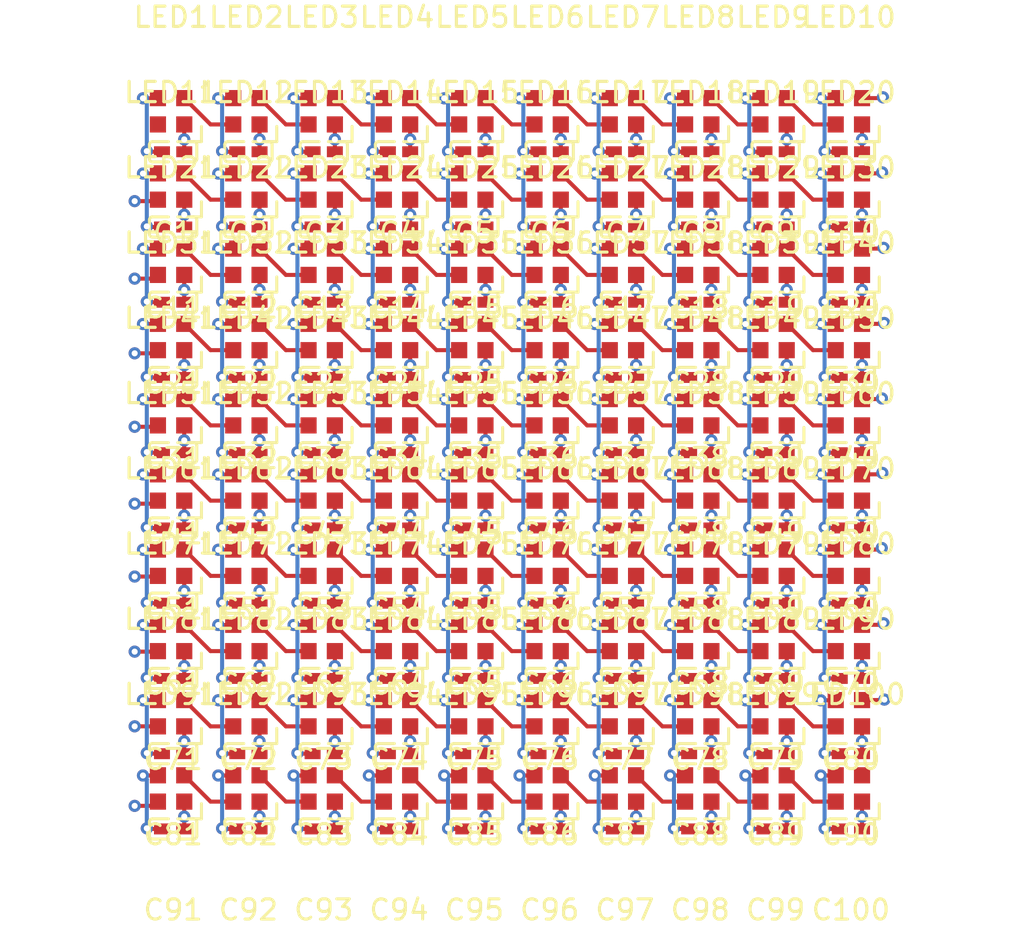
<source format=kicad_pcb>
(kicad_pcb (version 20241229) (generator "pcbnew") (generator_version "9.0")
  (layers (0 "F.Cu" signal) (4 "In1.Cu" signal) (6 "In2.Cu" signal) (2 "B.Cu" signal) (13 "F.Paste" user) (15 "B.Paste" user) (5 "F.SilkS" user "F.Silkscreen") (7 "B.SilkS" user "B.Silkscreen") (1 "F.Mask" user) (3 "B.Mask" user) (25 "Edge.Cuts" user))
  (net 0 "")
  (net 1 "leds[1]-data_in-DIN-7")
  (net 2 "leds[6]-data_in-DIN-8")
  (net 3 "leds[8]-data_in-DIN-3")
  (net 4 "leds[7]-data_in-DIN-3")
  (net 5 "leds[4]-data_in-DIN-8")
  (net 6 "leds[5]-data_in-DIN-6")
  (net 7 "leds[6]-data_in-DIN-1")
  (net 8 "rows[6]-data_in-line")
  (net 9 "leds[5]-data_in-DIN-7")
  (net 10 "leds[5]-data_in-DIN-4")
  (net 11 "data_out-line")
  (net 12 "leds[6]-data_in-DIN-4")
  (net 13 "leds[9]-data_in-DIN-2")
  (net 14 "leds[6]-data_in-DIN-5")
  (net 15 "leds[4]-data_in-DIN-4")
  (net 16 "leds[9]-data_in-DIN-8")
  (net 17 "rows[9]-data_in-line")
  (net 18 "leds[8]-data_in-DIN-7")
  (net 19 "leds[8]-data_in-DIN-2")
  (net 20 "leds[1]-data_in-DIN-4")
  (net 21 "leds[2]-data_in-DIN-0")
  (net 22 "leds[9]-data_in-DIN-6")
  (net 23 "leds[3]-data_in-DIN-2")
  (net 24 "leds[6]-data_in-DIN-6")
  (net 25 "leds[5]-data_in-DIN-8")
  (net 26 "leds[9]-data_in-DIN-3")
  (net 27 "leds[6]-data_in-DIN-9")
  (net 28 "leds[1]-data_in-DIN-6")
  (net 29 "leds[7]-data_in-DIN-1")
  (net 30 "leds[4]-data_in-DIN-6")
  (net 31 "leds[5]-data_in-DIN-1")
  (net 32 "leds[4]-data_in-DIN-3")
  (net 33 "leds[5]-data_in-DIN-5")
  (net 34 "leds[5]-data_in-DIN-2")
  (net 35 "leds[8]-data_in-DIN-0")
  (net 36 "leds[3]-data_in-DIN-6")
  (net 37 "leds[1]-data_in-DIN-3")
  (net 38 "leds[7]-data_in-DIN-6")
  (net 39 "leds[8]-data_in-DIN-5")
  (net 40 "leds[2]-data_in-DIN-8")
  (net 41 "leds[8]-data_in-DIN-4")
  (net 42 "leds[1]-data_in-DIN-9")
  (net 43 "rows[7]-data_in-line")
  (net 44 "leds[8]-data_in-DIN-9")
  (net 45 "leds[2]-data_in-DIN-6")
  (net 46 "rows[4]-data_in-line")
  (net 47 "leds[7]-data_in-DIN-9")
  (net 48 "leds[6]-data_in-DIN-7")
  (net 49 "leds[2]-data_in-DIN-3")
  (net 50 "rows[2]-data_in-line")
  (net 51 "leds[3]-data_in-DIN-1")
  (net 52 "leds[3]-data_in-DIN-9")
  (net 53 "leds[7]-data_in-DIN-4")
  (net 54 "leds[2]-data_in-DIN-2")
  (net 55 "leds[1]-data_in-DIN-1")
  (net 56 "leds[1]-data_in-DIN-8")
  (net 57 "leds[4]-data_in-DIN-9")
  (net 58 "leds[5]-data_in-DIN-9")
  (net 59 "leds[9]-data_in-DIN-9")
  (net 60 "leds[2]-data_in-DIN-1")
  (net 61 "leds[9]-data_in-DIN-1")
  (net 62 "leds[7]-data_in-DIN-2")
  (net 63 "leds[6]-data_in-DIN-3")
  (net 64 "leds[3]-data_in-DIN-8")
  (net 65 "leds[9]-data_in-DIN-4")
  (net 66 "leds[3]-data_in-DIN-5")
  (net 67 "leds[9]-data_in-DIN-5")
  (net 68 "VCC")
  (net 69 "rows[0]-data_in-line")
  (net 70 "leds[4]-data_in-DIN-5")
  (net 71 "leds[1]-data_in-DIN-2")
  (net 72 "leds[7]-data_in-DIN-0")
  (net 73 "leds[5]-data_in-DIN-0")
  (net 74 "leds[8]-data_in-DIN-1")
  (net 75 "leds[3]-data_in-DIN-7")
  (net 76 "GND")
  (net 77 "leds[1]-data_in-DIN-0")
  (net 78 "leds[4]-data_in-DIN-7")
  (net 79 "leds[6]-data_in-DIN-0")
  (net 80 "leds[1]-data_in-DIN-5")
  (net 81 "leds[9]-data_in-DIN-0")
  (net 82 "leds[6]-data_in-DIN-2")
  (net 83 "leds[5]-data_in-DIN-3")
  (net 84 "leds[9]-data_in-DIN-7")
  (net 85 "leds[3]-data_in-DIN-3")
  (net 86 "leds[8]-data_in-DIN-6")
  (net 87 "leds[4]-data_in-DIN-0")
  (net 88 "leds[2]-data_in-DIN-9")
  (net 89 "leds[2]-data_in-DIN-4")
  (net 90 "rows[3]-data_in-line")
  (net 91 "leds[4]-data_in-DIN-1")
  (net 92 "rows[8]-data_in-line")
  (net 93 "leds[2]-data_in-DIN-7")
  (net 94 "leds[2]-data_in-DIN-5")
  (net 95 "leds[3]-data_in-DIN-0")
  (net 96 "leds[7]-data_in-DIN-8")
  (net 97 "rows[5]-data_in-line")
  (net 98 "leds[3]-data_in-DIN-4")
  (net 99 "rows[1]-data_in-line")
  (net 100 "leds[7]-data_in-DIN-5")
  (net 101 "leds[8]-data_in-DIN-8")
  (net 102 "leds[4]-data_in-DIN-2")
  (net 103 "leds[7]-data_in-DIN-7")
  (footprint "Samsung_Electro_Mechanics_CL05B104KB54PNC:C0402" (layer "F.Cu") (at 102.176667 56.105556 180)
    (property "Reference" "C22")
    (property "Value" "100nF ±10% 50V X7R")
  )
  (footprint "OPSCO_SK6805_EC20:LED-SMD_4P-L2.0-W2.0-BR" (layer "F.Cu") (at 102.076667 50.387778 0)
    (property "Reference" "LED12")
    (property "Value" "")
  )
  (footprint "Samsung_Electro_Mechanics_CL05B104KB54PNC:C0402" (layer "F.Cu") (at 117.061112 59.823333 180)
    (property "Reference" "C36")
    (property "Value" "100nF ±10% 50V X7R")
  )
  (footprint "OPSCO_SK6805_EC20:LED-SMD_4P-L2.0-W2.0-BR" (layer "F.Cu") (at 109.518889 80.13 0)
    (property "Reference" "LED94")
    (property "Value" "")
  )
  (footprint "OPSCO_SK6805_EC20:LED-SMD_4P-L2.0-W2.0-BR" (layer "F.Cu") (at 113.24 72.694444 0)
    (property "Reference" "LED75")
    (property "Value" "")
  )
  (footprint "Samsung_Electro_Mechanics_CL05B104KB54PNC:C0402" (layer "F.Cu") (at 120.782223 56.105556 180)
    (property "Reference" "C27")
    (property "Value" "100nF ±10% 50V X7R")
  )
  (footprint "OPSCO_SK6805_EC20:LED-SMD_4P-L2.0-W2.0-BR" (layer "F.Cu") (at 109.518889 50.387778 0)
    (property "Reference" "LED14")
    (property "Value" "")
  )
  (footprint "OPSCO_SK6805_EC20:LED-SMD_4P-L2.0-W2.0-BR" (layer "F.Cu") (at 102.076667 68.976667 0)
    (property "Reference" "LED62")
    (property "Value" "")
  )
  (footprint "OPSCO_SK6805_EC20:LED-SMD_4P-L2.0-W2.0-BR" (layer "F.Cu") (at 131.845556 80.13 0)
    (property "Reference" "LED100")
    (property "Value" "")
  )
  (footprint "Samsung_Electro_Mechanics_CL05B104KB54PNC:C0402" (layer "F.Cu") (at 113.34 82.13 180)
    (property "Reference" "C95")
    (property "Value" "100nF ±10% 50V X7R")
  )
  (footprint "Samsung_Electro_Mechanics_CL05B104KB54PNC:C0402" (layer "F.Cu") (at 109.618889 63.541111 180)
    (property "Reference" "C44")
    (property "Value" "100nF ±10% 50V X7R")
  )
  (footprint "Samsung_Electro_Mechanics_CL05B104KB54PNC:C0402" (layer "F.Cu") (at 120.782223 74.694444 180)
    (property "Reference" "C77")
    (property "Value" "100nF ±10% 50V X7R")
  )
  (footprint "OPSCO_SK6805_EC20:LED-SMD_4P-L2.0-W2.0-BR" (layer "F.Cu") (at 124.403334 61.541111 0)
    (property "Reference" "LED48")
    (property "Value" "")
  )
  (footprint "Samsung_Electro_Mechanics_CL05B104KB54PNC:C0402" (layer "F.Cu") (at 124.503334 52.387778 180)
    (property "Reference" "C18")
    (property "Value" "100nF ±10% 50V X7R")
  )
  (footprint "Samsung_Electro_Mechanics_CL05B104KB54PNC:C0402" (layer "F.Cu") (at 124.503334 56.105556 180)
    (property "Reference" "C28")
    (property "Value" "100nF ±10% 50V X7R")
  )
  (footprint "Samsung_Electro_Mechanics_CL05B104KB54PNC:C0402" (layer "F.Cu") (at 102.176667 59.823333 180)
    (property "Reference" "C32")
    (property "Value" "100nF ±10% 50V X7R")
  )
  (footprint "OPSCO_SK6805_EC20:LED-SMD_4P-L2.0-W2.0-BR" (layer "F.Cu") (at 124.403334 57.823333 0)
    (property "Reference" "LED38")
    (property "Value" "")
  )
  (footprint "OPSCO_SK6805_EC20:LED-SMD_4P-L2.0-W2.0-BR" (layer "F.Cu") (at 113.24 54.105556 0)
    (property "Reference" "LED25")
    (property "Value" "")
  )
  (footprint "OPSCO_SK6805_EC20:LED-SMD_4P-L2.0-W2.0-BR" (layer "F.Cu") (at 116.961112 54.105556 0)
    (property "Reference" "LED26")
    (property "Value" "")
  )
  (footprint "Samsung_Electro_Mechanics_CL05B104KB54PNC:C0402" (layer "F.Cu") (at 113.34 52.387778 180)
    (property "Reference" "C15")
    (property "Value" "100nF ±10% 50V X7R")
  )
  (footprint "Samsung_Electro_Mechanics_CL05B104KB54PNC:C0402" (layer "F.Cu") (at 120.782223 78.412222 180)
    (property "Reference" "C87")
    (property "Value" "100nF ±10% 50V X7R")
  )
  (footprint "OPSCO_SK6805_EC20:LED-SMD_4P-L2.0-W2.0-BR" (layer "F.Cu") (at 98.355556 65.258889 0)
    (property "Reference" "LED51")
    (property "Value" "")
  )
  (footprint "Samsung_Electro_Mechanics_CL05B104KB54PNC:C0402" (layer "F.Cu") (at 117.061112 70.976667 180)
    (property "Reference" "C66")
    (property "Value" "100nF ±10% 50V X7R")
  )
  (footprint "Samsung_Electro_Mechanics_CL05B104KB54PNC:C0402" (layer "F.Cu") (at 128.224445 59.823333 180)
    (property "Reference" "C39")
    (property "Value" "100nF ±10% 50V X7R")
  )
  (footprint "OPSCO_SK6805_EC20:LED-SMD_4P-L2.0-W2.0-BR" (layer "F.Cu") (at 131.845556 61.541111 0)
    (property "Reference" "LED50")
    (property "Value" "")
  )
  (footprint "Samsung_Electro_Mechanics_CL05B104KB54PNC:C0402" (layer "F.Cu") (at 117.061112 82.13 180)
    (property "Reference" "C96")
    (property "Value" "100nF ±10% 50V X7R")
  )
  (footprint "Samsung_Electro_Mechanics_CL05B104KB54PNC:C0402" (layer "F.Cu") (at 128.224445 67.258889 180)
    (property "Reference" "C59")
    (property "Value" "100nF ±10% 50V X7R")
  )
  (footprint "OPSCO_SK6805_EC20:LED-SMD_4P-L2.0-W2.0-BR" (layer "F.Cu") (at 113.24 46.67 0)
    (property "Reference" "LED5")
    (property "Value" "")
  )
  (footprint "Samsung_Electro_Mechanics_CL05B104KB54PNC:C0402" (layer "F.Cu") (at 98.455556 52.387778 180)
    (property "Reference" "C11")
    (property "Value" "100nF ±10% 50V X7R")
  )
  (footprint "Samsung_Electro_Mechanics_CL05B104KB54PNC:C0402" (layer "F.Cu") (at 105.897778 63.541111 180)
    (property "Reference" "C43")
    (property "Value" "100nF ±10% 50V X7R")
  )
  (footprint "OPSCO_SK6805_EC20:LED-SMD_4P-L2.0-W2.0-BR" (layer "F.Cu") (at 131.845556 50.387778 0)
    (property "Reference" "LED20")
    (property "Value" "")
  )
  (footprint "Samsung_Electro_Mechanics_CL05B104KB54PNC:C0402" (layer "F.Cu") (at 131.945556 56.105556 180)
    (property "Reference" "C30")
    (property "Value" "100nF ±10% 50V X7R")
  )
  (footprint "OPSCO_SK6805_EC20:LED-SMD_4P-L2.0-W2.0-BR" (layer "F.Cu") (at 98.355556 50.387778 0)
    (property "Reference" "LED11")
    (property "Value" "")
  )
  (footprint "OPSCO_SK6805_EC20:LED-SMD_4P-L2.0-W2.0-BR" (layer "F.Cu") (at 113.24 76.412222 0)
    (property "Reference" "LED85")
    (property "Value" "")
  )
  (footprint "OPSCO_SK6805_EC20:LED-SMD_4P-L2.0-W2.0-BR" (layer "F.Cu") (at 116.961112 61.541111 0)
    (property "Reference" "LED46")
    (property "Value" "")
  )
  (footprint "Samsung_Electro_Mechanics_CL05B104KB54PNC:C0402" (layer "F.Cu") (at 113.34 48.67 180)
    (property "Reference" "C5")
    (property "Value" "100nF ±10% 50V X7R")
  )
  (footprint "OPSCO_SK6805_EC20:LED-SMD_4P-L2.0-W2.0-BR" (layer "F.Cu") (at 109.518889 57.823333 0)
    (property "Reference" "LED34")
    (property "Value" "")
  )
  (footprint "Samsung_Electro_Mechanics_CL05B104KB54PNC:C0402" (layer "F.Cu") (at 113.34 70.976667 180)
    (property "Reference" "C65")
    (property "Value" "100nF ±10% 50V X7R")
  )
  (footprint "Samsung_Electro_Mechanics_CL05B104KB54PNC:C0402" (layer "F.Cu") (at 109.618889 48.67 180)
    (property "Reference" "C4")
    (property "Value" "100nF ±10% 50V X7R")
  )
  (footprint "OPSCO_SK6805_EC20:LED-SMD_4P-L2.0-W2.0-BR" (layer "F.Cu") (at 109.518889 46.67 0)
    (property "Reference" "LED4")
    (property "Value" "")
  )
  (footprint "Samsung_Electro_Mechanics_CL05B104KB54PNC:C0402" (layer "F.Cu") (at 98.455556 67.258889 180)
    (property "Reference" "C51")
    (property "Value" "100nF ±10% 50V X7R")
  )
  (footprint "Samsung_Electro_Mechanics_CL05B104KB54PNC:C0402" (layer "F.Cu") (at 105.897778 59.823333 180)
    (property "Reference" "C33")
    (property "Value" "100nF ±10% 50V X7R")
  )
  (footprint "Samsung_Electro_Mechanics_CL05B104KB54PNC:C0402" (layer "F.Cu") (at 102.176667 78.412222 180)
    (property "Reference" "C82")
    (property "Value" "100nF ±10% 50V X7R")
  )
  (footprint "OPSCO_SK6805_EC20:LED-SMD_4P-L2.0-W2.0-BR" (layer "F.Cu") (at 120.682223 54.105556 0)
    (property "Reference" "LED27")
    (property "Value" "")
  )
  (footprint "OPSCO_SK6805_EC20:LED-SMD_4P-L2.0-W2.0-BR" (layer "F.Cu") (at 131.845556 57.823333 0)
    (property "Reference" "LED40")
    (property "Value" "")
  )
  (footprint "OPSCO_SK6805_EC20:LED-SMD_4P-L2.0-W2.0-BR" (layer "F.Cu") (at 116.961112 50.387778 0)
    (property "Reference" "LED16")
    (property "Value" "")
  )
  (footprint "Samsung_Electro_Mechanics_CL05B104KB54PNC:C0402" (layer "F.Cu") (at 128.224445 82.13 180)
    (property "Reference" "C99")
    (property "Value" "100nF ±10% 50V X7R")
  )
  (footprint "Samsung_Electro_Mechanics_CL05B104KB54PNC:C0402" (layer "F.Cu") (at 128.224445 70.976667 180)
    (property "Reference" "C69")
    (property "Value" "100nF ±10% 50V X7R")
  )
  (footprint "Samsung_Electro_Mechanics_CL05B104KB54PNC:C0402" (layer "F.Cu") (at 131.945556 67.258889 180)
    (property "Reference" "C60")
    (property "Value" "100nF ±10% 50V X7R")
  )
  (footprint "OPSCO_SK6805_EC20:LED-SMD_4P-L2.0-W2.0-BR" (layer "F.Cu") (at 128.124445 54.105556 0)
    (property "Reference" "LED29")
    (property "Value" "")
  )
  (footprint "Samsung_Electro_Mechanics_CL05B104KB54PNC:C0402" (layer "F.Cu") (at 102.176667 74.694444 180)
    (property "Reference" "C72")
    (property "Value" "100nF ±10% 50V X7R")
  )
  (footprint "OPSCO_SK6805_EC20:LED-SMD_4P-L2.0-W2.0-BR" (layer "F.Cu") (at 105.797778 72.694444 0)
    (property "Reference" "LED73")
    (property "Value" "")
  )
  (footprint "OPSCO_SK6805_EC20:LED-SMD_4P-L2.0-W2.0-BR" (layer "F.Cu") (at 128.124445 68.976667 0)
    (property "Reference" "LED69")
    (property "Value" "")
  )
  (footprint "OPSCO_SK6805_EC20:LED-SMD_4P-L2.0-W2.0-BR" (layer "F.Cu") (at 128.124445 72.694444 0)
    (property "Reference" "LED79")
    (property "Value" "")
  )
  (footprint "Samsung_Electro_Mechanics_CL05B104KB54PNC:C0402" (layer "F.Cu") (at 124.503334 63.541111 180)
    (property "Reference" "C48")
    (property "Value" "100nF ±10% 50V X7R")
  )
  (footprint "OPSCO_SK6805_EC20:LED-SMD_4P-L2.0-W2.0-BR" (layer "F.Cu") (at 102.076667 65.258889 0)
    (property "Reference" "LED52")
    (property "Value" "")
  )
  (footprint "OPSCO_SK6805_EC20:LED-SMD_4P-L2.0-W2.0-BR" (layer "F.Cu") (at 113.24 68.976667 0)
    (property "Reference" "LED65")
    (property "Value" "")
  )
  (footprint "OPSCO_SK6805_EC20:LED-SMD_4P-L2.0-W2.0-BR" (layer "F.Cu") (at 113.24 65.258889 0)
    (property "Reference" "LED55")
    (property "Value" "")
  )
  (footprint "Samsung_Electro_Mechanics_CL05B104KB54PNC:C0402" (layer "F.Cu") (at 98.455556 59.823333 180)
    (property "Reference" "C31")
    (property "Value" "100nF ±10% 50V X7R")
  )
  (footprint "Samsung_Electro_Mechanics_CL05B104KB54PNC:C0402" (layer "F.Cu") (at 102.176667 82.13 180)
    (property "Reference" "C92")
    (property "Value" "100nF ±10% 50V X7R")
  )
  (footprint "Samsung_Electro_Mechanics_CL05B104KB54PNC:C0402" (layer "F.Cu") (at 98.455556 56.105556 180)
    (property "Reference" "C21")
    (property "Value" "100nF ±10% 50V X7R")
  )
  (footprint "Samsung_Electro_Mechanics_CL05B104KB54PNC:C0402" (layer "F.Cu") (at 131.945556 48.67 180)
    (property "Reference" "C10")
    (property "Value" "100nF ±10% 50V X7R")
  )
  (footprint "Samsung_Electro_Mechanics_CL05B104KB54PNC:C0402" (layer "F.Cu") (at 131.945556 78.412222 180)
    (property "Reference" "C90")
    (property "Value" "100nF ±10% 50V X7R")
  )
  (footprint "OPSCO_SK6805_EC20:LED-SMD_4P-L2.0-W2.0-BR" (layer "F.Cu") (at 124.403334 54.105556 0)
    (property "Reference" "LED28")
    (property "Value" "")
  )
  (footprint "OPSCO_SK6805_EC20:LED-SMD_4P-L2.0-W2.0-BR" (layer "F.Cu") (at 109.518889 76.412222 0)
    (property "Reference" "LED84")
    (property "Value" "")
  )
  (footprint "Samsung_Electro_Mechanics_CL05B104KB54PNC:C0402" (layer "F.Cu") (at 113.34 63.541111 180)
    (property "Reference" "C45")
    (property "Value" "100nF ±10% 50V X7R")
  )
  (footprint "OPSCO_SK6805_EC20:LED-SMD_4P-L2.0-W2.0-BR" (layer "F.Cu") (at 98.355556 46.67 0)
    (property "Reference" "LED1")
    (property "Value" "")
  )
  (footprint "OPSCO_SK6805_EC20:LED-SMD_4P-L2.0-W2.0-BR" (layer "F.Cu") (at 116.961112 72.694444 0)
    (property "Reference" "LED76")
    (property "Value" "")
  )
  (footprint "Samsung_Electro_Mechanics_CL05B104KB54PNC:C0402" (layer "F.Cu") (at 98.455556 78.412222 180)
    (property "Reference" "C81")
    (property "Value" "100nF ±10% 50V X7R")
  )
  (footprint "Samsung_Electro_Mechanics_CL05B104KB54PNC:C0402" (layer "F.Cu") (at 105.897778 48.67 180)
    (property "Reference" "C3")
    (property "Value" "100nF ±10% 50V X7R")
  )
  (footprint "Samsung_Electro_Mechanics_CL05B104KB54PNC:C0402" (layer "F.Cu") (at 120.782223 70.976667 180)
    (property "Reference" "C67")
    (property "Value" "100nF ±10% 50V X7R")
  )
  (footprint "Samsung_Electro_Mechanics_CL05B104KB54PNC:C0402" (layer "F.Cu") (at 117.061112 63.541111 180)
    (property "Reference" "C46")
    (property "Value" "100nF ±10% 50V X7R")
  )
  (footprint "Samsung_Electro_Mechanics_CL05B104KB54PNC:C0402" (layer "F.Cu") (at 109.618889 70.976667 180)
    (property "Reference" "C64")
    (property "Value" "100nF ±10% 50V X7R")
  )
  (footprint "OPSCO_SK6805_EC20:LED-SMD_4P-L2.0-W2.0-BR" (layer "F.Cu") (at 102.076667 54.105556 0)
    (property "Reference" "LED22")
    (property "Value" "")
  )
  (footprint "OPSCO_SK6805_EC20:LED-SMD_4P-L2.0-W2.0-BR" (layer "F.Cu") (at 98.355556 68.976667 0)
    (property "Reference" "LED61")
    (property "Value" "")
  )
  (footprint "Samsung_Electro_Mechanics_CL05B104KB54PNC:C0402" (layer "F.Cu") (at 109.618889 52.387778 180)
    (property "Reference" "C14")
    (property "Value" "100nF ±10% 50V X7R")
  )
  (footprint "OPSCO_SK6805_EC20:LED-SMD_4P-L2.0-W2.0-BR" (layer "F.Cu") (at 128.124445 46.67 0)
    (property "Reference" "LED9")
    (property "Value" "")
  )
  (footprint "Samsung_Electro_Mechanics_CL05B104KB54PNC:C0402" (layer "F.Cu") (at 113.34 67.258889 180)
    (property "Reference" "C55")
    (property "Value" "100nF ±10% 50V X7R")
  )
  (footprint "Samsung_Electro_Mechanics_CL05B104KB54PNC:C0402" (layer "F.Cu") (at 102.176667 63.541111 180)
    (property "Reference" "C42")
    (property "Value" "100nF ±10% 50V X7R")
  )
  (footprint "OPSCO_SK6805_EC20:LED-SMD_4P-L2.0-W2.0-BR" (layer "F.Cu") (at 120.682223 68.976667 0)
    (property "Reference" "LED67")
    (property "Value" "")
  )
  (footprint "OPSCO_SK6805_EC20:LED-SMD_4P-L2.0-W2.0-BR" (layer "F.Cu") (at 98.355556 54.105556 0)
    (property "Reference" "LED21")
    (property "Value" "")
  )
  (footprint "Samsung_Electro_Mechanics_CL05B104KB54PNC:C0402" (layer "F.Cu") (at 109.618889 56.105556 180)
    (property "Reference" "C24")
    (property "Value" "100nF ±10% 50V X7R")
  )
  (footprint "OPSCO_SK6805_EC20:LED-SMD_4P-L2.0-W2.0-BR" (layer "F.Cu") (at 131.845556 72.694444 0)
    (property "Reference" "LED80")
    (property "Value" "")
  )
  (footprint "Samsung_Electro_Mechanics_CL05B104KB54PNC:C0402" (layer "F.Cu") (at 131.945556 59.823333 180)
    (property "Reference" "C40")
    (property "Value" "100nF ±10% 50V X7R")
  )
  (footprint "Samsung_Electro_Mechanics_CL05B104KB54PNC:C0402" (layer "F.Cu") (at 117.061112 78.412222 180)
    (property "Reference" "C86")
    (property "Value" "100nF ±10% 50V X7R")
  )
  (footprint "Samsung_Electro_Mechanics_CL05B104KB54PNC:C0402" (layer "F.Cu") (at 128.224445 48.67 180)
    (property "Reference" "C9")
    (property "Value" "100nF ±10% 50V X7R")
  )
  (footprint "OPSCO_SK6805_EC20:LED-SMD_4P-L2.0-W2.0-BR" (layer "F.Cu") (at 120.682223 46.67 0)
    (property "Reference" "LED7")
    (property "Value" "")
  )
  (footprint "Samsung_Electro_Mechanics_CL05B104KB54PNC:C0402" (layer "F.Cu") (at 128.224445 56.105556 180)
    (property "Reference" "C29")
    (property "Value" "100nF ±10% 50V X7R")
  )
  (footprint "OPSCO_SK6805_EC20:LED-SMD_4P-L2.0-W2.0-BR" (layer "F.Cu") (at 116.961112 76.412222 0)
    (property "Reference" "LED86")
    (property "Value" "")
  )
  (footprint "OPSCO_SK6805_EC20:LED-SMD_4P-L2.0-W2.0-BR" (layer "F.Cu") (at 116.961112 68.976667 0)
    (property "Reference" "LED66")
    (property "Value" "")
  )
  (footprint "OPSCO_SK6805_EC20:LED-SMD_4P-L2.0-W2.0-BR" (layer "F.Cu") (at 109.518889 61.541111 0)
    (property "Reference" "LED44")
    (property "Value" "")
  )
  (footprint "Samsung_Electro_Mechanics_CL05B104KB54PNC:C0402" (layer "F.Cu") (at 113.34 78.412222 180)
    (property "Reference" "C85")
    (property "Value" "100nF ±10% 50V X7R")
  )
  (footprint "Samsung_Electro_Mechanics_CL05B104KB54PNC:C0402" (layer "F.Cu") (at 124.503334 59.823333 180)
    (property "Reference" "C38")
    (property "Value" "100nF ±10% 50V X7R")
  )
  (footprint "OPSCO_SK6805_EC20:LED-SMD_4P-L2.0-W2.0-BR" (layer "F.Cu") (at 98.355556 76.412222 0)
    (property "Reference" "LED81")
    (property "Value" "")
  )
  (footprint "OPSCO_SK6805_EC20:LED-SMD_4P-L2.0-W2.0-BR" (layer "F.Cu") (at 109.518889 72.694444 0)
    (property "Reference" "LED74")
    (property "Value" "")
  )
  (footprint "OPSCO_SK6805_EC20:LED-SMD_4P-L2.0-W2.0-BR" (layer "F.Cu") (at 120.682223 50.387778 0)
    (property "Reference" "LED17")
    (property "Value" "")
  )
  (footprint "Samsung_Electro_Mechanics_CL05B104KB54PNC:C0402" (layer "F.Cu") (at 105.897778 70.976667 180)
    (property "Reference" "C63")
    (property "Value" "100nF ±10% 50V X7R")
  )
  (footprint "OPSCO_SK6805_EC20:LED-SMD_4P-L2.0-W2.0-BR" (layer "F.Cu") (at 98.355556 61.541111 0)
    (property "Reference" "LED41")
    (property "Value" "")
  )
  (footprint "Samsung_Electro_Mechanics_CL05B104KB54PNC:C0402" (layer "F.Cu") (at 117.061112 67.258889 180)
    (property "Reference" "C56")
    (property "Value" "100nF ±10% 50V X7R")
  )
  (footprint "OPSCO_SK6805_EC20:LED-SMD_4P-L2.0-W2.0-BR" (layer "F.Cu") (at 109.518889 54.105556 0)
    (property "Reference" "LED24")
    (property "Value" "")
  )
  (footprint "Samsung_Electro_Mechanics_CL05B104KB54PNC:C0402" (layer "F.Cu") (at 120.782223 82.13 180)
    (property "Reference" "C97")
    (property "Value" "100nF ±10% 50V X7R")
  )
  (footprint "OPSCO_SK6805_EC20:LED-SMD_4P-L2.0-W2.0-BR" (layer "F.Cu") (at 116.961112 57.823333 0)
    (property "Reference" "LED36")
    (property "Value" "")
  )
  (footprint "Samsung_Electro_Mechanics_CL05B104KB54PNC:C0402" (layer "F.Cu") (at 124.503334 78.412222 180)
    (property "Reference" "C88")
    (property "Value" "100nF ±10% 50V X7R")
  )
  (footprint "OPSCO_SK6805_EC20:LED-SMD_4P-L2.0-W2.0-BR" (layer "F.Cu") (at 116.961112 80.13 0)
    (property "Reference" "LED96")
    (property "Value" "")
  )
  (footprint "OPSCO_SK6805_EC20:LED-SMD_4P-L2.0-W2.0-BR" (layer "F.Cu") (at 128.124445 50.387778 0)
    (property "Reference" "LED19")
    (property "Value" "")
  )
  (footprint "Samsung_Electro_Mechanics_CL05B104KB54PNC:C0402" (layer "F.Cu") (at 120.782223 48.67 180)
    (property "Reference" "C7")
    (property "Value" "100nF ±10% 50V X7R")
  )
  (footprint "OPSCO_SK6805_EC20:LED-SMD_4P-L2.0-W2.0-BR" (layer "F.Cu") (at 128.124445 76.412222 0)
    (property "Reference" "LED89")
    (property "Value" "")
  )
  (footprint "OPSCO_SK6805_EC20:LED-SMD_4P-L2.0-W2.0-BR" (layer "F.Cu") (at 131.845556 68.976667 0)
    (property "Reference" "LED70")
    (property "Value" "")
  )
  (footprint "Samsung_Electro_Mechanics_CL05B104KB54PNC:C0402" (layer "F.Cu") (at 120.782223 63.541111 180)
    (property "Reference" "C47")
    (property "Value" "100nF ±10% 50V X7R")
  )
  (footprint "Samsung_Electro_Mechanics_CL05B104KB54PNC:C0402" (layer "F.Cu") (at 131.945556 82.13 180)
    (property "Reference" "C100")
    (property "Value" "100nF ±10% 50V X7R")
  )
  (footprint "OPSCO_SK6805_EC20:LED-SMD_4P-L2.0-W2.0-BR" (layer "F.Cu") (at 131.845556 46.67 0)
    (property "Reference" "LED10")
    (property "Value" "")
  )
  (footprint "Samsung_Electro_Mechanics_CL05B104KB54PNC:C0402" (layer "F.Cu") (at 128.224445 52.387778 180)
    (property "Reference" "C19")
    (property "Value" "100nF ±10% 50V X7R")
  )
  (footprint "OPSCO_SK6805_EC20:LED-SMD_4P-L2.0-W2.0-BR" (layer "F.Cu") (at 102.076667 76.412222 0)
    (property "Reference" "LED82")
    (property "Value" "")
  )
  (footprint "OPSCO_SK6805_EC20:LED-SMD_4P-L2.0-W2.0-BR" (layer "F.Cu") (at 109.518889 65.258889 0)
    (property "Reference" "LED54")
    (property "Value" "")
  )
  (footprint "Samsung_Electro_Mechanics_CL05B104KB54PNC:C0402" (layer "F.Cu") (at 98.455556 70.976667 180)
    (property "Reference" "C61")
    (property "Value" "100nF ±10% 50V X7R")
  )
  (footprint "Samsung_Electro_Mechanics_CL05B104KB54PNC:C0402" (layer "F.Cu") (at 109.618889 82.13 180)
    (property "Reference" "C94")
    (property "Value" "100nF ±10% 50V X7R")
  )
  (footprint "Samsung_Electro_Mechanics_CL05B104KB54PNC:C0402" (layer "F.Cu") (at 105.897778 74.694444 180)
    (property "Reference" "C73")
    (property "Value" "100nF ±10% 50V X7R")
  )
  (footprint "OPSCO_SK6805_EC20:LED-SMD_4P-L2.0-W2.0-BR" (layer "F.Cu") (at 109.518889 68.976667 0)
    (property "Reference" "LED64")
    (property "Value" "")
  )
  (footprint "Samsung_Electro_Mechanics_CL05B104KB54PNC:C0402" (layer "F.Cu") (at 98.455556 48.67 180)
    (property "Reference" "C1")
    (property "Value" "100nF ±10% 50V X7R")
  )
  (footprint "OPSCO_SK6805_EC20:LED-SMD_4P-L2.0-W2.0-BR" (layer "F.Cu") (at 128.124445 61.541111 0)
    (property "Reference" "LED49")
    (property "Value" "")
  )
  (footprint "Samsung_Electro_Mechanics_CL05B104KB54PNC:C0402" (layer "F.Cu") (at 117.061112 74.694444 180)
    (property "Reference" "C76")
    (property "Value" "100nF ±10% 50V X7R")
  )
  (footprint "Samsung_Electro_Mechanics_CL05B104KB54PNC:C0402" (layer "F.Cu") (at 102.176667 48.67 180)
    (property "Reference" "C2")
    (property "Value" "100nF ±10% 50V X7R")
  )
  (footprint "OPSCO_SK6805_EC20:LED-SMD_4P-L2.0-W2.0-BR" (layer "F.Cu") (at 120.682223 65.258889 0)
    (property "Reference" "LED57")
    (property "Value" "")
  )
  (footprint "OPSCO_SK6805_EC20:LED-SMD_4P-L2.0-W2.0-BR" (layer "F.Cu") (at 124.403334 76.412222 0)
    (property "Reference" "LED88")
    (property "Value" "")
  )
  (footprint "Samsung_Electro_Mechanics_CL05B104KB54PNC:C0402" (layer "F.Cu") (at 128.224445 78.412222 180)
    (property "Reference" "C89")
    (property "Value" "100nF ±10% 50V X7R")
  )
  (footprint "Samsung_Electro_Mechanics_CL05B104KB54PNC:C0402" (layer "F.Cu") (at 109.618889 78.412222 180)
    (property "Reference" "C84")
    (property "Value" "100nF ±10% 50V X7R")
  )
  (footprint "Samsung_Electro_Mechanics_CL05B104KB54PNC:C0402" (layer "F.Cu") (at 131.945556 52.387778 180)
    (property "Reference" "C20")
    (property "Value" "100nF ±10% 50V X7R")
  )
  (footprint "Samsung_Electro_Mechanics_CL05B104KB54PNC:C0402" (layer "F.Cu") (at 120.782223 67.258889 180)
    (property "Reference" "C57")
    (property "Value" "100nF ±10% 50V X7R")
  )
  (footprint "OPSCO_SK6805_EC20:LED-SMD_4P-L2.0-W2.0-BR" (layer "F.Cu") (at 128.124445 57.823333 0)
    (property "Reference" "LED39")
    (property "Value" "")
  )
  (footprint "OPSCO_SK6805_EC20:LED-SMD_4P-L2.0-W2.0-BR" (layer "F.Cu") (at 128.124445 80.13 0)
    (property "Reference" "LED99")
    (property "Value" "")
  )
  (footprint "Samsung_Electro_Mechanics_CL05B104KB54PNC:C0402" (layer "F.Cu") (at 113.34 59.823333 180)
    (property "Reference" "C35")
    (property "Value" "100nF ±10% 50V X7R")
  )
  (footprint "OPSCO_SK6805_EC20:LED-SMD_4P-L2.0-W2.0-BR" (layer "F.Cu") (at 131.845556 76.412222 0)
    (property "Reference" "LED90")
    (property "Value" "")
  )
  (footprint "OPSCO_SK6805_EC20:LED-SMD_4P-L2.0-W2.0-BR" (layer "F.Cu") (at 105.797778 65.258889 0)
    (property "Reference" "LED53")
    (property "Value" "")
  )
  (footprint "OPSCO_SK6805_EC20:LED-SMD_4P-L2.0-W2.0-BR" (layer "F.Cu") (at 131.845556 65.258889 0)
    (property "Reference" "LED60")
    (property "Value" "")
  )
  (footprint "OPSCO_SK6805_EC20:LED-SMD_4P-L2.0-W2.0-BR" (layer "F.Cu") (at 105.797778 46.67 0)
    (property "Reference" "LED3")
    (property "Value" "")
  )
  (footprint "Samsung_Electro_Mechanics_CL05B104KB54PNC:C0402" (layer "F.Cu") (at 105.897778 56.105556 180)
    (property "Reference" "C23")
    (property "Value" "100nF ±10% 50V X7R")
  )
  (footprint "OPSCO_SK6805_EC20:LED-SMD_4P-L2.0-W2.0-BR" (layer "F.Cu") (at 98.355556 72.694444 0)
    (property "Reference" "LED71")
    (property "Value" "")
  )
  (footprint "Samsung_Electro_Mechanics_CL05B104KB54PNC:C0402" (layer "F.Cu") (at 109.618889 59.823333 180)
    (property "Reference" "C34")
    (property "Value" "100nF ±10% 50V X7R")
  )
  (footprint "Samsung_Electro_Mechanics_CL05B104KB54PNC:C0402" (layer "F.Cu") (at 131.945556 70.976667 180)
    (property "Reference" "C70")
    (property "Value" "100nF ±10% 50V X7R")
  )
  (footprint "OPSCO_SK6805_EC20:LED-SMD_4P-L2.0-W2.0-BR" (layer "F.Cu") (at 105.797778 76.412222 0)
    (property "Reference" "LED83")
    (property "Value" "")
  )
  (footprint "Samsung_Electro_Mechanics_CL05B104KB54PNC:C0402" (layer "F.Cu") (at 124.503334 67.258889 180)
    (property "Reference" "C58")
    (property "Value" "100nF ±10% 50V X7R")
  )
  (footprint "Samsung_Electro_Mechanics_CL05B104KB54PNC:C0402" (layer "F.Cu") (at 117.061112 56.105556 180)
    (property "Reference" "C26")
    (property "Value" "100nF ±10% 50V X7R")
  )
  (footprint "Samsung_Electro_Mechanics_CL05B104KB54PNC:C0402" (layer "F.Cu") (at 102.176667 52.387778 180)
    (property "Reference" "C12")
    (property "Value" "100nF ±10% 50V X7R")
  )
  (footprint "OPSCO_SK6805_EC20:LED-SMD_4P-L2.0-W2.0-BR" (layer "F.Cu") (at 102.076667 72.694444 0)
    (property "Reference" "LED72")
    (property "Value" "")
  )
  (footprint "Samsung_Electro_Mechanics_CL05B104KB54PNC:C0402" (layer "F.Cu") (at 105.897778 78.412222 180)
    (property "Reference" "C83")
    (property "Value" "100nF ±10% 50V X7R")
  )
  (footprint "OPSCO_SK6805_EC20:LED-SMD_4P-L2.0-W2.0-BR" (layer "F.Cu") (at 120.682223 57.823333 0)
    (property "Reference" "LED37")
    (property "Value" "")
  )
  (footprint "OPSCO_SK6805_EC20:LED-SMD_4P-L2.0-W2.0-BR" (layer "F.Cu") (at 131.845556 54.105556 0)
    (property "Reference" "LED30")
    (property "Value" "")
  )
  (footprint "Samsung_Electro_Mechanics_CL05B104KB54PNC:C0402" (layer "F.Cu") (at 124.503334 48.67 180)
    (property "Reference" "C8")
    (property "Value" "100nF ±10% 50V X7R")
  )
  (footprint "Samsung_Electro_Mechanics_CL05B104KB54PNC:C0402" (layer "F.Cu") (at 102.176667 70.976667 180)
    (property "Reference" "C62")
    (property "Value" "100nF ±10% 50V X7R")
  )
  (footprint "Samsung_Electro_Mechanics_CL05B104KB54PNC:C0402" (layer "F.Cu") (at 109.618889 67.258889 180)
    (property "Reference" "C54")
    (property "Value" "100nF ±10% 50V X7R")
  )
  (footprint "OPSCO_SK6805_EC20:LED-SMD_4P-L2.0-W2.0-BR" (layer "F.Cu") (at 102.076667 61.541111 0)
    (property "Reference" "LED42")
    (property "Value" "")
  )
  (footprint "OPSCO_SK6805_EC20:LED-SMD_4P-L2.0-W2.0-BR" (layer "F.Cu") (at 124.403334 68.976667 0)
    (property "Reference" "LED68")
    (property "Value" "")
  )
  (footprint "Samsung_Electro_Mechanics_CL05B104KB54PNC:C0402" (layer "F.Cu") (at 120.782223 52.387778 180)
    (property "Reference" "C17")
    (property "Value" "100nF ±10% 50V X7R")
  )
  (footprint "Samsung_Electro_Mechanics_CL05B104KB54PNC:C0402" (layer "F.Cu") (at 105.897778 82.13 180)
    (property "Reference" "C93")
    (property "Value" "100nF ±10% 50V X7R")
  )
  (footprint "Samsung_Electro_Mechanics_CL05B104KB54PNC:C0402" (layer "F.Cu") (at 98.455556 63.541111 180)
    (property "Reference" "C41")
    (property "Value" "100nF ±10% 50V X7R")
  )
  (footprint "Samsung_Electro_Mechanics_CL05B104KB54PNC:C0402" (layer "F.Cu") (at 117.061112 52.387778 180)
    (property "Reference" "C16")
    (property "Value" "100nF ±10% 50V X7R")
  )
  (footprint "OPSCO_SK6805_EC20:LED-SMD_4P-L2.0-W2.0-BR" (layer "F.Cu") (at 105.797778 61.541111 0)
    (property "Reference" "LED43")
    (property "Value" "")
  )
  (footprint "Samsung_Electro_Mechanics_CL05B104KB54PNC:C0402" (layer "F.Cu") (at 102.176667 67.258889 180)
    (property "Reference" "C52")
    (property "Value" "100nF ±10% 50V X7R")
  )
  (footprint "Samsung_Electro_Mechanics_CL05B104KB54PNC:C0402" (layer "F.Cu") (at 124.503334 82.13 180)
    (property "Reference" "C98")
    (property "Value" "100nF ±10% 50V X7R")
  )
  (footprint "OPSCO_SK6805_EC20:LED-SMD_4P-L2.0-W2.0-BR" (layer "F.Cu") (at 120.682223 61.541111 0)
    (property "Reference" "LED47")
    (property "Value" "")
  )
  (footprint "Samsung_Electro_Mechanics_CL05B104KB54PNC:C0402" (layer "F.Cu") (at 113.34 74.694444 180)
    (property "Reference" "C75")
    (property "Value" "100nF ±10% 50V X7R")
  )
  (footprint "Samsung_Electro_Mechanics_CL05B104KB54PNC:C0402" (layer "F.Cu") (at 109.618889 74.694444 180)
    (property "Reference" "C74")
    (property "Value" "100nF ±10% 50V X7R")
  )
  (footprint "Samsung_Electro_Mechanics_CL05B104KB54PNC:C0402" (layer "F.Cu") (at 98.455556 82.13 180)
    (property "Reference" "C91")
    (property "Value" "100nF ±10% 50V X7R")
  )
  (footprint "Samsung_Electro_Mechanics_CL05B104KB54PNC:C0402" (layer "F.Cu") (at 124.503334 74.694444 180)
    (property "Reference" "C78")
    (property "Value" "100nF ±10% 50V X7R")
  )
  (footprint "OPSCO_SK6805_EC20:LED-SMD_4P-L2.0-W2.0-BR" (layer "F.Cu") (at 105.797778 50.387778 0)
    (property "Reference" "LED13")
    (property "Value" "")
  )
  (footprint "Samsung_Electro_Mechanics_CL05B104KB54PNC:C0402" (layer "F.Cu") (at 105.897778 67.258889 180)
    (property "Reference" "C53")
    (property "Value" "100nF ±10% 50V X7R")
  )
  (footprint "OPSCO_SK6805_EC20:LED-SMD_4P-L2.0-W2.0-BR" (layer "F.Cu") (at 124.403334 72.694444 0)
    (property "Reference" "LED78")
    (property "Value" "")
  )
  (footprint "OPSCO_SK6805_EC20:LED-SMD_4P-L2.0-W2.0-BR" (layer "F.Cu") (at 120.682223 76.412222 0)
    (property "Reference" "LED87")
    (property "Value" "")
  )
  (footprint "OPSCO_SK6805_EC20:LED-SMD_4P-L2.0-W2.0-BR" (layer "F.Cu") (at 124.403334 80.13 0)
    (property "Reference" "LED98")
    (property "Value" "")
  )
  (footprint "Samsung_Electro_Mechanics_CL05B104KB54PNC:C0402" (layer "F.Cu") (at 113.34 56.105556 180)
    (property "Reference" "C25")
    (property "Value" "100nF ±10% 50V X7R")
  )
  (footprint "OPSCO_SK6805_EC20:LED-SMD_4P-L2.0-W2.0-BR" (layer "F.Cu") (at 113.24 57.823333 0)
    (property "Reference" "LED35")
    (property "Value" "")
  )
  (footprint "Samsung_Electro_Mechanics_CL05B104KB54PNC:C0402" (layer "F.Cu") (at 120.782223 59.823333 180)
    (property "Reference" "C37")
    (property "Value" "100nF ±10% 50V X7R")
  )
  (footprint "OPSCO_SK6805_EC20:LED-SMD_4P-L2.0-W2.0-BR" (layer "F.Cu") (at 98.355556 80.13 0)
    (property "Reference" "LED91")
    (property "Value" "")
  )
  (footprint "Samsung_Electro_Mechanics_CL05B104KB54PNC:C0402" (layer "F.Cu") (at 128.224445 63.541111 180)
    (property "Reference" "C49")
    (property "Value" "100nF ±10% 50V X7R")
  )
  (footprint "Samsung_Electro_Mechanics_CL05B104KB54PNC:C0402" (layer "F.Cu") (at 131.945556 74.694444 180)
    (property "Reference" "C80")
    (property "Value" "100nF ±10% 50V X7R")
  )
  (footprint "Samsung_Electro_Mechanics_CL05B104KB54PNC:C0402" (layer "F.Cu") (at 98.455556 74.694444 180)
    (property "Reference" "C71")
    (property "Value" "100nF ±10% 50V X7R")
  )
  (footprint "Samsung_Electro_Mechanics_CL05B104KB54PNC:C0402" (layer "F.Cu") (at 128.224445 74.694444 180)
    (property "Reference" "C79")
    (property "Value" "100nF ±10% 50V X7R")
  )
  (footprint "Samsung_Electro_Mechanics_CL05B104KB54PNC:C0402" (layer "F.Cu") (at 105.897778 52.387778 180)
    (property "Reference" "C13")
    (property "Value" "100nF ±10% 50V X7R")
  )
  (footprint "OPSCO_SK6805_EC20:LED-SMD_4P-L2.0-W2.0-BR" (layer "F.Cu") (at 124.403334 46.67 0)
    (property "Reference" "LED8")
    (property "Value" "")
  )
  (footprint "OPSCO_SK6805_EC20:LED-SMD_4P-L2.0-W2.0-BR" (layer "F.Cu") (at 116.961112 46.67 0)
    (property "Reference" "LED6")
    (property "Value" "")
  )
  (footprint "Samsung_Electro_Mechanics_CL05B104KB54PNC:C0402" (layer "F.Cu") (at 131.945556 63.541111 180)
    (property "Reference" "C50")
    (property "Value" "100nF ±10% 50V X7R")
  )
  (footprint "OPSCO_SK6805_EC20:LED-SMD_4P-L2.0-W2.0-BR" (layer "F.Cu") (at 120.682223 80.13 0)
    (property "Reference" "LED97")
    (property "Value" "")
  )
  (footprint "Samsung_Electro_Mechanics_CL05B104KB54PNC:C0402" (layer "F.Cu") (at 117.061112 48.67 180)
    (property "Reference" "C6")
    (property "Value" "100nF ±10% 50V X7R")
  )
  (footprint "OPSCO_SK6805_EC20:LED-SMD_4P-L2.0-W2.0-BR" (layer "F.Cu") (at 113.24 50.387778 0)
    (property "Reference" "LED15")
    (property "Value" "")
  )
  (footprint "OPSCO_SK6805_EC20:LED-SMD_4P-L2.0-W2.0-BR" (layer "F.Cu") (at 98.355556 57.823333 0)
    (property "Reference" "LED31")
    (property "Value" "")
  )
  (footprint "OPSCO_SK6805_EC20:LED-SMD_4P-L2.0-W2.0-BR" (layer "F.Cu") (at 116.961112 65.258889 0)
    (property "Reference" "LED56")
    (property "Value" "")
  )
  (footprint "OPSCO_SK6805_EC20:LED-SMD_4P-L2.0-W2.0-BR" (layer "F.Cu") (at 102.076667 57.823333 0)
    (property "Reference" "LED32")
    (property "Value" "")
  )
  (footprint "OPSCO_SK6805_EC20:LED-SMD_4P-L2.0-W2.0-BR" (layer "F.Cu") (at 124.403334 65.258889 0)
    (property "Reference" "LED58")
    (property "Value" "")
  )
  (footprint "OPSCO_SK6805_EC20:LED-SMD_4P-L2.0-W2.0-BR" (layer "F.Cu") (at 105.797778 57.823333 0)
    (property "Reference" "LED33")
    (property "Value" "")
  )
  (footprint "OPSCO_SK6805_EC20:LED-SMD_4P-L2.0-W2.0-BR" (layer "F.Cu") (at 105.797778 80.13 0)
    (property "Reference" "LED93")
    (property "Value" "")
  )
  (footprint "OPSCO_SK6805_EC20:LED-SMD_4P-L2.0-W2.0-BR" (layer "F.Cu") (at 102.076667 80.13 0)
    (property "Reference" "LED92")
    (property "Value" "")
  )
  (footprint "OPSCO_SK6805_EC20:LED-SMD_4P-L2.0-W2.0-BR" (layer "F.Cu") (at 124.403334 50.387778 0)
    (property "Reference" "LED18")
    (property "Value" "")
  )
  (footprint "OPSCO_SK6805_EC20:LED-SMD_4P-L2.0-W2.0-BR" (layer "F.Cu") (at 113.24 80.13 0)
    (property "Reference" "LED95")
    (property "Value" "")
  )
  (footprint "OPSCO_SK6805_EC20:LED-SMD_4P-L2.0-W2.0-BR" (layer "F.Cu") (at 105.797778 68.976667 0)
    (property "Reference" "LED63")
    (property "Value" "")
  )
  (footprint "OPSCO_SK6805_EC20:LED-SMD_4P-L2.0-W2.0-BR" (layer "F.Cu") (at 102.076667 46.67 0)
    (property "Reference" "LED2")
    (property "Value" "")
  )
  (footprint "OPSCO_SK6805_EC20:LED-SMD_4P-L2.0-W2.0-BR" (layer "F.Cu") (at 128.124445 65.258889 0)
    (property "Reference" "LED59")
    (property "Value" "")
  )
  (footprint "OPSCO_SK6805_EC20:LED-SMD_4P-L2.0-W2.0-BR" (layer "F.Cu") (at 113.24 61.541111 0)
    (property "Reference" "LED45")
    (property "Value" "")
  )
  (footprint "OPSCO_SK6805_EC20:LED-SMD_4P-L2.0-W2.0-BR" (layer "F.Cu") (at 105.797778 54.105556 0)
    (property "Reference" "LED23")
    (property "Value" "")
  )
  (footprint "Samsung_Electro_Mechanics_CL05B104KB54PNC:C0402" (layer "F.Cu") (at 124.503334 70.976667 180)
    (property "Reference" "C68")
    (property "Value" "100nF ±10% 50V X7R")
  )
  (footprint "OPSCO_SK6805_EC20:LED-SMD_4P-L2.0-W2.0-BR" (layer "F.Cu") (at 120.682223 72.694444 0)
    (property "Reference" "LED77")
    (property "Value" "")
  )
  (via (at 133.5 64.54) (size 0.6) (drill 0.3) (layers "F.Cu" "B.Cu") (net 8))
  (via (at 96.555556 69.66) (size 0.6) (drill 0.3) (layers "F.Cu" "B.Cu") (net 8))
  (via (at 133.6 75.74) (size 0.6) (drill 0.3) (layers "F.Cu" "B.Cu") (net 17))
  (via (at 96.555556 80.99) (size 0.6) (drill 0.3) (layers "F.Cu" "B.Cu") (net 17))
  (via (at 133.47 68.25) (size 0.6) (drill 0.3) (layers "F.Cu" "B.Cu") (net 43))
  (via (at 96.555556 73.37) (size 0.6) (drill 0.3) (layers "F.Cu" "B.Cu") (net 43))
  (via (at 96.555556 62.26) (size 0.6) (drill 0.3) (layers "F.Cu" "B.Cu") (net 46))
  (via (at 133.59 57.13) (size 0.6) (drill 0.3) (layers "F.Cu" "B.Cu") (net 46))
  (via (at 96.555556 54.94) (size 0.6) (drill 0.3) (layers "F.Cu" "B.Cu") (net 50))
  (via (at 133.49 49.69) (size 0.6) (drill 0.3) (layers "F.Cu" "B.Cu") (net 50))
  (via (at 110.168889 59.213333) (size 0.6) (drill 0.3) (layers "F.Cu" "B.Cu") (net 68))
  (via (at 99.005556 66.648889) (size 0.6) (drill 0.3) (layers "F.Cu" "B.Cu") (net 68))
  (via (at 106.447778 66.648889) (size 0.6) (drill 0.3) (layers "F.Cu" "B.Cu") (net 68))
  (via (at 125.053334 70.366667) (size 0.6) (drill 0.3) (layers "F.Cu" "B.Cu") (net 68))
  (via (at 102.726667 59.213333) (size 0.6) (drill 0.3) (layers "F.Cu" "B.Cu") (net 68))
  (via (at 102.726667 74.084444) (size 0.6) (drill 0.3) (layers "F.Cu" "B.Cu") (net 68))
  (via (at 110.168889 51.777778) (size 0.6) (drill 0.3) (layers "F.Cu" "B.Cu") (net 68))
  (via (at 132.495556 55.495556) (size 0.6) (drill 0.3) (layers "F.Cu" "B.Cu") (net 68))
  (via (at 106.447778 77.802222) (size 0.6) (drill 0.3) (layers "F.Cu" "B.Cu") (net 68))
  (via (at 132.495556 51.777778) (size 0.6) (drill 0.3) (layers "F.Cu" "B.Cu") (net 68))
  (via (at 125.053334 77.802222) (size 0.6) (drill 0.3) (layers "F.Cu" "B.Cu") (net 68))
  (via (at 106.447778 48.06) (size 0.6) (drill 0.3) (layers "F.Cu" "B.Cu") (net 68))
  (via (at 110.168889 62.931111) (size 0.6) (drill 0.3) (layers "F.Cu" "B.Cu") (net 68))
  (via (at 128.774445 62.931111) (size 0.6) (drill 0.3) (layers "F.Cu" "B.Cu") (net 68))
  (via (at 125.053334 55.495556) (size 0.6) (drill 0.3) (layers "F.Cu" "B.Cu") (net 68))
  (via (at 113.89 48.06) (size 0.6) (drill 0.3) (layers "F.Cu" "B.Cu") (net 68))
  (via (at 110.168889 81.52) (size 0.6) (drill 0.3) (layers "F.Cu" "B.Cu") (net 68))
  (via (at 113.89 55.495556) (size 0.6) (drill 0.3) (layers "F.Cu" "B.Cu") (net 68))
  (via (at 132.495556 66.648889) (size 0.6) (drill 0.3) (layers "F.Cu" "B.Cu") (net 68))
  (via (at 132.495556 81.52) (size 0.6) (drill 0.3) (layers "F.Cu" "B.Cu") (net 68))
  (via (at 106.447778 62.931111) (size 0.6) (drill 0.3) (layers "F.Cu" "B.Cu") (net 68))
  (via (at 110.168889 70.366667) (size 0.6) (drill 0.3) (layers "F.Cu" "B.Cu") (net 68))
  (via (at 128.774445 66.648889) (size 0.6) (drill 0.3) (layers "F.Cu" "B.Cu") (net 68))
  (via (at 99.005556 62.931111) (size 0.6) (drill 0.3) (layers "F.Cu" "B.Cu") (net 68))
  (via (at 102.726667 48.06) (size 0.6) (drill 0.3) (layers "F.Cu" "B.Cu") (net 68))
  (via (at 128.774445 70.366667) (size 0.6) (drill 0.3) (layers "F.Cu" "B.Cu") (net 68))
  (via (at 121.332223 70.366667) (size 0.6) (drill 0.3) (layers "F.Cu" "B.Cu") (net 68))
  (via (at 102.726667 77.802222) (size 0.6) (drill 0.3) (layers "F.Cu" "B.Cu") (net 68))
  (via (at 132.495556 62.931111) (size 0.6) (drill 0.3) (layers "F.Cu" "B.Cu") (net 68))
  (via (at 132.495556 48.06) (size 0.6) (drill 0.3) (layers "F.Cu" "B.Cu") (net 68))
  (via (at 121.332223 55.495556) (size 0.6) (drill 0.3) (layers "F.Cu" "B.Cu") (net 68))
  (via (at 121.332223 51.777778) (size 0.6) (drill 0.3) (layers "F.Cu" "B.Cu") (net 68))
  (via (at 113.89 62.931111) (size 0.6) (drill 0.3) (layers "F.Cu" "B.Cu") (net 68))
  (via (at 99.005556 51.777778) (size 0.6) (drill 0.3) (layers "F.Cu" "B.Cu") (net 68))
  (via (at 106.447778 55.495556) (size 0.6) (drill 0.3) (layers "F.Cu" "B.Cu") (net 68))
  (via (at 102.726667 51.777778) (size 0.6) (drill 0.3) (layers "F.Cu" "B.Cu") (net 68))
  (via (at 132.495556 59.213333) (size 0.6) (drill 0.3) (layers "F.Cu" "B.Cu") (net 68))
  (via (at 110.168889 48.06) (size 0.6) (drill 0.3) (layers "F.Cu" "B.Cu") (net 68))
  (via (at 132.495556 74.084444) (size 0.6) (drill 0.3) (layers "F.Cu" "B.Cu") (net 68))
  (via (at 99.005556 74.084444) (size 0.6) (drill 0.3) (layers "F.Cu" "B.Cu") (net 68))
  (via (at 132.495556 70.366667) (size 0.6) (drill 0.3) (layers "F.Cu" "B.Cu") (net 68))
  (via (at 106.447778 74.084444) (size 0.6) (drill 0.3) (layers "F.Cu" "B.Cu") (net 68))
  (via (at 121.332223 48.06) (size 0.6) (drill 0.3) (layers "F.Cu" "B.Cu") (net 68))
  (via (at 121.332223 59.213333) (size 0.6) (drill 0.3) (layers "F.Cu" "B.Cu") (net 68))
  (via (at 125.053334 48.06) (size 0.6) (drill 0.3) (layers "F.Cu" "B.Cu") (net 68))
  (via (at 117.611112 77.802222) (size 0.6) (drill 0.3) (layers "F.Cu" "B.Cu") (net 68))
  (via (at 99.005556 48.06) (size 0.6) (drill 0.3) (layers "F.Cu" "B.Cu") (net 68))
  (via (at 110.168889 74.084444) (size 0.6) (drill 0.3) (layers "F.Cu" "B.Cu") (net 68))
  (via (at 106.447778 81.52) (size 0.6) (drill 0.3) (layers "F.Cu" "B.Cu") (net 68))
  (via (at 121.332223 66.648889) (size 0.6) (drill 0.3) (layers "F.Cu" "B.Cu") (net 68))
  (via (at 106.447778 51.777778) (size 0.6) (drill 0.3) (layers "F.Cu" "B.Cu") (net 68))
  (via (at 128.774445 55.495556) (size 0.6) (drill 0.3) (layers "F.Cu" "B.Cu") (net 68))
  (via (at 102.726667 62.931111) (size 0.6) (drill 0.3) (layers "F.Cu" "B.Cu") (net 68))
  (via (at 106.447778 59.213333) (size 0.6) (drill 0.3) (layers "F.Cu" "B.Cu") (net 68))
  (via (at 125.053334 74.084444) (size 0.6) (drill 0.3) (layers "F.Cu" "B.Cu") (net 68))
  (via (at 102.726667 55.495556) (size 0.6) (drill 0.3) (layers "F.Cu" "B.Cu") (net 68))
  (via (at 125.053334 59.213333) (size 0.6) (drill 0.3) (layers "F.Cu" "B.Cu") (net 68))
  (via (at 117.611112 81.52) (size 0.6) (drill 0.3) (layers "F.Cu" "B.Cu") (net 68))
  (via (at 113.89 74.084444) (size 0.6) (drill 0.3) (layers "F.Cu" "B.Cu") (net 68))
  (via (at 128.774445 77.802222) (size 0.6) (drill 0.3) (layers "F.Cu" "B.Cu") (net 68))
  (via (at 113.89 81.52) (size 0.6) (drill 0.3) (layers "F.Cu" "B.Cu") (net 68))
  (via (at 128.774445 81.52) (size 0.6) (drill 0.3) (layers "F.Cu" "B.Cu") (net 68))
  (via (at 102.726667 81.52) (size 0.6) (drill 0.3) (layers "F.Cu" "B.Cu") (net 68))
  (via (at 99.005556 59.213333) (size 0.6) (drill 0.3) (layers "F.Cu" "B.Cu") (net 68))
  (via (at 117.611112 48.06) (size 0.6) (drill 0.3) (layers "F.Cu" "B.Cu") (net 68))
  (via (at 117.611112 62.931111) (size 0.6) (drill 0.3) (layers "F.Cu" "B.Cu") (net 68))
  (via (at 110.168889 66.648889) (size 0.6) (drill 0.3) (layers "F.Cu" "B.Cu") (net 68))
  (via (at 121.332223 77.802222) (size 0.6) (drill 0.3) (layers "F.Cu" "B.Cu") (net 68))
  (via (at 117.611112 59.213333) (size 0.6) (drill 0.3) (layers "F.Cu" "B.Cu") (net 68))
  (via (at 113.89 51.777778) (size 0.6) (drill 0.3) (layers "F.Cu" "B.Cu") (net 68))
  (via (at 106.447778 70.366667) (size 0.6) (drill 0.3) (layers "F.Cu" "B.Cu") (net 68))
  (via (at 113.89 59.213333) (size 0.6) (drill 0.3) (layers "F.Cu" "B.Cu") (net 68))
  (via (at 113.89 70.366667) (size 0.6) (drill 0.3) (layers "F.Cu" "B.Cu") (net 68))
  (via (at 113.89 77.802222) (size 0.6) (drill 0.3) (layers "F.Cu" "B.Cu") (net 68))
  (via (at 102.726667 70.366667) (size 0.6) (drill 0.3) (layers "F.Cu" "B.Cu") (net 68))
  (via (at 121.332223 62.931111) (size 0.6) (drill 0.3) (layers "F.Cu" "B.Cu") (net 68))
  (via (at 128.774445 74.084444) (size 0.6) (drill 0.3) (layers "F.Cu" "B.Cu") (net 68))
  (via (at 117.611112 51.777778) (size 0.6) (drill 0.3) (layers "F.Cu" "B.Cu") (net 68))
  (via (at 128.774445 51.777778) (size 0.6) (drill 0.3) (layers "F.Cu" "B.Cu") (net 68))
  (via (at 125.053334 62.931111) (size 0.6) (drill 0.3) (layers "F.Cu" "B.Cu") (net 68))
  (via (at 125.053334 81.52) (size 0.6) (drill 0.3) (layers "F.Cu" "B.Cu") (net 68))
  (via (at 132.495556 77.802222) (size 0.6) (drill 0.3) (layers "F.Cu" "B.Cu") (net 68))
  (via (at 128.774445 59.213333) (size 0.6) (drill 0.3) (layers "F.Cu" "B.Cu") (net 68))
  (via (at 117.611112 55.495556) (size 0.6) (drill 0.3) (layers "F.Cu" "B.Cu") (net 68))
  (via (at 117.611112 66.648889) (size 0.6) (drill 0.3) (layers "F.Cu" "B.Cu") (net 68))
  (via (at 99.005556 70.366667) (size 0.6) (drill 0.3) (layers "F.Cu" "B.Cu") (net 68))
  (via (at 99.005556 77.802222) (size 0.6) (drill 0.3) (layers "F.Cu" "B.Cu") (net 68))
  (via (at 113.89 66.648889) (size 0.6) (drill 0.3) (layers "F.Cu" "B.Cu") (net 68))
  (via (at 128.774445 48.06) (size 0.6) (drill 0.3) (layers "F.Cu" "B.Cu") (net 68))
  (via (at 121.332223 81.52) (size 0.6) (drill 0.3) (layers "F.Cu" "B.Cu") (net 68))
  (via (at 102.726667 66.648889) (size 0.6) (drill 0.3) (layers "F.Cu" "B.Cu") (net 68))
  (via (at 117.611112 70.366667) (size 0.6) (drill 0.3) (layers "F.Cu" "B.Cu") (net 68))
  (via (at 125.053334 66.648889) (size 0.6) (drill 0.3) (layers "F.Cu" "B.Cu") (net 68))
  (via (at 121.332223 74.084444) (size 0.6) (drill 0.3) (layers "F.Cu" "B.Cu") (net 68))
  (via (at 110.168889 55.495556) (size 0.6) (drill 0.3) (layers "F.Cu" "B.Cu") (net 68))
  (via (at 125.053334 51.777778) (size 0.6) (drill 0.3) (layers "F.Cu" "B.Cu") (net 68))
  (via (at 117.611112 74.084444) (size 0.6) (drill 0.3) (layers "F.Cu" "B.Cu") (net 68))
  (via (at 99.005556 55.495556) (size 0.6) (drill 0.3) (layers "F.Cu" "B.Cu") (net 68))
  (via (at 110.168889 77.802222) (size 0.6) (drill 0.3) (layers "F.Cu" "B.Cu") (net 68))
  (via (at 99.005556 81.52) (size 0.6) (drill 0.3) (layers "F.Cu" "B.Cu") (net 68))
  (via (at 115.761112 59.793333) (size 0.6) (drill 0.3) (layers "F.Cu" "B.Cu") (net 76))
  (via (at 104.407778 72.054444) (size 0.6) (drill 0.3) (layers "F.Cu" "B.Cu") (net 76))
  (via (at 111.85 64.618889) (size 0.6) (drill 0.3) (layers "F.Cu" "B.Cu") (net 76))
  (via (at 112.04 82.1) (size 0.6) (drill 0.3) (layers "F.Cu" "B.Cu") (net 76))
  (via (at 112.04 63.511111) (size 0.6) (drill 0.3) (layers "F.Cu" "B.Cu") (net 76))
  (via (at 130.645556 82.1) (size 0.6) (drill 0.3) (layers "F.Cu" "B.Cu") (net 76))
  (via (at 96.965556 60.901111) (size 0.6) (drill 0.3) (layers "F.Cu" "B.Cu") (net 76))
  (via (at 112.04 59.793333) (size 0.6) (drill 0.3) (layers "F.Cu" "B.Cu") (net 76))
  (via (at 108.128889 64.618889) (size 0.6) (drill 0.3) (layers "F.Cu" "B.Cu") (net 76))
  (via (at 104.597778 56.075556) (size 0.6) (drill 0.3) (layers "F.Cu" "B.Cu") (net 76))
  (via (at 108.318889 78.382222) (size 0.6) (drill 0.3) (layers "F.Cu" "B.Cu") (net 76))
  (via (at 119.482223 63.511111) (size 0.6) (drill 0.3) (layers "F.Cu" "B.Cu") (net 76))
  (via (at 126.924445 78.382222) (size 0.6) (drill 0.3) (layers "F.Cu" "B.Cu") (net 76))
  (via (at 115.761112 52.357778) (size 0.6) (drill 0.3) (layers "F.Cu" "B.Cu") (net 76))
  (via (at 130.645556 74.664444) (size 0.6) (drill 0.3) (layers "F.Cu" "B.Cu") (net 76))
  (via (at 126.924445 82.1) (size 0.6) (drill 0.3) (layers "F.Cu" "B.Cu") (net 76))
  (via (at 119.482223 78.382222) (size 0.6) (drill 0.3) (layers "F.Cu" "B.Cu") (net 76))
  (via (at 119.292223 49.747778) (size 0.6) (drill 0.3) (layers "F.Cu" "B.Cu") (net 76))
  (via (at 126.924445 56.075556) (size 0.6) (drill 0.3) (layers "F.Cu" "B.Cu") (net 76))
  (via (at 100.686667 75.772222) (size 0.6) (drill 0.3) (layers "F.Cu" "B.Cu") (net 76))
  (via (at 96.965556 72.054444) (size 0.6) (drill 0.3) (layers "F.Cu" "B.Cu") (net 76))
  (via (at 112.04 74.664444) (size 0.6) (drill 0.3) (layers "F.Cu" "B.Cu") (net 76))
  (via (at 100.686667 68.336667) (size 0.6) (drill 0.3) (layers "F.Cu" "B.Cu") (net 76))
  (via (at 115.571112 68.336667) (size 0.6) (drill 0.3) (layers "F.Cu" "B.Cu") (net 76))
  (via (at 96.965556 49.747778) (size 0.6) (drill 0.3) (layers "F.Cu" "B.Cu") (net 76))
  (via (at 119.292223 64.618889) (size 0.6) (drill 0.3) (layers "F.Cu" "B.Cu") (net 76))
  (via (at 97.155556 59.793333) (size 0.6) (drill 0.3) (layers "F.Cu" "B.Cu") (net 76))
  (via (at 108.128889 57.183333) (size 0.6) (drill 0.3) (layers "F.Cu" "B.Cu") (net 76))
  (via (at 100.686667 49.747778) (size 0.6) (drill 0.3) (layers "F.Cu" "B.Cu") (net 76))
  (via (at 104.407778 57.183333) (size 0.6) (drill 0.3) (layers "F.Cu" "B.Cu") (net 76))
  (via (at 108.128889 46.03) (size 0.6) (drill 0.3) (layers "F.Cu" "B.Cu") (net 76))
  (via (at 130.455556 46.03) (size 0.6) (drill 0.3) (layers "F.Cu" "B.Cu") (net 76))
  (via (at 115.571112 57.183333) (size 0.6) (drill 0.3) (layers "F.Cu" "B.Cu") (net 76))
  (via (at 96.965556 53.465556) (size 0.6) (drill 0.3) (layers "F.Cu" "B.Cu") (net 76))
  (via (at 130.645556 52.357778) (size 0.6) (drill 0.3) (layers "F.Cu" "B.Cu") (net 76))
  (via (at 108.318889 63.511111) (size 0.6) (drill 0.3) (layers "F.Cu" "B.Cu") (net 76))
  (via (at 115.761112 70.946667) (size 0.6) (drill 0.3) (layers "F.Cu" "B.Cu") (net 76))
  (via (at 96.965556 75.772222) (size 0.6) (drill 0.3) (layers "F.Cu" "B.Cu") (net 76))
  (via (at 100.876667 52.357778) (size 0.6) (drill 0.3) (layers "F.Cu" "B.Cu") (net 76))
  (via (at 115.571112 64.618889) (size 0.6) (drill 0.3) (layers "F.Cu" "B.Cu") (net 76))
  (via (at 100.876667 67.228889) (size 0.6) (drill 0.3) (layers "F.Cu" "B.Cu") (net 76))
  (via (at 115.571112 49.747778) (size 0.6) (drill 0.3) (layers "F.Cu" "B.Cu") (net 76))
  (via (at 108.318889 48.64) (size 0.6) (drill 0.3) (layers "F.Cu" "B.Cu") (net 76))
  (via (at 100.876667 63.511111) (size 0.6) (drill 0.3) (layers "F.Cu" "B.Cu") (net 76))
  (via (at 97.155556 56.075556) (size 0.6) (drill 0.3) (layers "F.Cu" "B.Cu") (net 76))
  (via (at 115.571112 72.054444) (size 0.6) (drill 0.3) (layers "F.Cu" "B.Cu") (net 76))
  (via (at 126.734445 53.465556) (size 0.6) (drill 0.3) (layers "F.Cu" "B.Cu") (net 76))
  (via (at 119.482223 74.664444) (size 0.6) (drill 0.3) (layers "F.Cu" "B.Cu") (net 76))
  (via (at 126.924445 52.357778) (size 0.6) (drill 0.3) (layers "F.Cu" "B.Cu") (net 76))
  (via (at 115.761112 48.64) (size 0.6) (drill 0.3) (layers "F.Cu" "B.Cu") (net 76))
  (via (at 100.876667 78.382222) (size 0.6) (drill 0.3) (layers "F.Cu" "B.Cu") (net 76))
  (via (at 126.734445 64.618889) (size 0.6) (drill 0.3) (layers "F.Cu" "B.Cu") (net 76))
  (via (at 111.85 75.772222) (size 0.6) (drill 0.3) (layers "F.Cu" "B.Cu") (net 76))
  (via (at 115.761112 67.228889) (size 0.6) (drill 0.3) (layers "F.Cu" "B.Cu") (net 76))
  (via (at 119.292223 53.465556) (size 0.6) (drill 0.3) (layers "F.Cu" "B.Cu") (net 76))
  (via (at 130.455556 60.901111) (size 0.6) (drill 0.3) (layers "F.Cu" "B.Cu") (net 76))
  (via (at 97.155556 82.1) (size 0.6) (drill 0.3) (layers "F.Cu" "B.Cu") (net 76))
  (via (at 123.203334 59.793333) (size 0.6) (drill 0.3) (layers "F.Cu" "B.Cu") (net 76))
  (via (at 123.013334 64.618889) (size 0.6) (drill 0.3) (layers "F.Cu" "B.Cu") (net 76))
  (via (at 108.318889 82.1) (size 0.6) (drill 0.3) (layers "F.Cu" "B.Cu") (net 76))
  (via (at 123.203334 82.1) (size 0.6) (drill 0.3) (layers "F.Cu" "B.Cu") (net 76))
  (via (at 130.455556 53.465556) (size 0.6) (drill 0.3) (layers "F.Cu" "B.Cu") (net 76))
  (via (at 100.686667 64.618889) (size 0.6) (drill 0.3) (layers "F.Cu" "B.Cu") (net 76))
  (via (at 115.571112 60.901111) (size 0.6) (drill 0.3) (layers "F.Cu" "B.Cu") (net 76))
  (via (at 130.455556 72.054444) (size 0.6) (drill 0.3) (layers "F.Cu" "B.Cu") (net 76))
  (via (at 130.645556 48.64) (size 0.6) (drill 0.3) (layers "F.Cu" "B.Cu") (net 76))
  (via (at 104.597778 52.357778) (size 0.6) (drill 0.3) (layers "F.Cu" "B.Cu") (net 76))
  (via (at 108.318889 70.946667) (size 0.6) (drill 0.3) (layers "F.Cu" "B.Cu") (net 76))
  (via (at 100.686667 72.054444) (size 0.6) (drill 0.3) (layers "F.Cu" "B.Cu") (net 76))
  (via (at 126.734445 79.49) (size 0.6) (drill 0.3) (layers "F.Cu" "B.Cu") (net 76))
  (via (at 104.597778 63.511111) (size 0.6) (drill 0.3) (layers "F.Cu" "B.Cu") (net 76))
  (via (at 123.013334 57.183333) (size 0.6) (drill 0.3) (layers "F.Cu" "B.Cu") (net 76))
  (via (at 130.645556 59.793333) (size 0.6) (drill 0.3) (layers "F.Cu" "B.Cu") (net 76))
  (via (at 123.203334 63.511111) (size 0.6) (drill 0.3) (layers "F.Cu" "B.Cu") (net 76))
  (via (at 111.85 57.183333) (size 0.6) (drill 0.3) (layers "F.Cu" "B.Cu") (net 76))
  (via (at 100.876667 82.1) (size 0.6) (drill 0.3) (layers "F.Cu" "B.Cu") (net 76))
  (via (at 126.924445 67.228889) (size 0.6) (drill 0.3) (layers "F.Cu" "B.Cu") (net 76))
  (via (at 126.734445 46.03) (size 0.6) (drill 0.3) (layers "F.Cu" "B.Cu") (net 76))
  (via (at 108.128889 75.772222) (size 0.6) (drill 0.3) (layers "F.Cu" "B.Cu") (net 76))
  (via (at 123.013334 60.901111) (size 0.6) (drill 0.3) (layers "F.Cu" "B.Cu") (net 76))
  (via (at 104.407778 79.49) (size 0.6) (drill 0.3) (layers "F.Cu" "B.Cu") (net 76))
  (via (at 115.761112 56.075556) (size 0.6) (drill 0.3) (layers "F.Cu" "B.Cu") (net 76))
  (via (at 130.645556 67.228889) (size 0.6) (drill 0.3) (layers "F.Cu" "B.Cu") (net 76))
  (via (at 112.04 78.382222) (size 0.6) (drill 0.3) (layers "F.Cu" "B.Cu") (net 76))
  (via (at 108.128889 79.49) (size 0.6) (drill 0.3) (layers "F.Cu" "B.Cu") (net 76))
  (via (at 119.482223 59.793333) (size 0.6) (drill 0.3) (layers "F.Cu" "B.Cu") (net 76))
  (via (at 115.571112 79.49) (size 0.6) (drill 0.3) (layers "F.Cu" "B.Cu") (net 76))
  (via (at 126.924445 70.946667) (size 0.6) (drill 0.3) (layers "F.Cu" "B.Cu") (net 76))
  (via (at 104.597778 82.1) (size 0.6) (drill 0.3) (layers "F.Cu" "B.Cu") (net 76))
  (via (at 119.292223 72.054444) (size 0.6) (drill 0.3) (layers "F.Cu" "B.Cu") (net 76))
  (via (at 119.482223 67.228889) (size 0.6) (drill 0.3) (layers "F.Cu" "B.Cu") (net 76))
  (via (at 119.482223 70.946667) (size 0.6) (drill 0.3) (layers "F.Cu" "B.Cu") (net 76))
  (via (at 115.571112 53.465556) (size 0.6) (drill 0.3) (layers "F.Cu" "B.Cu") (net 76))
  (via (at 108.318889 52.357778) (size 0.6) (drill 0.3) (layers "F.Cu" "B.Cu") (net 76))
  (via (at 119.292223 68.336667) (size 0.6) (drill 0.3) (layers "F.Cu" "B.Cu") (net 76))
  (via (at 119.482223 56.075556) (size 0.6) (drill 0.3) (layers "F.Cu" "B.Cu") (net 76))
  (via (at 119.482223 52.357778) (size 0.6) (drill 0.3) (layers "F.Cu" "B.Cu") (net 76))
  (via (at 97.155556 74.664444) (size 0.6) (drill 0.3) (layers "F.Cu" "B.Cu") (net 76))
  (via (at 108.128889 60.901111) (size 0.6) (drill 0.3) (layers "F.Cu" "B.Cu") (net 76))
  (via (at 130.645556 78.382222) (size 0.6) (drill 0.3) (layers "F.Cu" "B.Cu") (net 76))
  (via (at 123.203334 52.357778) (size 0.6) (drill 0.3) (layers "F.Cu" "B.Cu") (net 76))
  (via (at 119.292223 60.901111) (size 0.6) (drill 0.3) (layers "F.Cu" "B.Cu") (net 76))
  (via (at 112.04 52.357778) (size 0.6) (drill 0.3) (layers "F.Cu" "B.Cu") (net 76))
  (via (at 100.876667 70.946667) (size 0.6) (drill 0.3) (layers "F.Cu" "B.Cu") (net 76))
  (via (at 126.924445 63.511111) (size 0.6) (drill 0.3) (layers "F.Cu" "B.Cu") (net 76))
  (via (at 108.128889 68.336667) (size 0.6) (drill 0.3) (layers "F.Cu" "B.Cu") (net 76))
  (via (at 123.203334 67.228889) (size 0.6) (drill 0.3) (layers "F.Cu" "B.Cu") (net 76))
  (via (at 130.455556 49.747778) (size 0.6) (drill 0.3) (layers "F.Cu" "B.Cu") (net 76))
  (via (at 108.318889 59.793333) (size 0.6) (drill 0.3) (layers "F.Cu" "B.Cu") (net 76))
  (via (at 119.292223 75.772222) (size 0.6) (drill 0.3) (layers "F.Cu" "B.Cu") (net 76))
  (via (at 97.155556 52.357778) (size 0.6) (drill 0.3) (layers "F.Cu" "B.Cu") (net 76))
  (via (at 104.407778 53.465556) (size 0.6) (drill 0.3) (layers "F.Cu" "B.Cu") (net 76))
  (via (at 96.965556 68.336667) (size 0.6) (drill 0.3) (layers "F.Cu" "B.Cu") (net 76))
  (via (at 119.482223 82.1) (size 0.6) (drill 0.3) (layers "F.Cu" "B.Cu") (net 76))
  (via (at 123.013334 79.49) (size 0.6) (drill 0.3) (layers "F.Cu" "B.Cu") (net 76))
  (via (at 119.292223 57.183333) (size 0.6) (drill 0.3) (layers "F.Cu" "B.Cu") (net 76))
  (via (at 119.292223 46.03) (size 0.6) (drill 0.3) (layers "F.Cu" "B.Cu") (net 76))
  (via (at 126.734445 57.183333) (size 0.6) (drill 0.3) (layers "F.Cu" "B.Cu") (net 76))
  (via (at 96.965556 64.618889) (size 0.6) (drill 0.3) (layers "F.Cu" "B.Cu") (net 76))
  (via (at 96.965556 79.49) (size 0.6) (drill 0.3) (layers "F.Cu" "B.Cu") (net 76))
  (via (at 130.645556 56.075556) (size 0.6) (drill 0.3) (layers "F.Cu" "B.Cu") (net 76))
  (via (at 100.686667 53.465556) (size 0.6) (drill 0.3) (layers "F.Cu" "B.Cu") (net 76))
  (via (at 112.04 56.075556) (size 0.6) (drill 0.3) (layers "F.Cu" "B.Cu") (net 76))
  (via (at 104.407778 60.901111) (size 0.6) (drill 0.3) (layers "F.Cu" "B.Cu") (net 76))
  (via (at 126.734445 72.054444) (size 0.6) (drill 0.3) (layers "F.Cu" "B.Cu") (net 76))
  (via (at 126.924445 74.664444) (size 0.6) (drill 0.3) (layers "F.Cu" "B.Cu") (net 76))
  (via (at 112.04 67.228889) (size 0.6) (drill 0.3) (layers "F.Cu" "B.Cu") (net 76))
  (via (at 97.155556 67.228889) (size 0.6) (drill 0.3) (layers "F.Cu" "B.Cu") (net 76))
  (via (at 104.597778 70.946667) (size 0.6) (drill 0.3) (layers "F.Cu" "B.Cu") (net 76))
  (via (at 115.761112 74.664444) (size 0.6) (drill 0.3) (layers "F.Cu" "B.Cu") (net 76))
  (via (at 115.761112 78.382222) (size 0.6) (drill 0.3) (layers "F.Cu" "B.Cu") (net 76))
  (via (at 111.85 68.336667) (size 0.6) (drill 0.3) (layers "F.Cu" "B.Cu") (net 76))
  (via (at 123.013334 49.747778) (size 0.6) (drill 0.3) (layers "F.Cu" "B.Cu") (net 76))
  (via (at 108.318889 56.075556) (size 0.6) (drill 0.3) (layers "F.Cu" "B.Cu") (net 76))
  (via (at 126.734445 75.772222) (size 0.6) (drill 0.3) (layers "F.Cu" "B.Cu") (net 76))
  (via (at 115.761112 82.1) (size 0.6) (drill 0.3) (layers "F.Cu" "B.Cu") (net 76))
  (via (at 130.455556 68.336667) (size 0.6) (drill 0.3) (layers "F.Cu" "B.Cu") (net 76))
  (via (at 123.013334 75.772222) (size 0.6) (drill 0.3) (layers "F.Cu" "B.Cu") (net 76))
  (via (at 97.155556 78.382222) (size 0.6) (drill 0.3) (layers "F.Cu" "B.Cu") (net 76))
  (via (at 115.571112 75.772222) (size 0.6) (drill 0.3) (layers "F.Cu" "B.Cu") (net 76))
  (via (at 108.318889 67.228889) (size 0.6) (drill 0.3) (layers "F.Cu" "B.Cu") (net 76))
  (via (at 123.203334 78.382222) (size 0.6) (drill 0.3) (layers "F.Cu" "B.Cu") (net 76))
  (via (at 111.85 46.03) (size 0.6) (drill 0.3) (layers "F.Cu" "B.Cu") (net 76))
  (via (at 104.597778 48.64) (size 0.6) (drill 0.3) (layers "F.Cu" "B.Cu") (net 76))
  (via (at 97.155556 70.946667) (size 0.6) (drill 0.3) (layers "F.Cu" "B.Cu") (net 76))
  (via (at 97.155556 63.511111) (size 0.6) (drill 0.3) (layers "F.Cu" "B.Cu") (net 76))
  (via (at 104.407778 75.772222) (size 0.6) (drill 0.3) (layers "F.Cu" "B.Cu") (net 76))
  (via (at 130.455556 64.618889) (size 0.6) (drill 0.3) (layers "F.Cu" "B.Cu") (net 76))
  (via (at 112.04 48.64) (size 0.6) (drill 0.3) (layers "F.Cu" "B.Cu") (net 76))
  (via (at 126.924445 48.64) (size 0.6) (drill 0.3) (layers "F.Cu" "B.Cu") (net 76))
  (via (at 100.686667 46.03) (size 0.6) (drill 0.3) (layers "F.Cu" "B.Cu") (net 76))
  (via (at 104.407778 49.747778) (size 0.6) (drill 0.3) (layers "F.Cu" "B.Cu") (net 76))
  (via (at 108.128889 72.054444) (size 0.6) (drill 0.3) (layers "F.Cu" "B.Cu") (net 76))
  (via (at 123.203334 70.946667) (size 0.6) (drill 0.3) (layers "F.Cu" "B.Cu") (net 76))
  (via (at 130.455556 57.183333) (size 0.6) (drill 0.3) (layers "F.Cu" "B.Cu") (net 76))
  (via (at 123.013334 53.465556) (size 0.6) (drill 0.3) (layers "F.Cu" "B.Cu") (net 76))
  (via (at 111.85 49.747778) (size 0.6) (drill 0.3) (layers "F.Cu" "B.Cu") (net 76))
  (via (at 115.571112 46.03) (size 0.6) (drill 0.3) (layers "F.Cu" "B.Cu") (net 76))
  (via (at 104.407778 64.618889) (size 0.6) (drill 0.3) (layers "F.Cu" "B.Cu") (net 76))
  (via (at 100.876667 74.664444) (size 0.6) (drill 0.3) (layers "F.Cu" "B.Cu") (net 76))
  (via (at 100.876667 56.075556) (size 0.6) (drill 0.3) (layers "F.Cu" "B.Cu") (net 76))
  (via (at 104.407778 68.336667) (size 0.6) (drill 0.3) (layers "F.Cu" "B.Cu") (net 76))
  (via (at 100.686667 79.49) (size 0.6) (drill 0.3) (layers "F.Cu" "B.Cu") (net 76))
  (via (at 108.318889 74.664444) (size 0.6) (drill 0.3) (layers "F.Cu" "B.Cu") (net 76))
  (via (at 126.924445 59.793333) (size 0.6) (drill 0.3) (layers "F.Cu" "B.Cu") (net 76))
  (via (at 96.965556 46.03) (size 0.6) (drill 0.3) (layers "F.Cu" "B.Cu") (net 76))
  (via (at 123.013334 68.336667) (size 0.6) (drill 0.3) (layers "F.Cu" "B.Cu") (net 76))
  (via (at 123.203334 74.664444) (size 0.6) (drill 0.3) (layers "F.Cu" "B.Cu") (net 76))
  (via (at 130.455556 79.49) (size 0.6) (drill 0.3) (layers "F.Cu" "B.Cu") (net 76))
  (via (at 115.761112 63.511111) (size 0.6) (drill 0.3) (layers "F.Cu" "B.Cu") (net 76))
  (via (at 111.85 72.054444) (size 0.6) (drill 0.3) (layers "F.Cu" "B.Cu") (net 76))
  (via (at 97.155556 48.64) (size 0.6) (drill 0.3) (layers "F.Cu" "B.Cu") (net 76))
  (via (at 100.876667 48.64) (size 0.6) (drill 0.3) (layers "F.Cu" "B.Cu") (net 76))
  (via (at 119.292223 79.49) (size 0.6) (drill 0.3) (layers "F.Cu" "B.Cu") (net 76))
  (via (at 123.013334 46.03) (size 0.6) (drill 0.3) (layers "F.Cu" "B.Cu") (net 76))
  (via (at 112.04 70.946667) (size 0.6) (drill 0.3) (layers "F.Cu" "B.Cu") (net 76))
  (via (at 119.482223 48.64) (size 0.6) (drill 0.3) (layers "F.Cu" "B.Cu") (net 76))
  (via (at 104.597778 59.793333) (size 0.6) (drill 0.3) (layers "F.Cu" "B.Cu") (net 76))
  (via (at 100.686667 60.901111) (size 0.6) (drill 0.3) (layers "F.Cu" "B.Cu") (net 76))
  (via (at 126.734445 68.336667) (size 0.6) (drill 0.3) (layers "F.Cu" "B.Cu") (net 76))
  (via (at 108.128889 49.747778) (size 0.6) (drill 0.3) (layers "F.Cu" "B.Cu") (net 76))
  (via (at 104.597778 67.228889) (size 0.6) (drill 0.3) (layers "F.Cu" "B.Cu") (net 76))
  (via (at 123.203334 48.64) (size 0.6) (drill 0.3) (layers "F.Cu" "B.Cu") (net 76))
  (via (at 130.455556 75.772222) (size 0.6) (drill 0.3) (layers "F.Cu" "B.Cu") (net 76))
  (via (at 126.734445 60.901111) (size 0.6) (drill 0.3) (layers "F.Cu" "B.Cu") (net 76))
  (via (at 100.876667 59.793333) (size 0.6) (drill 0.3) (layers "F.Cu" "B.Cu") (net 76))
  (via (at 104.407778 46.03) (size 0.6) (drill 0.3) (layers "F.Cu" "B.Cu") (net 76))
  (via (at 104.597778 74.664444) (size 0.6) (drill 0.3) (layers "F.Cu" "B.Cu") (net 76))
  (via (at 100.686667 57.183333) (size 0.6) (drill 0.3) (layers "F.Cu" "B.Cu") (net 76))
  (via (at 111.85 60.901111) (size 0.6) (drill 0.3) (layers "F.Cu" "B.Cu") (net 76))
  (via (at 123.013334 72.054444) (size 0.6) (drill 0.3) (layers "F.Cu" "B.Cu") (net 76))
  (via (at 111.85 79.49) (size 0.6) (drill 0.3) (layers "F.Cu" "B.Cu") (net 76))
  (via (at 104.597778 78.382222) (size 0.6) (drill 0.3) (layers "F.Cu" "B.Cu") (net 76))
  (via (at 111.85 53.465556) (size 0.6) (drill 0.3) (layers "F.Cu" "B.Cu") (net 76))
  (via (at 126.734445 49.747778) (size 0.6) (drill 0.3) (layers "F.Cu" "B.Cu") (net 76))
  (via (at 123.203334 56.075556) (size 0.6) (drill 0.3) (layers "F.Cu" "B.Cu") (net 76))
  (via (at 108.128889 53.465556) (size 0.6) (drill 0.3) (layers "F.Cu" "B.Cu") (net 76))
  (via (at 130.645556 63.511111) (size 0.6) (drill 0.3) (layers "F.Cu" "B.Cu") (net 76))
  (via (at 96.965556 57.183333) (size 0.6) (drill 0.3) (layers "F.Cu" "B.Cu") (net 76))
  (via (at 130.645556 70.946667) (size 0.6) (drill 0.3) (layers "F.Cu" "B.Cu") (net 76))
  (via (at 133.56 53.42) (size 0.6) (drill 0.3) (layers "F.Cu" "B.Cu") (net 90))
  (via (at 96.555556 58.63) (size 0.6) (drill 0.3) (layers "F.Cu" "B.Cu") (net 90))
  (via (at 96.555556 77.06) (size 0.6) (drill 0.3) (layers "F.Cu" "B.Cu") (net 92))
  (via (at 133.56 71.97) (size 0.6) (drill 0.3) (layers "F.Cu" "B.Cu") (net 92))
  (via (at 96.555556 66.06) (size 0.6) (drill 0.3) (layers "F.Cu" "B.Cu") (net 97))
  (via (at 133.48 60.86) (size 0.6) (drill 0.3) (layers "F.Cu" "B.Cu") (net 97))
  (via (at 96.555556 51.11) (size 0.6) (drill 0.3) (layers "F.Cu" "B.Cu") (net 99))
  (via (at 133.53 45.98) (size 0.6) (drill 0.3) (layers "F.Cu" "B.Cu") (net 99))
  (segment (start 100.305556 73.344444) (end 101.426667 73.344444) (width 0.2) (layer "F.Cu") (net 1))
  (segment (start 99.005556 72.044444) (end 100.305556 73.344444) (width 0.2) (layer "F.Cu") (net 1))
  (segment (start 118.911112 77.062222) (end 120.032223 77.062222) (width 0.2) (layer "F.Cu") (net 2))
  (segment (start 117.611112 75.762222) (end 118.911112 77.062222) (width 0.2) (layer "F.Cu") (net 2))
  (segment (start 126.353334 58.473333) (end 127.474445 58.473333) (width 0.2) (layer "F.Cu") (net 3))
  (segment (start 125.053334 57.173333) (end 126.353334 58.473333) (width 0.2) (layer "F.Cu") (net 3))
  (segment (start 122.632223 58.473333) (end 123.753334 58.473333) (width 0.2) (layer "F.Cu") (net 4))
  (segment (start 121.332223 57.173333) (end 122.632223 58.473333) (width 0.2) (layer "F.Cu") (net 4))
  (segment (start 110.168889 75.762222) (end 111.468889 77.062222) (width 0.2) (layer "F.Cu") (net 5))
  (segment (start 111.468889 77.062222) (end 112.59 77.062222) (width 0.2) (layer "F.Cu") (net 5))
  (segment (start 113.89 68.326667) (end 115.19 69.626667) (width 0.2) (layer "F.Cu") (net 6))
  (segment (start 115.19 69.626667) (end 116.311112 69.626667) (width 0.2) (layer "F.Cu") (net 6))
  (segment (start 117.611112 49.737778) (end 118.911112 51.037778) (width 0.2) (layer "F.Cu") (net 7))
  (segment (start 118.911112 51.037778) (end 120.032223 51.037778) (width 0.2) (layer "F.Cu") (net 7))
  (segment (start 96.555556 69.66) (end 97.672223 69.66) (width 0.2) (layer "F.Cu") (net 8))
  (segment (start 97.672223 69.66) (end 97.705556 69.626667) (width 0.2) (layer "F.Cu") (net 8))
  (segment (start 133.431111 64.608889) (end 133.5 64.54) (width 0.2) (layer "F.Cu") (net 8))
  (segment (start 132.495556 64.608889) (end 133.431111 64.608889) (width 0.2) (layer "F.Cu") (net 8))
  (segment (start 115.19 73.344444) (end 116.311112 73.344444) (width 0.2) (layer "F.Cu") (net 9))
  (segment (start 113.89 72.044444) (end 115.19 73.344444) (width 0.2) (layer "F.Cu") (net 9))
  (segment (start 113.89 60.891111) (end 115.19 62.191111) (width 0.2) (layer "F.Cu") (net 10))
  (segment (start 115.19 62.191111) (end 116.311112 62.191111) (width 0.2) (layer "F.Cu") (net 10))
  (segment (start 117.611112 60.891111) (end 118.911112 62.191111) (width 0.2) (layer "F.Cu") (net 12))
  (segment (start 118.911112 62.191111) (end 120.032223 62.191111) (width 0.2) (layer "F.Cu") (net 12))
  (segment (start 130.074445 54.755556) (end 131.195556 54.755556) (width 0.2) (layer "F.Cu") (net 13))
  (segment (start 128.774445 53.455556) (end 130.074445 54.755556) (width 0.2) (layer "F.Cu") (net 13))
  (segment (start 118.911112 65.908889) (end 120.032223 65.908889) (width 0.2) (layer "F.Cu") (net 14))
  (segment (start 117.611112 64.608889) (end 118.911112 65.908889) (width 0.2) (layer "F.Cu") (net 14))
  (segment (start 110.168889 60.891111) (end 111.468889 62.191111) (width 0.2) (layer "F.Cu") (net 15))
  (segment (start 111.468889 62.191111) (end 112.59 62.191111) (width 0.2) (layer "F.Cu") (net 15))
  (segment (start 128.774445 75.762222) (end 130.074445 77.062222) (width 0.2) (layer "F.Cu") (net 16))
  (segment (start 130.074445 77.062222) (end 131.195556 77.062222) (width 0.2) (layer "F.Cu") (net 16))
  (segment (start 96.555556 80.99) (end 97.495556 80.99) (width 0.2) (layer "F.Cu") (net 17))
  (segment (start 132.495556 75.762222) (end 133.577778 75.762222) (width 0.2) (layer "F.Cu") (net 17))
  (segment (start 97.495556 80.99) (end 97.705556 80.78) (width 0.2) (layer "F.Cu") (net 17))
  (segment (start 133.577778 75.762222) (end 133.6 75.74) (width 0.2) (layer "F.Cu") (net 17))
  (segment (start 126.353334 73.344444) (end 127.474445 73.344444) (width 0.2) (layer "F.Cu") (net 18))
  (segment (start 125.053334 72.044444) (end 126.353334 73.344444) (width 0.2) (layer "F.Cu") (net 18))
  (segment (start 126.353334 54.755556) (end 127.474445 54.755556) (width 0.2) (layer "F.Cu") (net 19))
  (segment (start 125.053334 53.455556) (end 126.353334 54.755556) (width 0.2) (layer "F.Cu") (net 19))
  (segment (start 100.305556 62.191111) (end 101.426667 62.191111) (width 0.2) (layer "F.Cu") (net 20))
  (segment (start 99.005556 60.891111) (end 100.305556 62.191111) (width 0.2) (layer "F.Cu") (net 20))
  (segment (start 104.026667 47.32) (end 105.147778 47.32) (width 0.2) (layer "F.Cu") (net 21))
  (segment (start 102.726667 46.02) (end 104.026667 47.32) (width 0.2) (layer "F.Cu") (net 21))
  (segment (start 130.074445 69.626667) (end 131.195556 69.626667) (width 0.2) (layer "F.Cu") (net 22))
  (segment (start 128.774445 68.326667) (end 130.074445 69.626667) (width 0.2) (layer "F.Cu") (net 22))
  (segment (start 107.747778 54.755556) (end 108.868889 54.755556) (width 0.2) (layer "F.Cu") (net 23))
  (segment (start 106.447778 53.455556) (end 107.747778 54.755556) (width 0.2) (layer "F.Cu") (net 23))
  (segment (start 118.911112 69.626667) (end 120.032223 69.626667) (width 0.2) (layer "F.Cu") (net 24))
  (segment (start 117.611112 68.326667) (end 118.911112 69.626667) (width 0.2) (layer "F.Cu") (net 24))
  (segment (start 115.19 77.062222) (end 116.311112 77.062222) (width 0.2) (layer "F.Cu") (net 25))
  (segment (start 113.89 75.762222) (end 115.19 77.062222) (width 0.2) (layer "F.Cu") (net 25))
  (segment (start 130.074445 58.473333) (end 131.195556 58.473333) (width 0.2) (layer "F.Cu") (net 26))
  (segment (start 128.774445 57.173333) (end 130.074445 58.473333) (width 0.2) (layer "F.Cu") (net 26))
  (segment (start 117.611112 79.48) (end 118.911112 80.78) (width 0.2) (layer "F.Cu") (net 27))
  (segment (start 118.911112 80.78) (end 120.032223 80.78) (width 0.2) (layer "F.Cu") (net 27))
  (segment (start 100.305556 69.626667) (end 101.426667 69.626667) (width 0.2) (layer "F.Cu") (net 28))
  (segment (start 99.005556 68.326667) (end 100.305556 69.626667) (width 0.2) (layer "F.Cu") (net 28))
  (segment (start 122.632223 51.037778) (end 123.753334 51.037778) (width 0.2) (layer "F.Cu") (net 29))
  (segment (start 121.332223 49.737778) (end 122.632223 51.037778) (width 0.2) (layer "F.Cu") (net 29))
  (segment (start 111.468889 69.626667) (end 112.59 69.626667) (width 0.2) (layer "F.Cu") (net 30))
  (segment (start 110.168889 68.326667) (end 111.468889 69.626667) (width 0.2) (layer "F.Cu") (net 30))
  (segment (start 115.19 51.037778) (end 116.311112 51.037778) (width 0.2) (layer "F.Cu") (net 31))
  (segment (start 113.89 49.737778) (end 115.19 51.037778) (width 0.2) (layer "F.Cu") (net 31))
  (segment (start 111.468889 58.473333) (end 112.59 58.473333) (width 0.2) (layer "F.Cu") (net 32))
  (segment (start 110.168889 57.173333) (end 111.468889 58.473333) (width 0.2) (layer "F.Cu") (net 32))
  (segment (start 113.89 64.608889) (end 115.19 65.908889) (width 0.2) (layer "F.Cu") (net 33))
  (segment (start 115.19 65.908889) (end 116.311112 65.908889) (width 0.2) (layer "F.Cu") (net 33))
  (segment (start 113.89 53.455556) (end 115.19 54.755556) (width 0.2) (layer "F.Cu") (net 34))
  (segment (start 115.19 54.755556) (end 116.311112 54.755556) (width 0.2) (layer "F.Cu") (net 34))
  (segment (start 125.053334 46.02) (end 126.353334 47.32) (width 0.2) (layer "F.Cu") (net 35))
  (segment (start 126.353334 47.32) (end 127.474445 47.32) (width 0.2) (layer "F.Cu") (net 35))
  (segment (start 107.747778 69.626667) (end 108.868889 69.626667) (width 0.2) (layer "F.Cu") (net 36))
  (segment (start 106.447778 68.326667) (end 107.747778 69.626667) (width 0.2) (layer "F.Cu") (net 36))
  (segment (start 100.305556 58.473333) (end 101.426667 58.473333) (width 0.2) (layer "F.Cu") (net 37))
  (segment (start 99.005556 57.173333) (end 100.305556 58.473333) (width 0.2) (layer "F.Cu") (net 37))
  (segment (start 122.632223 69.626667) (end 123.753334 69.626667) (width 0.2) (layer "F.Cu") (net 38))
  (segment (start 121.332223 68.326667) (end 122.632223 69.626667) (width 0.2) (layer "F.Cu") (net 38))
  (segment (start 126.353334 65.908889) (end 127.474445 65.908889) (width 0.2) (layer "F.Cu") (net 39))
  (segment (start 125.053334 64.608889) (end 126.353334 65.908889) (width 0.2) (layer "F.Cu") (net 39))
  (segment (start 104.026667 77.062222) (end 105.147778 77.062222) (width 0.2) (layer "F.Cu") (net 40))
  (segment (start 102.726667 75.762222) (end 104.026667 77.062222) (width 0.2) (layer "F.Cu") (net 40))
  (segment (start 125.053334 60.891111) (end 126.353334 62.191111) (width 0.2) (layer "F.Cu") (net 41))
  (segment (start 126.353334 62.191111) (end 127.474445 62.191111) (width 0.2) (layer "F.Cu") (net 41))
  (segment (start 100.305556 80.78) (end 101.426667 80.78) (width 0.2) (layer "F.Cu") (net 42))
  (segment (start 99.005556 79.48) (end 100.305556 80.78) (width 0.2) (layer "F.Cu") (net 42))
  (segment (start 133.393333 68.326667) (end 133.47 68.25) (width 0.2) (layer "F.Cu") (net 43))
  (segment (start 97.68 73.37) (end 97.705556 73.344444) (width 0.2) (layer "F.Cu") (net 43))
  (segment (start 132.495556 68.326667) (end 133.393333 68.326667) (width 0.2) (layer "F.Cu") (net 43))
  (segment (start 96.555556 73.37) (end 97.68 73.37) (width 0.2) (layer "F.Cu") (net 43))
  (segment (start 125.053334 79.48) (end 126.353334 80.78) (width 0.2) (layer "F.Cu") (net 44))
  (segment (start 126.353334 80.78) (end 127.474445 80.78) (width 0.2) (layer "F.Cu") (net 44))
  (segment (start 102.726667 68.326667) (end 104.026667 69.626667) (width 0.2) (layer "F.Cu") (net 45))
  (segment (start 104.026667 69.626667) (end 105.147778 69.626667) (width 0.2) (layer "F.Cu") (net 45))
  (segment (start 133.546667 57.173333) (end 133.59 57.13) (width 0.2) (layer "F.Cu") (net 46))
  (segment (start 96.555556 62.26) (end 97.636667 62.26) (width 0.2) (layer "F.Cu") (net 46))
  (segment (start 97.636667 62.26) (end 97.705556 62.191111) (width 0.2) (layer "F.Cu") (net 46))
  (segment (start 132.495556 57.173333) (end 133.546667 57.173333) (width 0.2) (layer "F.Cu") (net 46))
  (segment (start 122.632223 80.78) (end 123.753334 80.78) (width 0.2) (layer "F.Cu") (net 47))
  (segment (start 121.332223 79.48) (end 122.632223 80.78) (width 0.2) (layer "F.Cu") (net 47))
  (segment (start 118.911112 73.344444) (end 120.032223 73.344444) (width 0.2) (layer "F.Cu") (net 48))
  (segment (start 117.611112 72.044444) (end 118.911112 73.344444) (width 0.2) (layer "F.Cu") (net 48))
  (segment (start 102.726667 57.173333) (end 104.026667 58.473333) (width 0.2) (layer "F.Cu") (net 49))
  (segment (start 104.026667 58.473333) (end 105.147778 58.473333) (width 0.2) (layer "F.Cu") (net 49))
  (segment (start 97.521112 54.94) (end 97.705556 54.755556) (width 0.2) (layer "F.Cu") (net 50))
  (segment (start 96.555556 54.94) (end 97.521112 54.94) (width 0.2) (layer "F.Cu") (net 50))
  (segment (start 133.442222 49.737778) (end 133.49 49.69) (width 0.2) (layer "F.Cu") (net 50))
  (segment (start 132.495556 49.737778) (end 133.442222 49.737778) (width 0.2) (layer "F.Cu") (net 50))
  (segment (start 106.447778 49.737778) (end 107.747778 51.037778) (width 0.2) (layer "F.Cu") (net 51))
  (segment (start 107.747778 51.037778) (end 108.868889 51.037778) (width 0.2) (layer "F.Cu") (net 51))
  (segment (start 107.747778 80.78) (end 108.868889 80.78) (width 0.2) (layer "F.Cu") (net 52))
  (segment (start 106.447778 79.48) (end 107.747778 80.78) (width 0.2) (layer "F.Cu") (net 52))
  (segment (start 121.332223 60.891111) (end 122.632223 62.191111) (width 0.2) (layer "F.Cu") (net 53))
  (segment (start 122.632223 62.191111) (end 123.753334 62.191111) (width 0.2) (layer "F.Cu") (net 53))
  (segment (start 102.726667 53.455556) (end 104.026667 54.755556) (width 0.2) (layer "F.Cu") (net 54))
  (segment (start 104.026667 54.755556) (end 105.147778 54.755556) (width 0.2) (layer "F.Cu") (net 54))
  (segment (start 100.305556 51.037778) (end 101.426667 51.037778) (width 0.2) (layer "F.Cu") (net 55))
  (segment (start 99.005556 49.737778) (end 100.305556 51.037778) (width 0.2) (layer "F.Cu") (net 55))
  (segment (start 100.305556 77.062222) (end 101.426667 77.062222) (width 0.2) (layer "F.Cu") (net 56))
  (segment (start 99.005556 75.762222) (end 100.305556 77.062222) (width 0.2) (layer "F.Cu") (net 56))
  (segment (start 110.168889 79.48) (end 111.468889 80.78) (width 0.2) (layer "F.Cu") (net 57))
  (segment (start 111.468889 80.78) (end 112.59 80.78) (width 0.2) (layer "F.Cu") (net 57))
  (segment (start 113.89 79.48) (end 115.19 80.78) (width 0.2) (layer "F.Cu") (net 58))
  (segment (start 115.19 80.78) (end 116.311112 80.78) (width 0.2) (layer "F.Cu") (net 58))
  (segment (start 130.074445 80.78) (end 131.195556 80.78) (width 0.2) (layer "F.Cu") (net 59))
  (segment (start 128.774445 79.48) (end 130.074445 80.78) (width 0.2) (layer "F.Cu") (net 59))
  (segment (start 104.026667 51.037778) (end 105.147778 51.037778) (width 0.2) (layer "F.Cu") (net 60))
  (segment (start 102.726667 49.737778) (end 104.026667 51.037778) (width 0.2) (layer "F.Cu") (net 60))
  (segment (start 130.074445 51.037778) (end 131.195556 51.037778) (width 0.2) (layer "F.Cu") (net 61))
  (segment (start 128.774445 49.737778) (end 130.074445 51.037778) (width 0.2) (layer "F.Cu") (net 61))
  (segment (start 122.632223 54.755556) (end 123.753334 54.755556) (width 0.2) (layer "F.Cu") (net 62))
  (segment (start 121.332223 53.455556) (end 122.632223 54.755556) (width 0.2) (layer "F.Cu") (net 62))
  (segment (start 118.911112 58.473333) (end 120.032223 58.473333) (width 0.2) (layer "F.Cu") (net 63))
  (segment (start 117.611112 57.173333) (end 118.911112 58.473333) (width 0.2) (layer "F.Cu") (net 63))
  (segment (start 106.447778 75.762222) (end 107.747778 77.062222) (width 0.2) (layer "F.Cu") (net 64))
  (segment (start 107.747778 77.062222) (end 108.868889 77.062222) (width 0.2) (layer "F.Cu") (net 64))
  (segment (start 130.074445 62.191111) (end 131.195556 62.191111) (width 0.2) (layer "F.Cu") (net 65))
  (segment (start 128.774445 60.891111) (end 130.074445 62.191111) (width 0.2) (layer "F.Cu") (net 65))
  (segment (start 106.447778 64.608889) (end 107.747778 65.908889) (width 0.2) (layer "F.Cu") (net 66))
  (segment (start 107.747778 65.908889) (end 108.868889 65.908889) (width 0.2) (layer "F.Cu") (net 66))
  (segment (start 130.074445 65.908889) (end 131.195556 65.908889) (width 0.2) (layer "F.Cu") (net 67))
  (segment (start 128.774445 64.608889) (end 130.074445 65.908889) (width 0.2) (layer "F.Cu") (net 67))
  (segment (start 128.774445 63.541111) (end 128.774445 62.931111) (width 0.2) (layer "F.Cu") (net 68))
  (segment (start 117.611112 48.06) (end 117.611112 47.32) (width 0.2) (layer "F.Cu") (net 68))
  (segment (start 132.495556 59.213333) (end 132.495556 58.473333) (width 0.2) (layer "F.Cu") (net 68))
  (segment (start 99.005556 70.366667) (end 99.005556 69.626667) (width 0.2) (layer "F.Cu") (net 68))
  (segment (start 132.495556 52.387778) (end 132.495556 51.777778) (width 0.2) (layer "F.Cu") (net 68))
  (segment (start 113.89 56.105556) (end 113.89 55.495556) (width 0.2) (layer "F.Cu") (net 68))
  (segment (start 110.168889 70.976667) (end 110.168889 70.366667) (width 0.2) (layer "F.Cu") (net 68))
  (segment (start 113.89 59.823333) (end 113.89 59.213333) (width 0.2) (layer "F.Cu") (net 68))
  (segment (start 132.495556 55.495556) (end 132.495556 54.755556) (width 0.2) (layer "F.Cu") (net 68))
  (segment (start 113.89 67.258889) (end 113.89 66.648889) (width 0.2) (layer "F.Cu") (net 68))
  (segment (start 117.611112 59.823333) (end 117.611112 59.213333) (width 0.2) (layer "F.Cu") (net 68))
  (segment (start 106.447778 67.258889) (end 106.447778 66.648889) (width 0.2) (layer "F.Cu") (net 68))
  (segment (start 121.332223 82.13) (end 121.332223 81.52) (width 0.2) (layer "F.Cu") (net 68))
  (segment (start 102.726667 81.52) (end 102.726667 80.78) (width 0.2) (layer "F.Cu") (net 68))
  (segment (start 110.168889 78.412222) (end 110.168889 77.802222) (width 0.2) (layer "F.Cu") (net 68))
  (segment (start 125.053334 48.06) (end 125.053334 47.32) (width 0.2) (layer "F.Cu") (net 68))
  (segment (start 113.89 63.541111) (end 113.89 62.931111) (width 0.2) (layer "F.Cu") (net 68))
  (segment (start 99.005556 59.213333) (end 99.005556 58.473333) (width 0.2) (layer "F.Cu") (net 68))
  (segment (start 132.495556 48.67) (end 132.495556 48.06) (width 0.2) (layer "F.Cu") (net 68))
  (segment (start 99.005556 62.931111) (end 99.005556 62.191111) (width 0.2) (layer "F.Cu") (net 68))
  (segment (start 128.774445 70.976667) (end 128.774445 70.366667) (width 0.2) (layer "F.Cu") (net 68))
  (segment (start 106.447778 74.694444) (end 106.447778 74.084444) (width 0.2) (layer "F.Cu") (net 68))
  (segment (start 102.726667 74.084444) (end 102.726667 73.344444) (width 0.2) (layer "F.Cu") (net 68))
  (segment (start 102.726667 74.694444) (end 102.726667 74.084444) (width 0.2) (layer "F.Cu") (net 68))
  (segment (start 102.726667 62.931111) (end 102.726667 62.191111) (width 0.2) (layer "F.Cu") (net 68))
  (segment (start 121.332223 74.694444) (end 121.332223 74.084444) (width 0.2) (layer "F.Cu") (net 68))
  (segment (start 102.726667 59.213333) (end 102.726667 58.473333) (width 0.2) (layer "F.Cu") (net 68))
  (segment (start 125.053334 67.258889) (end 125.053334 66.648889) (width 0.2) (layer "F.Cu") (net 68))
  (segment (start 106.447778 70.976667) (end 106.447778 70.366667) (width 0.2) (layer "F.Cu") (net 68))
  (segment (start 99.005556 77.802222) (end 99.005556 77.062222) (width 0.2) (layer "F.Cu") (net 68))
  (segment (start 102.726667 55.495556) (end 102.726667 54.755556) (width 0.2) (layer "F.Cu") (net 68))
  (segment (start 121.332223 70.366667) (end 121.332223 69.626667) (width 0.2) (layer "F.Cu") (net 68))
  (segment (start 117.611112 51.777778) (end 117.611112 51.037778) (width 0.2) (layer "F.Cu") (net 68))
  (segment (start 117.611112 63.541111) (end 117.611112 62.931111) (width 0.2) (layer "F.Cu") (net 68))
  (segment (start 121.332223 81.52) (end 121.332223 80.78) (width 0.2) (layer "F.Cu") (net 68))
  (segment (start 110.168889 74.084444) (end 110.168889 73.344444) (width 0.2) (layer "F.Cu") (net 68))
  (segment (start 121.332223 52.387778) (end 121.332223 51.777778) (width 0.2) (layer "F.Cu") (net 68))
  (segment (start 132.495556 74.694444) (end 132.495556 74.084444) (width 0.2) (layer "F.Cu") (net 68))
  (segment (start 106.447778 52.387778) (end 106.447778 51.777778) (width 0.2) (layer "F.Cu") (net 68))
  (segment (start 113.89 51.777778) (end 113.89 51.037778) (width 0.2) (layer "F.Cu") (net 68))
  (segment (start 117.611112 74.694444) (end 117.611112 74.084444) (width 0.2) (layer "F.Cu") (net 68))
  (segment (start 128.774445 52.387778) (end 128.774445 51.777778) (width 0.2) (layer "F.Cu") (net 68))
  (segment (start 106.447778 70.366667) (end 106.447778 69.626667) (width 0.2) (layer "F.Cu") (net 68))
  (segment (start 102.726667 70.976667) (end 102.726667 70.366667) (width 0.2) (layer "F.Cu") (net 68))
  (segment (start 106.447778 55.495556) (end 106.447778 54.755556) (width 0.2) (layer "F.Cu") (net 68))
  (segment (start 132.495556 59.823333) (end 132.495556 59.213333) (width 0.2) (layer "F.Cu") (net 68))
  (segment (start 99.005556 55.495556) (end 99.005556 54.755556) (width 0.2) (layer "F.Cu") (net 68))
  (segment (start 113.89 52.387778) (end 113.89 51.777778) (width 0.2) (layer "F.Cu") (net 68))
  (segment (start 125.053334 52.387778) (end 125.053334 51.777778) (width 0.2) (layer "F.Cu") (net 68))
  (segment (start 125.053334 62.931111) (end 125.053334 62.191111) (width 0.2) (layer "F.Cu") (net 68))
  (segment (start 110.168889 59.823333) (end 110.168889 59.213333) (width 0.2) (layer "F.Cu") (net 68))
  (segment (start 117.611112 62.931111) (end 117.611112 62.191111) (width 0.2) (layer "F.Cu") (net 68))
  (segment (start 121.332223 56.105556) (end 121.332223 55.495556) (width 0.2) (layer "F.Cu") (net 68))
  (segment (start 121.332223 51.777778) (end 121.332223 51.037778) (width 0.2) (layer "F.Cu") (net 68))
  (segment (start 125.053334 56.105556) (end 125.053334 55.495556) (width 0.2) (layer "F.Cu") (net 68))
  (segment (start 99.005556 52.387778) (end 99.005556 51.777778) (width 0.2) (layer "F.Cu") (net 68))
  (segment (start 106.447778 48.06) (end 106.447778 47.32) (width 0.2) (layer "F.Cu") (net 68))
  (segment (start 121.332223 48.67) (end 121.332223 48.06) (width 0.2) (layer "F.Cu") (net 68))
  (segment (start 121.332223 59.823333) (end 121.332223 59.213333) (width 0.2) (layer "F.Cu") (net 68))
  (segment (start 106.447778 62.931111) (end 106.447778 62.191111) (width 0.2) (layer "F.Cu") (net 68))
  (segment (start 102.726667 63.541111) (end 102.726667 62.931111) (width 0.2) (layer "F.Cu") (net 68))
  (segment (start 128.774445 55.495556) (end 128.774445 54.755556) (width 0.2) (layer "F.Cu") (net 68))
  (segment (start 106.447778 82.13) (end 106.447778 81.52) (width 0.2) (layer "F.Cu") (net 68))
  (segment (start 106.447778 56.105556) (end 106.447778 55.495556) (width 0.2) (layer "F.Cu") (net 68))
  (segment (start 110.168889 81.52) (end 110.168889 80.78) (width 0.2) (layer "F.Cu") (net 68))
  (segment (start 128.774445 81.52) (end 128.774445 80.78) (width 0.2) (layer "F.Cu") (net 68))
  (segment (start 110.168889 77.802222) (end 110.168889 77.062222) (width 0.2) (layer "F.Cu") (net 68))
  (segment (start 99.005556 56.105556) (end 99.005556 55.495556) (width 0.2) (layer "F.Cu") (net 68))
  (segment (start 132.495556 74.084444) (end 132.495556 73.344444) (width 0.2) (layer "F.Cu") (net 68))
  (segment (start 99.005556 74.084444) (end 99.005556 73.344444) (width 0.2) (layer "F.Cu") (net 68))
  (segment (start 110.168889 51.777778) (end 110.168889 51.037778) (width 0.2) (layer "F.Cu") (net 68))
  (segment (start 99.005556 74.694444) (end 99.005556 74.084444) (width 0.2) (layer "F.Cu") (net 68))
  (segment (start 102.726667 48.06) (end 102.726667 47.32) (width 0.2) (layer "F.Cu") (net 68))
  (segment (start 99.005556 48.67) (end 99.005556 48.06) (width 0.2) (layer "F.Cu") (net 68))
  (segment (start 117.611112 70.976667) (end 117.611112 70.366667) (width 0.2) (layer "F.Cu") (net 68))
  (segment (start 113.89 70.366667) (end 113.89 69.626667) (width 0.2) (layer "F.Cu") (net 68))
  (segment (start 113.89 55.495556) (end 113.89 54.755556) (width 0.2) (layer "F.Cu") (net 68))
  (segment (start 110.168889 59.213333) (end 110.168889 58.473333) (width 0.2) (layer "F.Cu") (net 68))
  (segment (start 117.611112 48.67) (end 117.611112 48.06) (width 0.2) (layer "F.Cu") (net 68))
  (segment (start 121.332223 55.495556) (end 121.332223 54.755556) (width 0.2) (layer "F.Cu") (net 68))
  (segment (start 113.89 82.13) (end 113.89 81.52) (width 0.2) (layer "F.Cu") (net 68))
  (segment (start 106.447778 59.823333) (end 106.447778 59.213333) (width 0.2) (layer "F.Cu") (net 68))
  (segment (start 102.726667 51.777778) (end 102.726667 51.037778) (width 0.2) (layer "F.Cu") (net 68))
  (segment (start 113.89 74.084444) (end 113.89 73.344444) (width 0.2) (layer "F.Cu") (net 68))
  (segment (start 106.447778 63.541111) (end 106.447778 62.931111) (width 0.2) (layer "F.Cu") (net 68))
  (segment (start 125.053334 70.366667) (end 125.053334 69.626667) (width 0.2) (layer "F.Cu") (net 68))
  (segment (start 99.005556 82.13) (end 99.005556 81.52) (width 0.2) (layer "F.Cu") (net 68))
  (segment (start 117.611112 66.648889) (end 117.611112 65.908889) (width 0.2) (layer "F.Cu") (net 68))
  (segment (start 128.774445 62.931111) (end 128.774445 62.191111) (width 0.2) (layer "F.Cu") (net 68))
  (segment (start 125.053334 55.495556) (end 125.053334 54.755556) (width 0.2) (layer "F.Cu") (net 68))
  (segment (start 121.332223 78.412222) (end 121.332223 77.802222) (width 0.2) (layer "F.Cu") (net 68))
  (segment (start 110.168889 48.06) (end 110.168889 47.32) (width 0.2) (layer "F.Cu") (net 68))
  (segment (start 110.168889 82.13) (end 110.168889 81.52) (width 0.2) (layer "F.Cu") (net 68))
  (segment (start 102.726667 77.802222) (end 102.726667 77.062222) (width 0.2) (layer "F.Cu") (net 68))
  (segment (start 110.168889 56.105556) (end 110.168889 55.495556) (width 0.2) (layer "F.Cu") (net 68))
  (segment (start 128.774445 48.67) (end 128.774445 48.06) (width 0.2) (layer "F.Cu") (net 68))
  (segment (start 99.005556 63.541111) (end 99.005556 62.931111) (width 0.2) (layer "F.Cu") (net 68))
  (segment (start 117.611112 70.366667) (end 117.611112 69.626667) (width 0.2) (layer "F.Cu") (net 68))
  (segment (start 113.89 48.67) (end 113.89 48.06) (width 0.2) (layer "F.Cu") (net 68))
  (segment (start 128.774445 48.06) (end 128.774445 47.32) (width 0.2) (layer "F.Cu") (net 68))
  (segment (start 110.168889 62.931111) (end 110.168889 62.191111) (width 0.2) (layer "F.Cu") (net 68))
  (segment (start 121.332223 59.213333) (end 121.332223 58.473333) (width 0.2) (layer "F.Cu") (net 68))
  (segment (start 110.168889 67.258889) (end 110.168889 66.648889) (width 0.2) (layer "F.Cu") (net 68))
  (segment (start 102.726667 67.258889) (end 102.726667 66.648889) (width 0.2) (layer "F.Cu") (net 68))
  (segment (start 110.168889 48.67) (end 110.168889 48.06) (width 0.2) (layer "F.Cu") (net 68))
  (segment (start 121.332223 66.648889) (end 121.332223 65.908889) (width 0.2) (layer "F.Cu") (net 68))
  (segment (start 117.611112 74.084444) (end 117.611112 73.344444) (width 0.2) (layer "F.Cu") (net 68))
  (segment (start 106.447778 48.67) (end 106.447778 48.06) (width 0.2) (layer "F.Cu") (net 68))
  (segment (start 125.053334 78.412222) (end 125.053334 77.802222) (width 0.2) (layer "F.Cu") (net 68))
  (segment (start 128.774445 56.105556) (end 128.774445 55.495556) (width 0.2) (layer "F.Cu") (net 68))
  (segment (start 132.495556 63.541111) (end 132.495556 62.931111) (width 0.2) (layer "F.Cu") (net 68))
  (segment (start 99.005556 51.777778) (end 99.005556 51.037778) (width 0.2) (layer "F.Cu") (net 68))
  (segment (start 113.89 70.976667) (end 113.89 70.366667) (width 0.2) (layer "F.Cu") (net 68))
  (segment (start 102.726667 70.366667) (end 102.726667 69.626667) (width 0.2) (layer "F.Cu") (net 68))
  (segment (start 113.89 78.412222) (end 113.89 77.802222) (width 0.2) (layer "F.Cu") (net 68))
  (segment (start 121.332223 48.06) (end 121.332223 47.32) (width 0.2) (layer "F.Cu") (net 68))
  (segment (start 99.005556 67.258889) (end 99.005556 66.648889) (width 0.2) (layer "F.Cu") (net 68))
  (segment (start 128.774445 74.694444) (end 128.774445 74.084444) (width 0.2) (layer "F.Cu") (net 68))
  (segment (start 132.495556 48.06) (end 132.495556 47.32) (width 0.2) (layer "F.Cu") (net 68))
  (segment (start 121.332223 62.931111) (end 121.332223 62.191111) (width 0.2) (layer "F.Cu") (net 68))
  (segment (start 110.168889 52.387778) (end 110.168889 51.777778) (width 0.2) (layer "F.Cu") (net 68))
  (segment (start 132.495556 51.777778) (end 132.495556 51.037778) (width 0.2) (layer "F.Cu") (net 68))
  (segment (start 99.005556 48.06) (end 99.005556 47.32) (width 0.2) (layer "F.Cu") (net 68))
  (segment (start 99.005556 59.823333) (end 99.005556 59.213333) (width 0.2) (layer "F.Cu") (net 68))
  (segment (start 125.053334 74.694444) (end 125.053334 74.084444) (width 0.2) (layer "F.Cu") (net 68))
  (segment (start 132.495556 66.648889) (end 132.495556 65.908889) (width 0.2) (layer "F.Cu") (net 68))
  (segment (start 110.168889 55.495556) (end 110.168889 54.755556) (width 0.2) (layer "F.Cu") (net 68))
  (segment (start 113.89 74.694444) (end 113.89 74.084444) (width 0.2) (layer "F.Cu") (net 68))
  (segment (start 106.447778 78.412222) (end 106.447778 77.802222) (width 0.2) (layer "F.Cu") (net 68))
  (segment (start 102.726667 56.105556) (end 102.726667 55.495556) (width 0.2) (layer "F.Cu") (net 68))
  (segment (start 125.053334 51.777778) (end 125.053334 51.037778) (width 0.2) (layer "F.Cu") (net 68))
  (segment (start 99.005556 70.976667) (end 99.005556 70.366667) (width 0.2) (layer "F.Cu") (net 68))
  (segment (start 117.611112 81.52) (end 117.611112 80.78) (width 0.2) (layer "F.Cu") (net 68))
  (segment (start 99.005556 66.648889) (end 99.005556 65.908889) (width 0.2) (layer "F.Cu") (net 68))
  (segment (start 132.495556 67.258889) (end 132.495556 66.648889) (width 0.2) (layer "F.Cu") (net 68))
  (segment (start 106.447778 51.777778) (end 106.447778 51.037778) (width 0.2) (layer "F.Cu") (net 68))
  (segment (start 128.774445 74.084444) (end 128.774445 73.344444) (width 0.2) (layer "F.Cu") (net 68))
  (segment (start 113.89 81.52) (end 113.89 80.78) (width 0.2) (layer "F.Cu") (net 68))
  (segment (start 102.726667 52.387778) (end 102.726667 51.777778) (width 0.2) (layer "F.Cu") (net 68))
  (segment (start 110.168889 74.694444) (end 110.168889 74.084444) (width 0.2) (layer "F.Cu") (net 68))
  (segment (start 132.495556 62.931111) (end 132.495556 62.191111) (width 0.2) (layer "F.Cu") (net 68))
  (segment (start 125.053334 81.52) (end 125.053334 80.78) (width 0.2) (layer "F.Cu") (net 68))
  (segment (start 117.611112 59.213333) (end 117.611112 58.473333) (width 0.2) (layer "F.Cu") (net 68))
  (segment (start 113.89 66.648889) (end 113.89 65.908889) (width 0.2) (layer "F.Cu") (net 68))
  (segment (start 128.774445 82.13) (end 128.774445 81.52) (width 0.2) (layer "F.Cu") (net 68))
  (segment (start 106.447778 81.52) (end 106.447778 80.78) (width 0.2) (layer "F.Cu") (net 68))
  (segment (start 128.774445 77.802222) (end 128.774445 77.062222) (width 0.2) (layer "F.Cu") (net 68))
  (segment (start 106.447778 59.213333) (end 106.447778 58.473333) (width 0.2) (layer "F.Cu") (net 68))
  (segment (start 99.005556 78.412222) (end 99.005556 77.802222) (width 0.2) (layer "F.Cu") (net 68))
  (segment (start 99.005556 81.52) (end 99.005556 80.78) (width 0.2) (layer "F.Cu") (net 68))
  (segment (start 132.495556 81.52) (end 132.495556 80.78) (width 0.2) (layer "F.Cu") (net 68))
  (segment (start 102.726667 59.823333) (end 102.726667 59.213333) (width 0.2) (layer "F.Cu") (net 68))
  (segment (start 125.053334 63.541111) (end 125.053334 62.931111) (width 0.2) (layer "F.Cu") (net 68))
  (segment (start 106.447778 77.802222) (end 106.447778 77.062222) (width 0.2) (layer "F.Cu") (net 68))
  (segment (start 102.726667 66.648889) (end 102.726667 65.908889) (width 0.2) (layer "F.Cu") (net 68))
  (segment (start 128.774445 51.777778) (end 128.774445 51.037778) (width 0.2) (layer "F.Cu") (net 68))
  (segment (start 121.332223 70.976667) (end 121.332223 70.366667) (width 0.2) (layer "F.Cu") (net 68))
  (segment (start 110.168889 63.541111) (end 110.168889 62.931111) (width 0.2) (layer "F.Cu") (net 68))
  (segment (start 106.447778 74.084444) (end 106.447778 73.344444) (width 0.2) (layer "F.Cu") (net 68))
  (segment (start 132.495556 70.366667) (end 132.495556 69.626667) (width 0.2) (layer "F.Cu") (net 68))
  (segment (start 102.726667 82.13) (end 102.726667 81.52) (width 0.2) (layer "F.Cu") (net 68))
  (segment (start 125.053334 82.13) (end 125.053334 81.52) (width 0.2) (layer "F.Cu") (net 68))
  (segment (start 132.495556 82.13) (end 132.495556 81.52) (width 0.2) (layer "F.Cu") (net 68))
  (segment (start 128.774445 70.366667) (end 128.774445 69.626667) (width 0.2) (layer "F.Cu") (net 68))
  (segment (start 128.774445 67.258889) (end 128.774445 66.648889) (width 0.2) (layer "F.Cu") (net 68))
  (segment (start 113.89 59.213333) (end 113.89 58.473333) (width 0.2) (layer "F.Cu") (net 68))
  (segment (start 125.053334 59.213333) (end 125.053334 58.473333) (width 0.2) (layer "F.Cu") (net 68))
  (segment (start 121.332223 77.802222) (end 121.332223 77.062222) (width 0.2) (layer "F.Cu") (net 68))
  (segment (start 117.611112 55.495556) (end 117.611112 54.755556) (width 0.2) (layer "F.Cu") (net 68))
  (segment (start 113.89 77.802222) (end 113.89 77.062222) (width 0.2) (layer "F.Cu") (net 68))
  (segment (start 132.495556 70.976667) (end 132.495556 70.366667) (width 0.2) (layer "F.Cu") (net 68))
  (segment (start 110.168889 66.648889) (end 110.168889 65.908889) (width 0.2) (layer "F.Cu") (net 68))
  (segment (start 113.89 48.06) (end 113.89 47.32) (width 0.2) (layer "F.Cu") (net 68))
  (segment (start 128.774445 78.412222) (end 128.774445 77.802222) (width 0.2) (layer "F.Cu") (net 68))
  (segment (start 132.495556 78.412222) (end 132.495556 77.802222) (width 0.2) (layer "F.Cu") (net 68))
  (segment (start 128.774445 59.823333) (end 128.774445 59.213333) (width 0.2) (layer "F.Cu") (net 68))
  (segment (start 102.726667 78.412222) (end 102.726667 77.802222) (width 0.2) (layer "F.Cu") (net 68))
  (segment (start 125.053334 77.802222) (end 125.053334 77.062222) (width 0.2) (layer "F.Cu") (net 68))
  (segment (start 128.774445 66.648889) (end 128.774445 65.908889) (width 0.2) (layer "F.Cu") (net 68))
  (segment (start 121.332223 63.541111) (end 121.332223 62.931111) (width 0.2) (layer "F.Cu") (net 68))
  (segment (start 125.053334 66.648889) (end 125.053334 65.908889) (width 0.2) (layer "F.Cu") (net 68))
  (segment (start 128.774445 59.213333) (end 128.774445 58.473333) (width 0.2) (layer "F.Cu") (net 68))
  (segment (start 117.611112 77.802222) (end 117.611112 77.062222) (width 0.2) (layer "F.Cu") (net 68))
  (segment (start 125.053334 59.823333) (end 125.053334 59.213333) (width 0.2) (layer "F.Cu") (net 68))
  (segment (start 117.611112 78.412222) (end 117.611112 77.802222) (width 0.2) (layer "F.Cu") (net 68))
  (segment (start 113.89 62.931111) (end 113.89 62.191111) (width 0.2) (layer "F.Cu") (net 68))
  (segment (start 117.611112 52.387778) (end 117.611112 51.777778) (width 0.2) (layer "F.Cu") (net 68))
  (segment (start 117.611112 56.105556) (end 117.611112 55.495556) (width 0.2) (layer "F.Cu") (net 68))
  (segment (start 117.611112 82.13) (end 117.611112 81.52) (width 0.2) (layer "F.Cu") (net 68))
  (segment (start 121.332223 67.258889) (end 121.332223 66.648889) (width 0.2) (layer "F.Cu") (net 68))
  (segment (start 125.053334 74.084444) (end 125.053334 73.344444) (width 0.2) (layer "F.Cu") (net 68))
  (segment (start 125.053334 48.67) (end 125.053334 48.06) (width 0.2) (layer "F.Cu") (net 68))
  (segment (start 121.332223 74.084444) (end 121.332223 73.344444) (width 0.2) (layer "F.Cu") (net 68))
  (segment (start 106.447778 66.648889) (end 106.447778 65.908889) (width 0.2) (layer "F.Cu") (net 68))
  (segment (start 102.726667 48.67) (end 102.726667 48.06) (width 0.2) (layer "F.Cu") (net 68))
  (segment (start 125.053334 70.976667) (end 125.053334 70.366667) (width 0.2) (layer "F.Cu") (net 68))
  (segment (start 132.495556 56.105556) (end 132.495556 55.495556) (width 0.2) (layer "F.Cu") (net 68))
  (segment (start 117.611112 67.258889) (end 117.611112 66.648889) (width 0.2) (layer "F.Cu") (net 68))
  (segment (start 132.495556 77.802222) (end 132.495556 77.062222) (width 0.2) (layer "F.Cu") (net 68))
  (segment (start 110.168889 70.366667) (end 110.168889 69.626667) (width 0.2) (layer "F.Cu") (net 68))
  (segment (start 111.468889 65.908889) (end 112.59 65.908889) (width 0.2) (layer "F.Cu") (net 70))
  (segment (start 110.168889 64.608889) (end 111.468889 65.908889) (width 0.2) (layer "F.Cu") (net 70))
  (segment (start 100.305556 54.755556) (end 101.426667 54.755556) (width 0.2) (layer "F.Cu") (net 71))
  (segment (start 99.005556 53.455556) (end 100.305556 54.755556) (width 0.2) (layer "F.Cu") (net 71))
  (segment (start 121.332223 46.02) (end 122.632223 47.32) (width 0.2) (layer "F.Cu") (net 72))
  (segment (start 122.632223 47.32) (end 123.753334 47.32) (width 0.2) (layer "F.Cu") (net 72))
  (segment (start 115.19 47.32) (end 116.311112 47.32) (width 0.2) (layer "F.Cu") (net 73))
  (segment (start 113.89 46.02) (end 115.19 47.32) (width 0.2) (layer "F.Cu") (net 73))
  (segment (start 125.053334 49.737778) (end 126.353334 51.037778) (width 0.2) (layer "F.Cu") (net 74))
  (segment (start 126.353334 51.037778) (end 127.474445 51.037778) (width 0.2) (layer "F.Cu") (net 74))
  (segment (start 107.747778 73.344444) (end 108.868889 73.344444) (width 0.2) (layer "F.Cu") (net 75))
  (segment (start 106.447778 72.044444) (end 107.747778 73.344444) (width 0.2) (layer "F.Cu") (net 75))
  (segment (start 123.743334 64.618889) (end 123.753334 64.608889) (width 0.2) (layer "F.Cu") (net 76))
  (segment (start 100.906667 48.67) (end 100.876667 48.64) (width 0.2) (layer "F.Cu") (net 76))
  (segment (start 108.858889 79.49) (end 108.868889 79.48) (width 0.2) (layer "F.Cu") (net 76))
  (segment (start 115.791112 70.976667) (end 115.761112 70.946667) (width 0.2) (layer "F.Cu") (net 76))
  (segment (start 104.407778 79.49) (end 105.137778 79.49) (width 0.2) (layer "F.Cu") (net 76))
  (segment (start 100.686667 79.49) (end 101.416667 79.49) (width 0.2) (layer "F.Cu") (net 76))
  (segment (start 101.416667 53.465556) (end 101.426667 53.455556) (width 0.2) (layer "F.Cu") (net 76))
  (segment (start 119.292223 53.465556) (end 120.022223 53.465556) (width 0.2) (layer "F.Cu") (net 76))
  (segment (start 104.627778 56.105556) (end 104.597778 56.075556) (width 0.2) (layer "F.Cu") (net 76))
  (segment (start 97.185556 78.412222) (end 97.155556 78.382222) (width 0.2) (layer "F.Cu") (net 76))
  (segment (start 115.571112 57.183333) (end 116.301112 57.183333) (width 0.2) (layer "F.Cu") (net 76))
  (segment (start 100.906667 63.541111) (end 100.876667 63.511111) (width 0.2) (layer "F.Cu") (net 76))
  (segment (start 116.511112 70.976667) (end 115.791112 70.976667) (width 0.2) (layer "F.Cu") (net 76))
  (segment (start 108.348889 74.694444) (end 108.318889 74.664444) (width 0.2) (layer "F.Cu") (net 76))
  (segment (start 123.233334 56.105556) (end 123.203334 56.075556) (width 0.2) (layer "F.Cu") (net 76))
  (segment (start 127.464445 49.747778) (end 127.474445 49.737778) (width 0.2) (layer "F.Cu") (net 76))
  (segment (start 100.906667 59.823333) (end 100.876667 59.793333) (width 0.2) (layer "F.Cu") (net 76))
  (segment (start 97.905556 70.976667) (end 97.185556 70.976667) (width 0.2) (layer "F.Cu") (net 76))
  (segment (start 126.734445 57.183333) (end 127.464445 57.183333) (width 0.2) (layer "F.Cu") (net 76))
  (segment (start 123.013334 53.465556) (end 123.743334 53.465556) (width 0.2) (layer "F.Cu") (net 76))
  (segment (start 97.185556 63.541111) (end 97.155556 63.511111) (width 0.2) (layer "F.Cu") (net 76))
  (segment (start 131.185556 60.901111) (end 131.195556 60.891111) (width 0.2) (layer "F.Cu") (net 76))
  (segment (start 108.348889 48.67) (end 108.318889 48.64) (width 0.2) (layer "F.Cu") (net 76))
  (segment (start 101.416667 75.772222) (end 101.426667 75.762222) (width 0.2) (layer "F.Cu") (net 76))
  (segment (start 100.906667 67.258889) (end 100.876667 67.228889) (width 0.2) (layer "F.Cu") (net 76))
  (segment (start 112.79 78.412222) (end 112.07 78.412222) (width 0.2) (layer "F.Cu") (net 76))
  (segment (start 105.137778 57.183333) (end 105.147778 57.173333) (width 0.2) (layer "F.Cu") (net 76))
  (segment (start 109.068889 78.412222) (end 108.348889 78.412222) (width 0.2) (layer "F.Cu") (net 76))
  (segment (start 101.626667 59.823333) (end 100.906667 59.823333) (width 0.2) (layer "F.Cu") (net 76))
  (segment (start 111.85 75.772222) (end 112.58 75.772222) (width 0.2) (layer "F.Cu") (net 76))
  (segment (start 105.137778 72.054444) (end 105.147778 72.044444) (width 0.2) (layer "F.Cu") (net 76))
  (segment (start 131.185556 68.336667) (end 131.195556 68.326667) (width 0.2) (layer "F.Cu") (net 76))
  (segment (start 97.905556 67.258889) (end 97.185556 67.258889) (width 0.2) (layer "F.Cu") (net 76))
  (segment (start 127.674445 59.823333) (end 126.954445 59.823333) (width 0.2) (layer "F.Cu") (net 76))
  (segment (start 119.512223 48.67) (end 119.482223 48.64) (width 0.2) (layer "F.Cu") (net 76))
  (segment (start 126.734445 53.465556) (end 127.464445 53.465556) (width 0.2) (layer "F.Cu") (net 76))
  (segment (start 119.292223 75.772222) (end 120.022223 75.772222) (width 0.2) (layer "F.Cu") (net 76))
  (segment (start 126.954445 70.976667) (end 126.924445 70.946667) (width 0.2) (layer "F.Cu") (net 76))
  (segment (start 101.416667 49.747778) (end 101.426667 49.737778) (width 0.2) (layer "F.Cu") (net 76))
  (segment (start 130.675556 82.13) (end 130.645556 82.1) (width 0.2) (layer "F.Cu") (net 76))
  (segment (start 130.675556 78.412222) (end 130.645556 78.382222) (width 0.2) (layer "F.Cu") (net 76))
  (segment (start 127.464445 46.03) (end 127.474445 46.02) (width 0.2) (layer "F.Cu") (net 76))
  (segment (start 115.571112 60.901111) (end 116.301112 60.901111) (width 0.2) (layer "F.Cu") (net 76))
  (segment (start 126.734445 68.336667) (end 127.464445 68.336667) (width 0.2) (layer "F.Cu") (net 76))
  (segment (start 123.233334 74.694444) (end 123.203334 74.664444) (width 0.2) (layer "F.Cu") (net 76))
  (segment (start 119.292223 72.054444) (end 120.022223 72.054444) (width 0.2) (layer "F.Cu") (net 76))
  (segment (start 123.233334 52.387778) (end 123.203334 52.357778) (width 0.2) (layer "F.Cu") (net 76))
  (segment (start 126.954445 59.823333) (end 126.924445 59.793333) (width 0.2) (layer "F.Cu") (net 76))
  (segment (start 97.185556 82.13) (end 97.155556 82.1) (width 0.2) (layer "F.Cu") (net 76))
  (segment (start 101.626667 74.694444) (end 100.906667 74.694444) (width 0.2) (layer "F.Cu") (net 76))
  (segment (start 97.695556 75.772222) (end 97.705556 75.762222) (width 0.2) (layer "F.Cu") (net 76))
  (segment (start 127.674445 48.67) (end 126.954445 48.67) (width 0.2) (layer "F.Cu") (net 76))
  (segment (start 100.686667 72.054444) (end 101.416667 72.054444) (width 0.2) (layer "F.Cu") (net 76))
  (segment (start 123.743334 57.183333) (end 123.753334 57.173333) (width 0.2) (layer "F.Cu") (net 76))
  (segment (start 123.013334 57.183333) (end 123.743334 57.183333) (width 0.2) (layer "F.Cu") (net 76))
  (segment (start 130.675556 56.105556) (end 130.645556 56.075556) (width 0.2) (layer "F.Cu") (net 76))
  (segment (start 116.511112 78.412222) (end 115.791112 78.412222) (width 0.2) (layer "F.Cu") (net 76))
  (segment (start 108.858889 60.901111) (end 108.868889 60.891111) (width 0.2) (layer "F.Cu") (net 76))
  (segment (start 109.068889 63.541111) (end 108.348889 63.541111) (width 0.2) (layer "F.Cu") (net 76))
  (segment (start 100.906667 82.13) (end 100.876667 82.1) (width 0.2) (layer "F.Cu") (net 76))
  (segment (start 123.013334 49.747778) (end 123.743334 49.747778) (width 0.2) (layer "F.Cu") (net 76))
  (segment (start 123.233334 82.13) (end 123.203334 82.1) (width 0.2) (layer "F.Cu") (net 76))
  (segment (start 115.571112 68.336667) (end 116.301112 68.336667) (width 0.2) (layer "F.Cu") (net 76))
  (segment (start 120.022223 57.183333) (end 120.032223 57.173333) (width 0.2) (layer "F.Cu") (net 76))
  (segment (start 115.791112 52.387778) (end 115.761112 52.357778) (width 0.2) (layer "F.Cu") (net 76))
  (segment (start 104.627778 70.976667) (end 104.597778 70.946667) (width 0.2) (layer "F.Cu") (net 76))
  (segment (start 105.137778 60.901111) (end 105.147778 60.891111) (width 0.2) (layer "F.Cu") (net 76))
  (segment (start 97.905556 78.412222) (end 97.185556 78.412222) (width 0.2) (layer "F.Cu") (net 76))
  (segment (start 131.395556 52.387778) (end 130.675556 52.387778) (width 0.2) (layer "F.Cu") (net 76))
  (segment (start 112.79 59.823333) (end 112.07 59.823333) (width 0.2) (layer "F.Cu") (net 76))
  (segment (start 127.674445 74.694444) (end 126.954445 74.694444) (width 0.2) (layer "F.Cu") (net 76))
  (segment (start 111.85 49.747778) (end 112.58 49.747778) (width 0.2) (layer "F.Cu") (net 76))
  (segment (start 123.953334 48.67) (end 123.233334 48.67) (width 0.2) (layer "F.Cu") (net 76))
  (segment (start 126.954445 63.541111) (end 126.924445 63.511111) (width 0.2) (layer "F.Cu") (net 76))
  (segment (start 109.068889 67.258889) (end 108.348889 67.258889) (width 0.2) (layer "F.Cu") (net 76))
  (segment (start 101.416667 72.054444) (end 101.426667 72.044444) (width 0.2) (layer "F.Cu") (net 76))
  (segment (start 119.512223 63.541111) (end 119.482223 63.511111) (width 0.2) (layer "F.Cu") (net 76))
  (segment (start 97.905556 56.105556) (end 97.185556 56.105556) (width 0.2) (layer "F.Cu") (net 76))
  (segment (start 111.85 68.336667) (end 112.58 68.336667) (width 0.2) (layer "F.Cu") (net 76))
  (segment (start 116.301112 68.336667) (end 116.311112 68.326667) (width 0.2) (layer "F.Cu") (net 76))
  (segment (start 97.905556 52.387778) (end 97.185556 52.387778) (width 0.2) (layer "F.Cu") (net 76))
  (segment (start 126.954445 78.412222) (end 126.924445 78.382222) (width 0.2) (layer "F.Cu") (net 76))
  (segment (start 105.137778 49.747778) (end 105.147778 49.737778) (width 0.2) (layer "F.Cu") (net 76))
  (segment (start 108.128889 64.618889) (end 108.858889 64.618889) (width 0.2) (layer "F.Cu") (net 76))
  (segment (start 108.128889 46.03) (end 108.858889 46.03) (width 0.2) (layer "F.Cu") (net 76))
  (segment (start 108.348889 63.541111) (end 108.318889 63.511111) (width 0.2) (layer "F.Cu") (net 76))
  (segment (start 111.85 79.49) (end 112.58 79.49) (width 0.2) (layer "F.Cu") (net 76))
  (segment (start 119.292223 60.901111) (end 120.022223 60.901111) (width 0.2) (layer "F.Cu") (net 76))
  (segment (start 120.022223 75.772222) (end 120.032223 75.762222) (width 0.2) (layer "F.Cu") (net 76))
  (segment (start 96.965556 64.618889) (end 97.695556 64.618889) (width 0.2) (layer "F.Cu") (net 76))
  (segment (start 115.791112 74.694444) (end 115.761112 74.664444) (width 0.2) (layer "F.Cu") (net 76))
  (segment (start 105.347778 59.823333) (end 104.627778 59.823333) (width 0.2) (layer "F.Cu") (net 76))
  (segment (start 123.953334 52.387778) (end 123.233334 52.387778) (width 0.2) (layer "F.Cu") (net 76))
  (segment (start 119.512223 78.412222) (end 119.482223 78.382222) (width 0.2) (layer "F.Cu") (net 76))
  (segment (start 131.185556 57.183333) (end 131.195556 57.173333) (width 0.2) (layer "F.Cu") (net 76))
  (segment (start 116.301112 79.49) (end 116.311112 79.48) (width 0.2) (layer "F.Cu") (net 76))
  (segment (start 119.512223 67.258889) (end 119.482223 67.228889) (width 0.2) (layer "F.Cu") (net 76))
  (segment (start 105.347778 63.541111) (end 104.627778 63.541111) (width 0.2) (layer "F.Cu") (net 76))
  (segment (start 119.512223 59.823333) (end 119.482223 59.793333) (width 0.2) (layer "F.Cu") (net 76))
  (segment (start 96.965556 46.03) (end 97.695556 46.03) (width 0.2) (layer "F.Cu") (net 76))
  (segment (start 112.07 67.258889) (end 112.04 67.228889) (width 0.2) (layer "F.Cu") (net 76))
  (segment (start 108.858889 49.747778) (end 108.868889 49.737778) (width 0.2) (layer "F.Cu") (net 76))
  (segment (start 123.233334 78.412222) (end 123.203334 78.382222) (width 0.2) (layer "F.Cu") (net 76))
  (segment (start 101.416667 64.618889) (end 101.426667 64.608889) (width 0.2) (layer "F.Cu") (net 76))
  (segment (start 115.571112 49.747778) (end 116.301112 49.747778) (width 0.2) (layer "F.Cu") (net 76))
  (segment (start 123.743334 53.465556) (end 123.753334 53.455556) (width 0.2) (layer "F.Cu") (net 76))
  (segment (start 108.858889 57.183333) (end 108.868889 57.173333) (width 0.2) (layer "F.Cu") (net 76))
  (segment (start 108.128889 79.49) (end 108.858889 79.49) (width 0.2) (layer "F.Cu") (net 76))
  (segment (start 127.674445 52.387778) (end 126.954445 52.387778) (width 0.2) (layer "F.Cu") (net 76))
  (segment (start 104.627778 82.13) (end 104.597778 82.1) (width 0.2) (layer "F.Cu") (net 76))
  (segment (start 123.013334 79.49) (end 123.743334 79.49) (width 0.2) (layer "F.Cu") (net 76))
  (segment (start 112.58 46.03) (end 112.59 46.02) (width 0.2) (layer "F.Cu") (net 76))
  (segment (start 104.407778 72.054444) (end 105.137778 72.054444) (width 0.2) (layer "F.Cu") (net 76))
  (segment (start 97.695556 60.901111) (end 97.705556 60.891111) (width 0.2) (layer "F.Cu") (net 76))
  (segment (start 101.626667 56.105556) (end 100.906667 56.105556) (width 0.2) (layer "F.Cu") (net 76))
  (segment (start 116.301112 46.03) (end 116.311112 46.02) (width 0.2) (layer "F.Cu") (net 76))
  (segment (start 108.858889 68.336667) (end 108.868889 68.326667) (width 0.2) (layer "F.Cu") (net 76))
  (segment (start 100.686667 60.901111) (end 101.416667 60.901111) (width 0.2) (layer "F.Cu") (net 76))
  (segment (start 126.734445 46.03) (end 127.464445 46.03) (width 0.2) (layer "F.Cu") (net 76))
  (segment (start 105.347778 78.412222) (end 104.627778 78.412222) (width 0.2) (layer "F.Cu") (net 76))
  (segment (start 100.906667 70.976667) (end 100.876667 70.946667) (width 0.2) (layer "F.Cu") (net 76))
  (segment (start 97.185556 70.976667) (end 97.155556 70.946667) (width 0.2) (layer "F.Cu") (net 76))
  (segment (start 104.407778 64.618889) (end 105.137778 64.618889) (width 0.2) (layer "F.Cu") (net 76))
  (segment (start 123.013334 75.772222) (end 123.743334 75.772222) (width 0.2) (layer "F.Cu") (net 76))
  (segment (start 108.128889 75.772222) (end 108.858889 75.772222) (width 0.2) (layer "F.Cu") (net 76))
  (segment (start 119.292223 49.747778) (end 120.022223 49.747778) (width 0.2) (layer "F.Cu") (net 76))
  (segment (start 126.954445 56.105556) (end 126.924445 56.075556) (width 0.2) (layer "F.Cu") (net 76))
  (segment (start 123.013334 72.054444) (end 123.743334 72.054444) (width 0.2) (layer "F.Cu") (net 76))
  (segment (start 104.627778 48.67) (end 104.597778 48.64) (width 0.2) (layer "F.Cu") (net 76))
  (segment (start 123.013334 46.03) (end 123.743334 46.03) (width 0.2) (layer "F.Cu") (net 76))
  (segment (start 109.068889 52.387778) (end 108.348889 52.387778) (width 0.2) (layer "F.Cu") (net 76))
  (segment (start 123.233334 70.976667) (end 123.203334 70.946667) (width 0.2) (layer "F.Cu") (net 76))
  (segment (start 108.128889 53.465556) (end 108.858889 53.465556) (width 0.2) (layer "F.Cu") (net 76))
  (segment (start 131.185556 79.49) (end 131.195556 79.48) (width 0.2) (layer "F.Cu") (net 76))
  (segment (start 115.571112 72.054444) (end 116.301112 72.054444) (width 0.2) (layer "F.Cu") (net 76))
  (segment (start 130.455556 57.183333) (end 131.185556 57.183333) (width 0.2) (layer "F.Cu") (net 76))
  (segment (start 104.627778 52.387778) (end 104.597778 52.357778) (width 0.2) (layer "F.Cu") (net 76))
  (segment (start 97.695556 49.747778) (end 97.705556 49.737778) (width 0.2) (layer "F.Cu") (net 76))
  (segment (start 126.734445 49.747778) (end 127.464445 49.747778) (width 0.2) (layer "F.Cu") (net 76))
  (segment (start 112.58 64.618889) (end 112.59 64.608889) (width 0.2) (layer "F.Cu") (net 76))
  (segment (start 97.185556 74.694444) (end 97.155556 74.664444) (width 0.2) (layer "F.Cu") (net 76))
  (segment (start 131.395556 78.412222) (end 130.675556 78.412222) (width 0.2) (layer "F.Cu") (net 76))
  (segment (start 108.128889 57.183333) (end 108.858889 57.183333) (width 0.2) (layer "F.Cu") (net 76))
  (segment (start 120.232223 48.67) (end 119.512223 48.67) (width 0.2) (layer "F.Cu") (net 76))
  (segment (start 115.791112 56.105556) (end 115.761112 56.075556) (width 0.2) (layer "F.Cu") (net 76))
  (segment (start 127.674445 67.258889) (end 126.954445 67.258889) (width 0.2) (layer "F.Cu") (net 76))
  (segment (start 97.695556 53.465556) (end 97.705556 53.455556) (width 0.2) (layer "F.Cu") (net 76))
  (segment (start 115.791112 82.13) (end 115.761112 82.1) (width 0.2) (layer "F.Cu") (net 76))
  (segment (start 105.347778 52.387778) (end 104.627778 52.387778) (width 0.2) (layer "F.Cu") (net 76))
  (segment (start 119.512223 52.387778) (end 119.482223 52.357778) (width 0.2) (layer "F.Cu") (net 76))
  (segment (start 127.464445 60.901111) (end 127.474445 60.891111) (width 0.2) (layer "F.Cu") (net 76))
  (segment (start 115.571112 79.49) (end 116.301112 79.49) (width 0.2) (layer "F.Cu") (net 76))
  (segment (start 127.464445 75.772222) (end 127.474445 75.762222) (width 0.2) (layer "F.Cu") (net 76))
  (segment (start 116.301112 60.901111) (end 116.311112 60.891111) (width 0.2) (layer "F.Cu") (net 76))
  (segment (start 116.301112 72.054444) (end 116.311112 72.044444) (width 0.2) (layer "F.Cu") (net 76))
  (segment (start 127.674445 70.976667) (end 126.954445 70.976667) (width 0.2) (layer "F.Cu") (net 76))
  (segment (start 130.455556 68.336667) (end 131.185556 68.336667) (width 0.2) (layer "F.Cu") (net 76))
  (segment (start 96.965556 53.465556) (end 97.695556 53.465556) (width 0.2) (layer "F.Cu") (net 76))
  (segment (start 111.85 60.901111) (end 112.58 60.901111) (width 0.2) (layer "F.Cu") (net 76))
  (segment (start 108.128889 60.901111) (end 108.858889 60.901111) (width 0.2) (layer "F.Cu") (net 76))
  (segment (start 105.347778 67.258889) (end 104.627778 67.258889) (width 0.2) (layer "F.Cu") (net 76))
  (segment (start 101.416667 79.49) (end 101.426667 79.48) (width 0.2) (layer "F.Cu") (net 76))
  (segment (start 101.416667 46.03) (end 101.426667 46.02) (width 0.2) (layer "F.Cu") (net 76))
  (segment (start 115.791112 59.823333) (end 115.761112 59.793333) (width 0.2) (layer "F.Cu") (net 76))
  (segment (start 131.395556 63.541111) (end 130.675556 63.541111) (width 0.2) (layer "F.Cu") (net 76))
  (segment (start 115.791112 78.412222) (end 115.761112 78.382222) (width 0.2) (layer "F.Cu") (net 76))
  (segment (start 123.953334 56.105556) (end 123.233334 56.105556) (width 0.2) (layer "F.Cu") (net 76))
  (segment (start 130.675556 59.823333) (end 130.645556 59.793333) (width 0.2) (layer "F.Cu") (net 76))
  (segment (start 130.455556 46.03) (end 131.185556 46.03) (width 0.2) (layer "F.Cu") (net 76))
  (segment (start 97.185556 56.105556) (end 97.155556 56.075556) (width 0.2) (layer "F.Cu") (net 76))
  (segment (start 108.858889 72.054444) (end 108.868889 72.044444) (width 0.2) (layer "F.Cu") (net 76))
  (segment (start 104.627778 67.258889) (end 104.597778 67.228889) (width 0.2) (layer "F.Cu") (net 76))
  (segment (start 97.695556 64.618889) (end 97.705556 64.608889) (width 0.2) (layer "F.Cu") (net 76))
  (segment (start 123.013334 64.618889) (end 123.743334 64.618889) (width 0.2) (layer "F.Cu") (net 76))
  (segment (start 123.743334 72.054444) (end 123.753334 72.044444) (width 0.2) (layer "F.Cu") (net 76))
  (segment (start 96.965556 68.336667) (end 97.695556 68.336667) (width 0.2) (layer "F.Cu") (net 76))
  (segment (start 123.743334 60.901111) (end 123.753334 60.891111) (width 0.2) (layer "F.Cu") (net 76))
  (segment (start 130.675556 70.976667) (end 130.645556 70.946667) (width 0.2) (layer "F.Cu") (net 76))
  (segment (start 130.675556 48.67) (end 130.645556 48.64) (width 0.2) (layer "F.Cu") (net 76))
  (segment (start 108.348889 56.105556) (end 108.318889 56.075556) (width 0.2) (layer "F.Cu") (net 76))
  (segment (start 127.674445 63.541111) (end 126.954445 63.541111) (width 0.2) (layer "F.Cu") (net 76))
  (segment (start 112.07 70.976667) (end 112.04 70.946667) (width 0.2) (layer "F.Cu") (net 76))
  (segment (start 105.347778 70.976667) (end 104.627778 70.976667) (width 0.2) (layer "F.Cu") (net 76))
  (segment (start 116.511112 63.541111) (end 115.791112 63.541111) (width 0.2) (layer "F.Cu") (net 76))
  (segment (start 96.965556 49.747778) (end 97.695556 49.747778) (width 0.2) (layer "F.Cu") (net 76))
  (segment (start 130.455556 60.901111) (end 131.185556 60.901111) (width 0.2) (layer "F.Cu") (net 76))
  (segment (start 109.068889 82.13) (end 108.348889 82.13) (width 0.2) (layer "F.Cu") (net 76))
  (segment (start 96.965556 72.054444) (end 97.695556 72.054444) (width 0.2) (layer "F.Cu") (net 76))
  (segment (start 127.464445 64.618889) (end 127.474445 64.608889) (width 0.2) (layer "F.Cu") (net 76))
  (segment (start 108.348889 59.823333) (end 108.318889 59.793333) (width 0.2) (layer "F.Cu") (net 76))
  (segment (start 108.128889 49.747778) (end 108.858889 49.747778) (width 0.2) (layer "F.Cu") (net 76))
  (segment (start 104.627778 78.412222) (end 104.597778 78.382222) (width 0.2) (layer "F.Cu") (net 76))
  (segment (start 126.954445 74.694444) (end 126.924445 74.664444) (width 0.2) (layer "F.Cu") (net 76))
  (segment (start 123.743334 46.03) (end 123.753334 46.02) (width 0.2) (layer "F.Cu") (net 76))
  (segment (start 101.416667 57.183333) (end 101.426667 57.173333) (width 0.2) (layer "F.Cu") (net 76))
  (segment (start 127.464445 79.49) (end 127.474445 79.48) (width 0.2) (layer "F.Cu") (net 76))
  (segment (start 116.301112 49.747778) (end 116.311112 49.737778) (width 0.2) (layer "F.Cu") (net 76))
  (segment (start 108.858889 75.772222) (end 108.868889 75.762222) (width 0.2) (layer "F.Cu") (net 76))
  (segment (start 130.675556 74.694444) (end 130.645556 74.664444) (width 0.2) (layer "F.Cu") (net 76))
  (segment (start 120.022223 64.618889) (end 120.032223 64.608889) (width 0.2) (layer "F.Cu") (net 76))
  (segment (start 97.695556 57.183333) (end 97.705556 57.173333) (width 0.2) (layer "F.Cu") (net 76))
  (segment (start 116.511112 74.694444) (end 115.791112 74.694444) (width 0.2) (layer "F.Cu") (net 76))
  (segment (start 105.347778 74.694444) (end 104.627778 74.694444) (width 0.2) (layer "F.Cu") (net 76))
  (segment (start 105.347778 56.105556) (end 104.627778 56.105556) (width 0.2) (layer "F.Cu") (net 76))
  (segment (start 97.695556 79.49) (end 97.705556 79.48) (width 0.2) (layer "F.Cu") (net 76))
  (segment (start 120.232223 82.13) (end 119.512223 82.13) (width 0.2) (layer "F.Cu") (net 76))
  (segment (start 112.79 67.258889) (end 112.07 67.258889) (width 0.2) (layer "F.Cu") (net 76))
  (segment (start 130.455556 75.772222) (end 131.185556 75.772222) (width 0.2) (layer "F.Cu") (net 76))
  (segment (start 100.686667 75.772222) (end 101.416667 75.772222) (width 0.2) (layer "F.Cu") (net 76))
  (segment (start 112.58 60.901111) (end 112.59 60.891111) (width 0.2) (layer "F.Cu") (net 76))
  (segment (start 123.953334 70.976667) (end 123.233334 70.976667) (width 0.2) (layer "F.Cu") (net 76))
  (segment (start 100.906667 56.105556) (end 100.876667 56.075556) (width 0.2) (layer "F.Cu") (net 76))
  (segment (start 130.455556 64.618889) (end 131.185556 64.618889) (width 0.2) (layer "F.Cu") (net 76))
  (segment (start 108.128889 72.054444) (end 108.858889 72.054444) (width 0.2) (layer "F.Cu") (net 76))
  (segment (start 123.953334 63.541111) (end 123.233334 63.541111) (width 0.2) (layer "F.Cu") (net 76))
  (segment (start 100.686667 46.03) (end 101.416667 46.03) (width 0.2) (layer "F.Cu") (net 76))
  (segment (start 100.906667 52.387778) (end 100.876667 52.357778) (width 0.2) (layer "F.Cu") (net 76))
  (segment (start 104.627778 59.823333) (end 104.597778 59.793333) (width 0.2) (layer "F.Cu") (net 76))
  (segment (start 112.07 48.67) (end 112.04 48.64) (width 0.2) (layer "F.Cu") (net 76))
  (segment (start 109.068889 74.694444) (end 108.348889 74.694444) (width 0.2) (layer "F.Cu") (net 76))
  (segment (start 105.347778 48.67) (end 104.627778 48.67) (width 0.2) (layer "F.Cu") (net 76))
  (segment (start 130.675556 63.541111) (end 130.645556 63.511111) (width 0.2) (layer "F.Cu") (net 76))
  (segment (start 123.953334 82.13) (end 123.233334 82.13) (width 0.2) (layer "F.Cu") (net 76))
  (segment (start 120.022223 72.054444) (end 120.032223 72.044444) (width 0.2) (layer "F.Cu") (net 76))
  (segment (start 119.292223 68.336667) (end 120.022223 68.336667) (width 0.2) (layer "F.Cu") (net 76))
  (segment (start 126.734445 64.618889) (end 127.464445 64.618889) (width 0.2) (layer "F.Cu") (net 76))
  (segment (start 101.416667 60.901111) (end 101.426667 60.891111) (width 0.2) (layer "F.Cu") (net 76))
  (segment (start 112.79 56.105556) (end 112.07 56.105556) (width 0.2) (layer "F.Cu") (net 76))
  (segment (start 131.185556 49.747778) (end 131.195556 49.737778) (width 0.2) (layer "F.Cu") (net 76))
  (segment (start 97.905556 59.823333) (end 97.185556 59.823333) (width 0.2) (layer "F.Cu") (net 76))
  (segment (start 112.58 68.336667) (end 112.59 68.326667) (width 0.2) (layer "F.Cu") (net 76))
  (segment (start 105.137778 68.336667) (end 105.147778 68.326667) (width 0.2) (layer "F.Cu") (net 76))
  (segment (start 123.233334 59.823333) (end 123.203334 59.793333) (width 0.2) (layer "F.Cu") (net 76))
  (segment (start 123.013334 60.901111) (end 123.743334 60.901111) (width 0.2) (layer "F.Cu") (net 76))
  (segment (start 120.022223 53.465556) (end 120.032223 53.455556) (width 0.2) (layer "F.Cu") (net 76))
  (segment (start 101.626667 67.258889) (end 100.906667 67.258889) (width 0.2) (layer "F.Cu") (net 76))
  (segment (start 115.791112 63.541111) (end 115.761112 63.511111) (width 0.2) (layer "F.Cu") (net 76))
  (segment (start 112.58 75.772222) (end 112.59 75.762222) (width 0.2) (layer "F.Cu") (net 76))
  (segment (start 112.07 52.387778) (end 112.04 52.357778) (width 0.2) (layer "F.Cu") (net 76))
  (segment (start 111.85 57.183333) (end 112.58 57.183333) (width 0.2) (layer "F.Cu") (net 76))
  (segment (start 105.137778 79.49) (end 105.147778 79.48) (width 0.2) (layer "F.Cu") (net 76))
  (segment (start 100.906667 78.412222) (end 100.876667 78.382222) (width 0.2) (layer "F.Cu") (net 76))
  (segment (start 130.455556 72.054444) (end 131.185556 72.054444) (width 0.2) (layer "F.Cu") (net 76))
  (segment (start 116.511112 82.13) (end 115.791112 82.13) (width 0.2) (layer "F.Cu") (net 76))
  (segment (start 112.58 53.465556) (end 112.59 53.455556) (width 0.2) (layer "F.Cu") (net 76))
  (segment (start 108.348889 70.976667) (end 108.318889 70.946667) (width 0.2) (layer "F.Cu") (net 76))
  (segment (start 112.07 63.541111) (end 112.04 63.511111) (width 0.2) (layer "F.Cu") (net 76))
  (segment (start 127.464445 72.054444) (end 127.474445 72.044444) (width 0.2) (layer "F.Cu") (net 76))
  (segment (start 104.627778 74.694444) (end 104.597778 74.664444) (width 0.2) (layer "F.Cu") (net 76))
  (segment (start 115.571112 75.772222) (end 116.301112 75.772222) (width 0.2) (layer "F.Cu") (net 76))
  (segment (start 112.07 82.13) (end 112.04 82.1) (width 0.2) (layer "F.Cu") (net 76))
  (segment (start 97.905556 48.67) (end 97.185556 48.67) (width 0.2) (layer "F.Cu") (net 76))
  (segment (start 127.464445 57.183333) (end 127.474445 57.173333) (width 0.2) (layer "F.Cu") (net 76))
  (segment (start 109.068889 70.976667) (end 108.348889 70.976667) (width 0.2) (layer "F.Cu") (net 76))
  (segment (start 123.013334 68.336667) (end 123.743334 68.336667) (width 0.2) (layer "F.Cu") (net 76))
  (segment (start 116.301112 75.772222) (end 116.311112 75.762222) (width 0.2) (layer "F.Cu") (net 76))
  (segment (start 108.128889 68.336667) (end 108.858889 68.336667) (width 0.2) (layer "F.Cu") (net 76))
  (segment (start 119.512223 56.105556) (end 119.482223 56.075556) (width 0.2) (layer "F.Cu") (net 76))
  (segment (start 120.232223 74.694444) (end 119.512223 74.694444) (width 0.2) (layer "F.Cu") (net 76))
  (segment (start 100.686667 57.183333) (end 101.416667 57.183333) (width 0.2) (layer "F.Cu") (net 76))
  (segment (start 123.743334 75.772222) (end 123.753334 75.762222) (width 0.2) (layer "F.Cu") (net 76))
  (segment (start 104.627778 63.541111) (end 104.597778 63.511111) (width 0.2) (layer "F.Cu") (net 76))
  (segment (start 131.395556 70.976667) (end 130.675556 70.976667) (width 0.2) (layer "F.Cu") (net 76))
  (segment (start 108.348889 82.13) (end 108.318889 82.1) (width 0.2) (layer "F.Cu") (net 76))
  (segment (start 104.407778 68.336667) (end 105.137778 68.336667) (width 0.2) (layer "F.Cu") (net 76))
  (segment (start 126.734445 75.772222) (end 127.464445 75.772222) (width 0.2) (layer "F.Cu") (net 76))
  (segment (start 108.348889 67.258889) (end 108.318889 67.228889) (width 0.2) (layer "F.Cu") (net 76))
  (segment (start 116.511112 59.823333) (end 115.791112 59.823333) (width 0.2) (layer "F.Cu") (net 76))
  (segment (start 119.292223 64.618889) (end 120.022223 64.618889) (width 0.2) (layer "F.Cu") (net 76))
  (segment (start 97.905556 82.13) (end 97.185556 82.13) (width 0.2) (layer "F.Cu") (net 76))
  (segment (start 120.022223 79.49) (end 120.032223 79.48) (width 0.2) (layer "F.Cu") (net 76))
  (segment (start 104.407778 53.465556) (end 105.137778 53.465556) (width 0.2) (layer "F.Cu") (net 76))
  (segment (start 127.464445 68.336667) (end 127.474445 68.326667) (width 0.2) (layer "F.Cu") (net 76))
  (segment (start 101.626667 52.387778) (end 100.906667 52.387778) (width 0.2) (layer "F.Cu") (net 76))
  (segment (start 104.407778 49.747778) (end 105.137778 49.747778) (width 0.2) (layer "F.Cu") (net 76))
  (segment (start 101.626667 78.412222) (end 100.906667 78.412222) (width 0.2) (layer "F.Cu") (net 76))
  (segment (start 120.022223 46.03) (end 120.032223 46.02) (width 0.2) (layer "F.Cu") (net 76))
  (segment (start 123.953334 74.694444) (end 123.233334 74.694444) (width 0.2) (layer "F.Cu") (net 76))
  (segment (start 119.292223 57.183333) (end 120.022223 57.183333) (width 0.2) (layer "F.Cu") (net 76))
  (segment (start 101.626667 82.13) (end 100.906667 82.13) (width 0.2) (layer "F.Cu") (net 76))
  (segment (start 105.137778 64.618889) (end 105.147778 64.608889) (width 0.2) (layer "F.Cu") (net 76))
  (segment (start 123.953334 59.823333) (end 123.233334 59.823333) (width 0.2) (layer "F.Cu") (net 76))
  (segment (start 126.954445 67.258889) (end 126.924445 67.228889) (width 0.2) (layer "F.Cu") (net 76))
  (segment (start 109.068889 56.105556) (end 108.348889 56.105556) (width 0.2) (layer "F.Cu") (net 76))
  (segment (start 123.743334 49.747778) (end 123.753334 49.737778) (width 0.2) (layer "F.Cu") (net 76))
  (segment (start 112.79 63.541111) (end 112.07 63.541111) (width 0.2) (layer "F.Cu") (net 76))
  (segment (start 115.571112 53.465556) (end 116.301112 53.465556) (width 0.2) (layer "F.Cu") (net 76))
  (segment (start 105.137778 75.772222) (end 105.147778 75.762222) (width 0.2) (layer "F.Cu") (net 76))
  (segment (start 115.791112 67.258889) (end 115.761112 67.228889) (width 0.2) (layer "F.Cu") (net 76))
  (segment (start 131.185556 53.465556) (end 131.195556 53.455556) (width 0.2) (layer "F.Cu") (net 76))
  (segment (start 96.965556 57.183333) (end 97.695556 57.183333) (width 0.2) (layer "F.Cu") (net 76))
  (segment (start 112.58 79.49) (end 112.59 79.48) (width 0.2) (layer "F.Cu") (net 76))
  (segment (start 131.395556 74.694444) (end 130.675556 74.694444) (width 0.2) (layer "F.Cu") (net 76))
  (segment (start 105.137778 53.465556) (end 105.147778 53.455556) (width 0.2) (layer "F.Cu") (net 76))
  (segment (start 97.185556 52.387778) (end 97.155556 52.357778) (width 0.2) (layer "F.Cu") (net 76))
  (segment (start 112.58 57.183333) (end 112.59 57.173333) (width 0.2) (layer "F.Cu") (net 76))
  (segment (start 101.416667 68.336667) (end 101.426667 68.326667) (width 0.2) (layer "F.Cu") (net 76))
  (segment (start 127.674445 82.13) (end 126.954445 82.13) (width 0.2) (layer "F.Cu") (net 76))
  (segment (start 119.512223 70.976667) (end 119.482223 70.946667) (width 0.2) (layer "F.Cu") (net 76))
  (segment (start 101.626667 70.976667) (end 100.906667 70.976667) (width 0.2) (layer "F.Cu") (net 76))
  (segment (start 123.233334 63.541111) (end 123.203334 63.511111) (width 0.2) (layer "F.Cu") (net 76))
  (segment (start 123.743334 68.336667) (end 123.753334 68.326667) (width 0.2) (layer "F.Cu") (net 76))
  (segment (start 131.395556 67.258889) (end 130.675556 67.258889) (width 0.2) (layer "F.Cu") (net 76))
  (segment (start 130.675556 67.258889) (end 130.645556 67.228889) (width 0.2) (layer "F.Cu") (net 76))
  (segment (start 108.348889 78.412222) (end 108.318889 78.382222) (width 0.2) (layer "F.Cu") (net 76))
  (segment (start 109.068889 48.67) (end 108.348889 48.67) (width 0.2) (layer "F.Cu") (net 76))
  (segment (start 97.905556 74.694444) (end 97.185556 74.694444) (width 0.2) (layer "F.Cu") (net 76))
  (segment (start 104.407778 60.901111) (end 105.137778 60.901111) (width 0.2) (layer "F.Cu") (net 76))
  (segment (start 120.232223 63.541111) (end 119.512223 63.541111) (width 0.2) (layer "F.Cu") (net 76))
  (segment (start 111.85 72.054444) (end 112.58 72.054444) (width 0.2) (layer "F.Cu") (net 76))
  (segment (start 115.791112 48.67) (end 115.761112 48.64) (width 0.2) (layer "F.Cu") (net 76))
  (segment (start 116.301112 53.465556) (end 116.311112 53.455556) (width 0.2) (layer "F.Cu") (net 76))
  (segment (start 112.07 74.694444) (end 112.04 74.664444) (width 0.2) (layer "F.Cu") (net 76))
  (segment (start 116.511112 56.105556) (end 115.791112 56.105556) (width 0.2) (layer "F.Cu") (net 76))
  (segment (start 97.695556 68.336667) (end 97.705556 68.326667) (width 0.2) (layer "F.Cu") (net 76))
  (segment (start 120.022223 68.336667) (end 120.032223 68.326667) (width 0.2) (layer "F.Cu") (net 76))
  (segment (start 127.464445 53.465556) (end 127.474445 53.455556) (width 0.2) (layer "F.Cu") (net 76))
  (segment (start 126.734445 79.49) (end 127.464445 79.49) (width 0.2) (layer "F.Cu") (net 76))
  (segment (start 112.58 72.054444) (end 112.59 72.044444) (width 0.2) (layer "F.Cu") (net 76))
  (segment (start 120.022223 60.901111) (end 120.032223 60.891111) (width 0.2) (layer "F.Cu") (net 76))
  (segment (start 97.185556 59.823333) (end 97.155556 59.793333) (width 0.2) (layer "F.Cu") (net 76))
  (segment (start 130.455556 79.49) (end 131.185556 79.49) (width 0.2) (layer "F.Cu") (net 76))
  (segment (start 120.232223 52.387778) (end 119.512223 52.387778) (width 0.2) (layer "F.Cu") (net 76))
  (segment (start 120.232223 59.823333) (end 119.512223 59.823333) (width 0.2) (layer "F.Cu") (net 76))
  (segment (start 100.686667 64.618889) (end 101.416667 64.618889) (width 0.2) (layer "F.Cu") (net 76))
  (segment (start 131.185556 64.618889) (end 131.195556 64.608889) (width 0.2) (layer "F.Cu") (net 76))
  (segment (start 120.232223 56.105556) (end 119.512223 56.105556) (width 0.2) (layer "F.Cu") (net 76))
  (segment (start 126.954445 82.13) (end 126.924445 82.1) (width 0.2) (layer "F.Cu") (net 76))
  (segment (start 97.185556 48.67) (end 97.155556 48.64) (width 0.2) (layer "F.Cu") (net 76))
  (segment (start 131.185556 46.03) (end 131.195556 46.02) (width 0.2) (layer "F.Cu") (net 76))
  (segment (start 112.07 78.412222) (end 112.04 78.382222) (width 0.2) (layer "F.Cu") (net 76))
  (segment (start 119.512223 82.13) (end 119.482223 82.1) (width 0.2) (layer "F.Cu") (net 76))
  (segment (start 127.674445 78.412222) (end 126.954445 78.412222) (width 0.2) (layer "F.Cu") (net 76))
  (segment (start 116.301112 64.618889) (end 116.311112 64.608889) (width 0.2) (layer "F.Cu") (net 76))
  (segment (start 120.232223 67.258889) (end 119.512223 67.258889) (width 0.2) (layer "F.Cu") (net 76))
  (segment (start 123.743334 79.49) (end 123.753334 79.48) (width 0.2) (layer "F.Cu") (net 76))
  (segment (start 131.185556 72.054444) (end 131.195556 72.044444) (width 0.2) (layer "F.Cu") (net 76))
  (segment (start 131.395556 82.13) (end 130.675556 82.13) (width 0.2) (layer "F.Cu") (net 76))
  (segment (start 119.512223 74.694444) (end 119.482223 74.664444) (width 0.2) (layer "F.Cu") (net 76))
  (segment (start 112.79 70.976667) (end 112.07 70.976667) (width 0.2) (layer "F.Cu") (net 76))
  (segment (start 108.858889 46.03) (end 108.868889 46.02) (width 0.2) (layer "F.Cu") (net 76))
  (segment (start 108.858889 64.618889) (end 108.868889 64.608889) (width 0.2) (layer "F.Cu") (net 76))
  (segment (start 120.232223 70.976667) (end 119.512223 70.976667) (width 0.2) (layer "F.Cu") (net 76))
  (segment (start 96.965556 79.49) (end 97.695556 79.49) (width 0.2) (layer "F.Cu") (net 76))
  (segment (start 108.348889 52.387778) (end 108.318889 52.357778) (width 0.2) (layer "F.Cu") (net 76))
  (segment (start 112.79 82.13) (end 112.07 82.13) (width 0.2) (layer "F.Cu") (net 76))
  (segment (start 131.395556 59.823333) (end 130.675556 59.823333) (width 0.2) (layer "F.Cu") (net 76))
  (segment (start 100.686667 49.747778) (end 101.416667 49.747778) (width 0.2) (layer "F.Cu") (net 76))
  (segment (start 100.906667 74.694444) (end 100.876667 74.664444) (width 0.2) (layer "F.Cu") (net 76))
  (segment (start 123.233334 67.258889) (end 123.203334 67.228889) (width 0.2) (layer "F.Cu") (net 76))
  (segment (start 96.965556 75.772222) (end 97.695556 75.772222) (width 0.2) (layer "F.Cu") (net 76))
  (segment (start 100.686667 53.465556) (end 101.416667 53.465556) (width 0.2) (layer "F.Cu") (net 76))
  (segment (start 112.79 48.67) (end 112.07 48.67) (width 0.2) (layer "F.Cu") (net 76))
  (segment (start 120.022223 49.747778) (end 120.032223 49.737778) (width 0.2) (layer "F.Cu") (net 76))
  (segment (start 100.686667 68.336667) (end 101.416667 68.336667) (width 0.2) (layer "F.Cu") (net 76))
  (segment (start 115.571112 46.03) (end 116.301112 46.03) (width 0.2) (layer "F.Cu") (net 76))
  (segment (start 130.455556 49.747778) (end 131.185556 49.747778) (width 0.2) (layer "F.Cu") (net 76))
  (segment (start 104.407778 57.183333) (end 105.137778 57.183333) (width 0.2) (layer "F.Cu") (net 76))
  (segment (start 115.571112 64.618889) (end 116.301112 64.618889) (width 0.2) (layer "F.Cu") (net 76))
  (segment (start 97.695556 72.054444) (end 97.705556 72.044444) (width 0.2) (layer "F.Cu") (net 76))
  (segment (start 97.905556 63.541111) (end 97.185556 63.541111) (width 0.2) (layer "F.Cu") (net 76))
  (segment (start 105.347778 82.13) (end 104.627778 82.13) (width 0.2) (layer "F.Cu") (net 76))
  (segment (start 116.511112 67.258889) (end 115.791112 67.258889) (width 0.2) (layer "F.Cu") (net 76))
  (segment (start 131.185556 75.772222) (end 131.195556 75.762222) (width 0.2) (layer "F.Cu") (net 76))
  (segment (start 126.734445 60.901111) (end 127.464445 60.901111) (width 0.2) (layer "F.Cu") (net 76))
  (segment (start 109.068889 59.823333) (end 108.348889 59.823333) (width 0.2) (layer "F.Cu") (net 76))
  (segment (start 97.185556 67.258889) (end 97.155556 67.228889) (width 0.2) (layer "F.Cu") (net 76))
  (segment (start 112.58 49.747778) (end 112.59 49.737778) (width 0.2) (layer "F.Cu") (net 76))
  (segment (start 116.301112 57.183333) (end 116.311112 57.173333) (width 0.2) (layer "F.Cu") (net 76))
  (segment (start 111.85 53.465556) (end 112.58 53.465556) (width 0.2) (layer "F.Cu") (net 76))
  (segment (start 126.954445 52.387778) (end 126.924445 52.357778) (width 0.2) (layer "F.Cu") (net 76))
  (segment (start 111.85 64.618889) (end 112.58 64.618889) (width 0.2) (layer "F.Cu") (net 76))
  (segment (start 104.407778 46.03) (end 105.137778 46.03) (width 0.2) (layer "F.Cu") (net 76))
  (segment (start 126.954445 48.67) (end 126.924445 48.64) (width 0.2) (layer "F.Cu") (net 76))
  (segment (start 130.455556 53.465556) (end 131.185556 53.465556) (width 0.2) (layer "F.Cu") (net 76))
  (segment (start 127.674445 56.105556) (end 126.954445 56.105556) (width 0.2) (layer "F.Cu") (net 76))
  (segment (start 119.292223 46.03) (end 120.022223 46.03) (width 0.2) (layer "F.Cu") (net 76))
  (segment (start 101.626667 48.67) (end 100.906667 48.67) (width 0.2) (layer "F.Cu") (net 76))
  (segment (start 116.511112 52.387778) (end 115.791112 52.387778) (width 0.2) (layer "F.Cu") (net 76))
  (segment (start 116.511112 48.67) (end 115.791112 48.67) (width 0.2) (layer "F.Cu") (net 76))
  (segment (start 123.953334 78.412222) (end 123.233334 78.412222) (width 0.2) (layer "F.Cu") (net 76))
  (segment (start 119.292223 79.49) (end 120.022223 79.49) (width 0.2) (layer "F.Cu") (net 76))
  (segment (start 105.137778 46.03) (end 105.147778 46.02) (width 0.2) (layer "F.Cu") (net 76))
  (segment (start 120.232223 78.412222) (end 119.512223 78.412222) (width 0.2) (layer "F.Cu") (net 76))
  (segment (start 112.79 74.694444) (end 112.07 74.694444) (width 0.2) (layer "F.Cu") (net 76))
  (segment (start 131.395556 56.105556) (end 130.675556 56.105556) (width 0.2) (layer "F.Cu") (net 76))
  (segment (start 97.695556 46.03) (end 97.705556 46.02) (width 0.2) (layer "F.Cu") (net 76))
  (segment (start 111.85 46.03) (end 112.58 46.03) (width 0.2) (layer "F.Cu") (net 76))
  (segment (start 112.07 59.823333) (end 112.04 59.793333) (width 0.2) (layer "F.Cu") (net 76))
  (segment (start 104.407778 75.772222) (end 105.137778 75.772222) (width 0.2) (layer "F.Cu") (net 76))
  (segment (start 123.953334 67.258889) (end 123.233334 67.258889) (width 0.2) (layer "F.Cu") (net 76))
  (segment (start 101.626667 63.541111) (end 100.906667 63.541111) (width 0.2) (layer "F.Cu") (net 76))
  (segment (start 123.233334 48.67) (end 123.203334 48.64) (width 0.2) (layer "F.Cu") (net 76))
  (segment (start 126.734445 72.054444) (end 127.464445 72.054444) (width 0.2) (layer "F.Cu") (net 76))
  (segment (start 108.858889 53.465556) (end 108.868889 53.455556) (width 0.2) (layer "F.Cu") (net 76))
  (segment (start 96.965556 60.901111) (end 97.695556 60.901111) (width 0.2) (layer "F.Cu") (net 76))
  (segment (start 130.675556 52.387778) (end 130.645556 52.357778) (width 0.2) (layer "F.Cu") (net 76))
  (segment (start 131.395556 48.67) (end 130.675556 48.67) (width 0.2) (layer "F.Cu") (net 76))
  (segment (start 112.79 52.387778) (end 112.07 52.387778) (width 0.2) (layer "F.Cu") (net 76))
  (segment (start 112.07 56.105556) (end 112.04 56.075556) (width 0.2) (layer "F.Cu") (net 76))
  (segment (start 100.876667 67.228889) (end 100.876667 64.808889) (width 0.2) (layer "B.Cu") (net 76))
  (segment (start 108.318889 59.793333) (end 108.318889 57.373333) (width 0.2) (layer "B.Cu") (net 76))
  (segment (start 112.04 52.357778) (end 112.04 49.937778) (width 0.2) (layer "B.Cu") (net 76))
  (segment (start 108.318889 78.382222) (end 108.318889 75.962222) (width 0.2) (layer "B.Cu") (net 76))
  (segment (start 108.318889 49.937778) (end 108.128889 49.747778) (width 0.2) (layer "B.Cu") (net 76))
  (segment (start 130.645556 57.373333) (end 130.455556 57.183333) (width 0.2) (layer "B.Cu") (net 76))
  (segment (start 112.04 79.68) (end 111.85 79.49) (width 0.2) (layer "B.Cu") (net 76))
  (segment (start 115.761112 56.075556) (end 115.761112 53.655556) (width 0.2) (layer "B.Cu") (net 76))
  (segment (start 123.203334 78.382222) (end 123.203334 75.962222) (width 0.2) (layer "B.Cu") (net 76))
  (segment (start 130.645556 63.511111) (end 130.645556 61.091111) (width 0.2) (layer "B.Cu") (net 76))
  (segment (start 97.155556 52.357778) (end 97.155556 49.937778) (width 0.2) (layer "B.Cu") (net 76))
  (segment (start 119.482223 59.793333) (end 119.482223 57.373333) (width 0.2) (layer "B.Cu") (net 76))
  (segment (start 112.04 64.808889) (end 111.85 64.618889) (width 0.2) (layer "B.Cu") (net 76))
  (segment (start 123.203334 48.64) (end 123.203334 46.22) (width 0.2) (layer "B.Cu") (net 76))
  (segment (start 126.924445 75.962222) (end 126.734445 75.772222) (width 0.2) (layer "B.Cu") (net 76))
  (segment (start 112.04 46.22) (end 111.85 46.03) (width 0.2) (layer "B.Cu") (net 76))
  (segment (start 119.482223 67.228889) (end 119.482223 64.808889) (width 0.2) (layer "B.Cu") (net 76))
  (segment (start 100.876667 56.075556) (end 100.876667 53.655556) (width 0.2) (layer "B.Cu") (net 76))
  (segment (start 130.645556 75.962222) (end 130.455556 75.772222) (width 0.2) (layer "B.Cu") (net 76))
  (segment (start 100.876667 46.22) (end 100.686667 46.03) (width 0.2) (layer "B.Cu") (net 76))
  (segment (start 119.482223 46.22) (end 119.292223 46.03) (width 0.2) (layer "B.Cu") (net 76))
  (segment (start 123.203334 52.357778) (end 123.203334 49.937778) (width 0.2) (layer "B.Cu") (net 76))
  (segment (start 104.597778 61.091111) (end 104.407778 60.901111) (width 0.2) (layer "B.Cu") (net 76))
  (segment (start 104.597778 52.357778) (end 104.597778 49.937778) (width 0.2) (layer "B.Cu") (net 76))
  (segment (start 115.761112 61.091111) (end 115.571112 60.901111) (width 0.2) (layer "B.Cu") (net 76))
  (segment (start 104.597778 63.511111) (end 104.597778 61.091111) (width 0.2) (layer "B.Cu") (net 76))
  (segment (start 130.645556 53.655556) (end 130.455556 53.465556) (width 0.2) (layer "B.Cu") (net 76))
  (segment (start 97.155556 57.373333) (end 96.965556 57.183333) (width 0.2) (layer "B.Cu") (net 76))
  (segment (start 123.203334 68.526667) (end 123.013334 68.336667) (width 0.2) (layer "B.Cu") (net 76))
  (segment (start 104.597778 78.382222) (end 104.597778 75.962222) (width 0.2) (layer "B.Cu") (net 76))
  (segment (start 123.203334 53.655556) (end 123.013334 53.465556) (width 0.2) (layer "B.Cu") (net 76))
  (segment (start 130.645556 48.64) (end 130.645556 46.22) (width 0.2) (layer "B.Cu") (net 76))
  (segment (start 123.203334 49.937778) (end 123.013334 49.747778) (width 0.2) (layer "B.Cu") (net 76))
  (segment (start 115.761112 68.526667) (end 115.571112 68.336667) (width 0.2) (layer "B.Cu") (net 76))
  (segment (start 123.203334 79.68) (end 123.013334 79.49) (width 0.2) (layer "B.Cu") (net 76))
  (segment (start 100.876667 57.373333) (end 100.686667 57.183333) (width 0.2) (layer "B.Cu") (net 76))
  (segment (start 112.04 57.373333) (end 111.85 57.183333) (width 0.2) (layer "B.Cu") (net 76))
  (segment (start 119.482223 56.075556) (end 119.482223 53.655556) (width 0.2) (layer "B.Cu") (net 76))
  (segment (start 108.318889 53.655556) (end 108.128889 53.465556) (width 0.2) (layer "B.Cu") (net 76))
  (segment (start 123.203334 82.1) (end 123.203334 79.68) (width 0.2) (layer "B.Cu") (net 76))
  (segment (start 119.482223 63.511111) (end 119.482223 61.091111) (width 0.2) (layer "B.Cu") (net 76))
  (segment (start 119.482223 74.664444) (end 119.482223 72.244444) (width 0.2) (layer "B.Cu") (net 76))
  (segment (start 130.645556 78.382222) (end 130.645556 75.962222) (width 0.2) (layer "B.Cu") (net 76))
  (segment (start 115.761112 79.68) (end 115.571112 79.49) (width 0.2) (layer "B.Cu") (net 76))
  (segment (start 97.155556 75.962222) (end 96.965556 75.772222) (width 0.2) (layer "B.Cu") (net 76))
  (segment (start 112.04 63.511111) (end 112.04 61.091111) (width 0.2) (layer "B.Cu") (net 76))
  (segment (start 112.04 68.526667) (end 111.85 68.336667) (width 0.2) (layer "B.Cu") (net 76))
  (segment (start 112.04 49.937778) (end 111.85 49.747778) (width 0.2) (layer "B.Cu") (net 76))
  (segment (start 123.203334 75.962222) (end 123.013334 75.772222) (width 0.2) (layer "B.Cu") (net 76))
  (segment (start 126.924445 78.382222) (end 126.924445 75.962222) (width 0.2) (layer "B.Cu") (net 76))
  (segment (start 130.645556 70.946667) (end 130.645556 68.526667) (width 0.2) (layer "B.Cu") (net 76))
  (segment (start 130.645556 61.091111) (end 130.455556 60.901111) (width 0.2) (layer "B.Cu") (net 76))
  (segment (start 123.203334 57.373333) (end 123.013334 57.183333) (width 0.2) (layer "B.Cu") (net 76))
  (segment (start 97.155556 78.382222) (end 97.155556 75.962222) (width 0.2) (layer "B.Cu") (net 76))
  (segment (start 100.876667 75.962222) (end 100.686667 75.772222) (width 0.2) (layer "B.Cu") (net 76))
  (segment (start 97.155556 67.228889) (end 97.155556 64.808889) (width 0.2) (layer "B.Cu") (net 76))
  (segment (start 119.482223 64.808889) (end 119.292223 64.618889) (width 0.2) (layer "B.Cu") (net 76))
  (segment (start 130.645556 67.228889) (end 130.645556 64.808889) (width 0.2) (layer "B.Cu") (net 76))
  (segment (start 97.155556 63.511111) (end 97.155556 61.091111) (width 0.2) (layer "B.Cu") (net 76))
  (segment (start 97.155556 74.664444) (end 97.155556 72.244444) (width 0.2) (layer "B.Cu") (net 76))
  (segment (start 108.318889 67.228889) (end 108.318889 64.808889) (width 0.2) (layer "B.Cu") (net 76))
  (segment (start 112.04 72.244444) (end 111.85 72.054444) (width 0.2) (layer "B.Cu") (net 76))
  (segment (start 108.318889 79.68) (end 108.128889 79.49) (width 0.2) (layer "B.Cu") (net 76))
  (segment (start 115.761112 82.1) (end 115.761112 79.68) (width 0.2) (layer "B.Cu") (net 76))
  (segment (start 119.482223 70.946667) (end 119.482223 68.526667) (width 0.2) (layer "B.Cu") (net 76))
  (segment (start 119.482223 82.1) (end 119.482223 79.68) (width 0.2) (layer "B.Cu") (net 76))
  (segment (start 115.761112 72.244444) (end 115.571112 72.054444) (width 0.2) (layer "B.Cu") (net 76))
  (segment (start 112.04 78.382222) (end 112.04 75.962222) (width 0.2) (layer "B.Cu") (net 76))
  (segment (start 126.924445 53.655556) (end 126.734445 53.465556) (width 0.2) (layer "B.Cu") (net 76))
  (segment (start 126.924445 79.68) (end 126.734445 79.49) (width 0.2) (layer "B.Cu") (net 76))
  (segment (start 97.155556 56.075556) (end 97.155556 53.655556) (width 0.2) (layer "B.Cu") (net 76))
  (segment (start 104.597778 82.1) (end 104.597778 79.68) (width 0.2) (layer "B.Cu") (net 76))
  (segment (start 123.203334 63.511111) (end 123.203334 61.091111) (width 0.2) (layer "B.Cu") (net 76))
  (segment (start 126.924445 56.075556) (end 126.924445 53.655556) (width 0.2) (layer "B.Cu") (net 76))
  (segment (start 97.155556 68.526667) (end 96.965556 68.336667) (width 0.2) (layer "B.Cu") (net 76))
  (segment (start 115.761112 75.962222) (end 115.571112 75.772222) (width 0.2) (layer "B.Cu") (net 76))
  (segment (start 100.876667 49.937778) (end 100.686667 49.747778) (width 0.2) (layer "B.Cu") (net 76))
  (segment (start 104.597778 48.64) (end 104.597778 46.22) (width 0.2) (layer "B.Cu") (net 76))
  (segment (start 119.482223 79.68) (end 119.292223 79.49) (width 0.2) (layer "B.Cu") (net 76))
  (segment (start 104.597778 56.075556) (end 104.597778 53.655556) (width 0.2) (layer "B.Cu") (net 76))
  (segment (start 119.482223 48.64) (end 119.482223 46.22) (width 0.2) (layer "B.Cu") (net 76))
  (segment (start 104.597778 46.22) (end 104.407778 46.03) (width 0.2) (layer "B.Cu") (net 76))
  (segment (start 112.04 74.664444) (end 112.04 72.244444) (width 0.2) (layer "B.Cu") (net 76))
  (segment (start 100.876667 79.68) (end 100.686667 79.49) (width 0.2) (layer "B.Cu") (net 76))
  (segment (start 119.482223 72.244444) (end 119.292223 72.054444) (width 0.2) (layer "B.Cu") (net 76))
  (segment (start 130.645556 72.244444) (end 130.455556 72.054444) (width 0.2) (layer "B.Cu") (net 76))
  (segment (start 104.597778 68.526667) (end 104.407778 68.336667) (width 0.2) (layer "B.Cu") (net 76))
  (segment (start 126.924445 61.091111) (end 126.734445 60.901111) (width 0.2) (layer "B.Cu") (net 76))
  (segment (start 100.876667 72.244444) (end 100.686667 72.054444) (width 0.2) (layer "B.Cu") (net 76))
  (segment (start 112.04 82.1) (end 112.04 79.68) (width 0.2) (layer "B.Cu") (net 76))
  (segment (start 123.203334 67.228889) (end 123.203334 64.808889) (width 0.2) (layer "B.Cu") (net 76))
  (segment (start 112.04 56.075556) (end 112.04 53.655556) (width 0.2) (layer "B.Cu") (net 76))
  (segment (start 108.318889 74.664444) (end 108.318889 72.244444) (width 0.2) (layer "B.Cu") (net 76))
  (segment (start 130.645556 64.808889) (end 130.455556 64.618889) (width 0.2) (layer "B.Cu") (net 76))
  (segment (start 123.203334 70.946667) (end 123.203334 68.526667) (width 0.2) (layer "B.Cu") (net 76))
  (segment (start 108.318889 46.22) (end 108.128889 46.03) (width 0.2) (layer "B.Cu") (net 76))
  (segment (start 104.597778 53.655556) (end 104.407778 53.465556) (width 0.2) (layer "B.Cu") (net 76))
  (segment (start 108.318889 64.808889) (end 108.128889 64.618889) (width 0.2) (layer "B.Cu") (net 76))
  (segment (start 126.924445 59.793333) (end 126.924445 57.373333) (width 0.2) (layer "B.Cu") (net 76))
  (segment (start 130.645556 49.937778) (end 130.455556 49.747778) (width 0.2) (layer "B.Cu") (net 76))
  (segment (start 126.924445 63.511111) (end 126.924445 61.091111) (width 0.2) (layer "B.Cu") (net 76))
  (segment (start 97.155556 79.68) (end 96.965556 79.49) (width 0.2) (layer "B.Cu") (net 76))
  (segment (start 126.924445 52.357778) (end 126.924445 49.937778) (width 0.2) (layer "B.Cu") (net 76))
  (segment (start 119.482223 61.091111) (end 119.292223 60.901111) (width 0.2) (layer "B.Cu") (net 76))
  (segment (start 104.597778 74.664444) (end 104.597778 72.244444) (width 0.2) (layer "B.Cu") (net 76))
  (segment (start 115.761112 57.373333) (end 115.571112 57.183333) (width 0.2) (layer "B.Cu") (net 76))
  (segment (start 119.482223 78.382222) (end 119.482223 75.962222) (width 0.2) (layer "B.Cu") (net 76))
  (segment (start 130.645556 79.68) (end 130.455556 79.49) (width 0.2) (layer "B.Cu") (net 76))
  (segment (start 100.876667 78.382222) (end 100.876667 75.962222) (width 0.2) (layer "B.Cu") (net 76))
  (segment (start 130.645556 59.793333) (end 130.645556 57.373333) (width 0.2) (layer "B.Cu") (net 76))
  (segment (start 112.04 59.793333) (end 112.04 57.373333) (width 0.2) (layer "B.Cu") (net 76))
  (segment (start 130.645556 46.22) (end 130.455556 46.03) (width 0.2) (layer "B.Cu") (net 76))
  (segment (start 108.318889 82.1) (end 108.318889 79.68) (width 0.2) (layer "B.Cu") (net 76))
  (segment (start 115.761112 52.357778) (end 115.761112 49.937778) (width 0.2) (layer "B.Cu") (net 76))
  (segment (start 104.597778 67.228889) (end 104.597778 64.808889) (width 0.2) (layer "B.Cu") (net 76))
  (segment (start 108.318889 57.373333) (end 108.128889 57.183333) (width 0.2) (layer "B.Cu") (net 76))
  (segment (start 123.203334 56.075556) (end 123.203334 53.655556) (width 0.2) (layer "B.Cu") (net 76))
  (segment (start 97.155556 70.946667) (end 97.155556 68.526667) (width 0.2) (layer "B.Cu") (net 76))
  (segment (start 115.761112 78.382222) (end 115.761112 75.962222) (width 0.2) (layer "B.Cu") (net 76))
  (segment (start 104.597778 79.68) (end 104.407778 79.49) (width 0.2) (layer "B.Cu") (net 76))
  (segment (start 100.876667 52.357778) (end 100.876667 49.937778) (width 0.2) (layer "B.Cu") (net 76))
  (segment (start 123.203334 46.22) (end 123.013334 46.03) (width 0.2) (layer "B.Cu") (net 76))
  (segment (start 100.876667 70.946667) (end 100.876667 68.526667) (width 0.2) (layer "B.Cu") (net 76))
  (segment (start 119.482223 52.357778) (end 119.482223 49.937778) (width 0.2) (layer "B.Cu") (net 76))
  (segment (start 119.482223 49.937778) (end 119.292223 49.747778) (width 0.2) (layer "B.Cu") (net 76))
  (segment (start 126.924445 72.244444) (end 126.734445 72.054444) (width 0.2) (layer "B.Cu") (net 76))
  (segment (start 112.04 67.228889) (end 112.04 64.808889) (width 0.2) (layer "B.Cu") (net 76))
  (segment (start 130.645556 82.1) (end 130.645556 79.68) (width 0.2) (layer "B.Cu") (net 76))
  (segment (start 100.876667 63.511111) (end 100.876667 61.091111) (width 0.2) (layer "B.Cu") (net 76))
  (segment (start 123.203334 72.244444) (end 123.013334 72.054444) (width 0.2) (layer "B.Cu") (net 76))
  (segment (start 100.876667 68.526667) (end 100.686667 68.336667) (width 0.2) (layer "B.Cu") (net 76))
  (segment (start 115.761112 49.937778) (end 115.571112 49.747778) (width 0.2) (layer "B.Cu") (net 76))
  (segment (start 100.876667 48.64) (end 100.876667 46.22) (width 0.2) (layer "B.Cu") (net 76))
  (segment (start 100.876667 53.655556) (end 100.686667 53.465556) (width 0.2) (layer "B.Cu") (net 76))
  (segment (start 112.04 48.64) (end 112.04 46.22) (width 0.2) (layer "B.Cu") (net 76))
  (segment (start 97.155556 82.1) (end 97.155556 79.68) (width 0.2) (layer "B.Cu") (net 76))
  (segment (start 115.761112 64.808889) (end 115.571112 64.618889) (width 0.2) (layer "B.Cu") (net 76))
  (segment (start 97.155556 53.655556) (end 96.965556 53.465556) (width 0.2) (layer "B.Cu") (net 76))
  (segment (start 97.155556 61.091111) (end 96.965556 60.901111) (width 0.2) (layer "B.Cu") (net 76))
  (segment (start 119.482223 53.655556) (end 119.292223 53.465556) (width 0.2) (layer "B.Cu") (net 76))
  (segment (start 126.924445 67.228889) (end 126.924445 64.808889) (width 0.2) (layer "B.Cu") (net 76))
  (segment (start 112.04 70.946667) (end 112.04 68.526667) (width 0.2) (layer "B.Cu") (net 76))
  (segment (start 126.924445 74.664444) (end 126.924445 72.244444) (width 0.2) (layer "B.Cu") (net 76))
  (segment (start 108.318889 70.946667) (end 108.318889 68.526667) (width 0.2) (layer "B.Cu") (net 76))
  (segment (start 119.482223 57.373333) (end 119.292223 57.183333) (width 0.2) (layer "B.Cu") (net 76))
  (segment (start 97.155556 46.22) (end 96.965556 46.03) (width 0.2) (layer "B.Cu") (net 76))
  (segment (start 119.482223 68.526667) (end 119.292223 68.336667) (width 0.2) (layer "B.Cu") (net 76))
  (segment (start 123.203334 59.793333) (end 123.203334 57.373333) (width 0.2) (layer "B.Cu") (net 76))
  (segment (start 126.924445 49.937778) (end 126.734445 49.747778) (width 0.2) (layer "B.Cu") (net 76))
  (segment (start 115.761112 59.793333) (end 115.761112 57.373333) (width 0.2) (layer "B.Cu") (net 76))
  (segment (start 108.318889 63.511111) (end 108.318889 61.091111) (width 0.2) (layer "B.Cu") (net 76))
  (segment (start 130.645556 74.664444) (end 130.645556 72.244444) (width 0.2) (layer "B.Cu") (net 76))
  (segment (start 119.482223 75.962222) (end 119.292223 75.772222) (width 0.2) (layer "B.Cu") (net 76))
  (segment (start 108.318889 48.64) (end 108.318889 46.22) (width 0.2) (layer "B.Cu") (net 76))
  (segment (start 100.876667 74.664444) (end 100.876667 72.244444) (width 0.2) (layer "B.Cu") (net 76))
  (segment (start 130.645556 68.526667) (end 130.455556 68.336667) (width 0.2) (layer "B.Cu") (net 76))
  (segment (start 108.318889 52.357778) (end 108.318889 49.937778) (width 0.2) (layer "B.Cu") (net 76))
  (segment (start 100.876667 61.091111) (end 100.686667 60.901111) (width 0.2) (layer "B.Cu") (net 76))
  (segment (start 112.04 75.962222) (end 111.85 75.772222) (width 0.2) (layer "B.Cu") (net 76))
  (segment (start 108.318889 72.244444) (end 108.128889 72.054444) (width 0.2) (layer "B.Cu") (net 76))
  (segment (start 126.924445 64.808889) (end 126.734445 64.618889) (width 0.2) (layer "B.Cu") (net 76))
  (segment (start 104.597778 75.962222) (end 104.407778 75.772222) (width 0.2) (layer "B.Cu") (net 76))
  (segment (start 97.155556 64.808889) (end 96.965556 64.618889) (width 0.2) (layer "B.Cu") (net 76))
  (segment (start 115.761112 63.511111) (end 115.761112 61.091111) (width 0.2) (layer "B.Cu") (net 76))
  (segment (start 115.761112 74.664444) (end 115.761112 72.244444) (width 0.2) (layer "B.Cu") (net 76))
  (segment (start 126.924445 57.373333) (end 126.734445 57.183333) (width 0.2) (layer "B.Cu") (net 76))
  (segment (start 108.318889 61.091111) (end 108.128889 60.901111) (width 0.2) (layer "B.Cu") (net 76))
  (segment (start 126.924445 82.1) (end 126.924445 79.68) (width 0.2) (layer "B.Cu") (net 76))
  (segment (start 126.924445 46.22) (end 126.734445 46.03) (width 0.2) (layer "B.Cu") (net 76))
  (segment (start 108.318889 75.962222) (end 108.128889 75.772222) (width 0.2) (layer "B.Cu") (net 76))
  (segment (start 123.203334 74.664444) (end 123.203334 72.244444) (width 0.2) (layer "B.Cu") (net 76))
  (segment (start 126.924445 68.526667) (end 126.734445 68.336667) (width 0.2) (layer "B.Cu") (net 76))
  (segment (start 104.597778 72.244444) (end 104.407778 72.054444) (width 0.2) (layer "B.Cu") (net 76))
  (segment (start 104.597778 59.793333) (end 104.597778 57.373333) (width 0.2) (layer "B.Cu") (net 76))
  (segment (start 115.761112 48.64) (end 115.761112 46.22) (width 0.2) (layer "B.Cu") (net 76))
  (segment (start 130.645556 56.075556) (end 130.645556 53.655556) (width 0.2) (layer "B.Cu") (net 76))
  (segment (start 126.924445 48.64) (end 126.924445 46.22) (width 0.2) (layer "B.Cu") (net 76))
  (segment (start 97.155556 49.937778) (end 96.965556 49.747778) (width 0.2) (layer "B.Cu") (net 76))
  (segment (start 108.318889 68.526667) (end 108.128889 68.336667) (width 0.2) (layer "B.Cu") (net 76))
  (segment (start 115.761112 53.655556) (end 115.571112 53.465556) (width 0.2) (layer "B.Cu") (net 76))
  (segment (start 112.04 53.655556) (end 111.85 53.465556) (width 0.2) (layer "B.Cu") (net 76))
  (segment (start 115.761112 46.22) (end 115.571112 46.03) (width 0.2) (layer "B.Cu") (net 76))
  (segment (start 104.597778 49.937778) (end 104.407778 49.747778) (width 0.2) (layer "B.Cu") (net 76))
  (segment (start 97.155556 72.244444) (end 96.965556 72.054444) (width 0.2) (layer "B.Cu") (net 76))
  (segment (start 123.203334 61.091111) (end 123.013334 60.901111) (width 0.2) (layer "B.Cu") (net 76))
  (segment (start 104.597778 64.808889) (end 104.407778 64.618889) (width 0.2) (layer "B.Cu") (net 76))
  (segment (start 104.597778 57.373333) (end 104.407778 57.183333) (width 0.2) (layer "B.Cu") (net 76))
  (segment (start 108.318889 56.075556) (end 108.318889 53.655556) (width 0.2) (layer "B.Cu") (net 76))
  (segment (start 97.155556 59.793333) (end 97.155556 57.373333) (width 0.2) (layer "B.Cu") (net 76))
  (segment (start 115.761112 67.228889) (end 115.761112 64.808889) (width 0.2) (layer "B.Cu") (net 76))
  (segment (start 100.876667 82.1) (end 100.876667 79.68) (width 0.2) (layer "B.Cu") (net 76))
  (segment (start 126.924445 70.946667) (end 126.924445 68.526667) (width 0.2) (layer "B.Cu") (net 76))
  (segment (start 100.876667 59.793333) (end 100.876667 57.373333) (width 0.2) (layer "B.Cu") (net 76))
  (segment (start 112.04 61.091111) (end 111.85 60.901111) (width 0.2) (layer "B.Cu") (net 76))
  (segment (start 100.876667 64.808889) (end 100.686667 64.618889) (width 0.2) (layer "B.Cu") (net 76))
  (segment (start 104.597778 70.946667) (end 104.597778 68.526667) (width 0.2) (layer "B.Cu") (net 76))
  (segment (start 115.761112 70.946667) (end 115.761112 68.526667) (width 0.2) (layer "B.Cu") (net 76))
  (segment (start 130.645556 52.357778) (end 130.645556 49.937778) (width 0.2) (layer "B.Cu") (net 76))
  (segment (start 97.155556 48.64) (end 97.155556 46.22) (width 0.2) (layer "B.Cu") (net 76))
  (segment (start 123.203334 64.808889) (end 123.013334 64.618889) (width 0.2) (layer "B.Cu") (net 76))
  (segment (start 99.005556 46.02) (end 100.305556 47.32) (width 0.2) (layer "F.Cu") (net 77))
  (segment (start 100.305556 47.32) (end 101.426667 47.32) (width 0.2) (layer "F.Cu") (net 77))
  (segment (start 111.468889 73.344444) (end 112.59 73.344444) (width 0.2) (layer "F.Cu") (net 78))
  (segment (start 110.168889 72.044444) (end 111.468889 73.344444) (width 0.2) (layer "F.Cu") (net 78))
  (segment (start 117.611112 46.02) (end 118.911112 47.32) (width 0.2) (layer "F.Cu") (net 79))
  (segment (start 118.911112 47.32) (end 120.032223 47.32) (width 0.2) (layer "F.Cu") (net 79))
  (segment (start 99.005556 64.608889) (end 100.305556 65.908889) (width 0.2) (layer "F.Cu") (net 80))
  (segment (start 100.305556 65.908889) (end 101.426667 65.908889) (width 0.2) (layer "F.Cu") (net 80))
  (segment (start 128.774445 46.02) (end 130.074445 47.32) (width 0.2) (layer "F.Cu") (net 81))
  (segment (start 130.074445 47.32) (end 131.195556 47.32) (width 0.2) (layer "F.Cu") (net 81))
  (segment (start 118.911112 54.755556) (end 120.032223 54.755556) (width 0.2) (layer "F.Cu") (net 82))
  (segment (start 117.611112 53.455556) (end 118.911112 54.755556) (width 0.2) (layer "F.Cu") (net 82))
  (segment (start 115.19 58.473333) (end 116.311112 58.473333) (width 0.2) (layer "F.Cu") (net 83))
  (segment (start 113.89 57.173333) (end 115.19 58.473333) (width 0.2) (layer "F.Cu") (net 83))
  (segment (start 130.074445 73.344444) (end 131.195556 73.344444) (width 0.2) (layer "F.Cu") (net 84))
  (segment (start 128.774445 72.044444) (end 130.074445 73.344444) (width 0.2) (layer "F.Cu") (net 84))
  (segment (start 107.747778 58.473333) (end 108.868889 58.473333) (width 0.2) (layer "F.Cu") (net 85))
  (segment (start 106.447778 57.173333) (end 107.747778 58.473333) (width 0.2) (layer "F.Cu") (net 85))
  (segment (start 125.053334 68.326667) (end 126.353334 69.626667) (width 0.2) (layer "F.Cu") (net 86))
  (segment (start 126.353334 69.626667) (end 127.474445 69.626667) (width 0.2) (layer "F.Cu") (net 86))
  (segment (start 110.168889 46.02) (end 111.468889 47.32) (width 0.2) (layer "F.Cu") (net 87))
  (segment (start 111.468889 47.32) (end 112.59 47.32) (width 0.2) (layer "F.Cu") (net 87))
  (segment (start 104.026667 80.78) (end 105.147778 80.78) (width 0.2) (layer "F.Cu") (net 88))
  (segment (start 102.726667 79.48) (end 104.026667 80.78) (width 0.2) (layer "F.Cu") (net 88))
  (segment (start 104.026667 62.191111) (end 105.147778 62.191111) (width 0.2) (layer "F.Cu") (net 89))
  (segment (start 102.726667 60.891111) (end 104.026667 62.191111) (width 0.2) (layer "F.Cu") (net 89))
  (segment (start 96.555556 58.63) (end 97.548889 58.63) (width 0.2) (layer "F.Cu") (net 90))
  (segment (start 133.524444 53.455556) (end 133.56 53.42) (width 0.2) (layer "F.Cu") (net 90))
  (segment (start 132.495556 53.455556) (end 133.524444 53.455556) (width 0.2) (layer "F.Cu") (net 90))
  (segment (start 97.548889 58.63) (end 97.705556 58.473333) (width 0.2) (layer "F.Cu") (net 90))
  (segment (start 110.168889 49.737778) (end 111.468889 51.037778) (width 0.2) (layer "F.Cu") (net 91))
  (segment (start 111.468889 51.037778) (end 112.59 51.037778) (width 0.2) (layer "F.Cu") (net 91))
  (segment (start 132.495556 72.044444) (end 133.485556 72.044444) (width 0.2) (layer "F.Cu") (net 92))
  (segment (start 133.485556 72.044444) (end 133.56 71.97) (width 0.2) (layer "F.Cu") (net 92))
  (segment (start 96.555556 77.06) (end 97.703334 77.06) (width 0.2) (layer "F.Cu") (net 92))
  (segment (start 97.703334 77.06) (end 97.705556 77.062222) (width 0.2) (layer "F.Cu") (net 92))
  (segment (start 104.026667 73.344444) (end 105.147778 73.344444) (width 0.2) (layer "F.Cu") (net 93))
  (segment (start 102.726667 72.044444) (end 104.026667 73.344444) (width 0.2) (layer "F.Cu") (net 93))
  (segment (start 102.726667 64.608889) (end 104.026667 65.908889) (width 0.2) (layer "F.Cu") (net 94))
  (segment (start 104.026667 65.908889) (end 105.147778 65.908889) (width 0.2) (layer "F.Cu") (net 94))
  (segment (start 107.747778 47.32) (end 108.868889 47.32) (width 0.2) (layer "F.Cu") (net 95))
  (segment (start 106.447778 46.02) (end 107.747778 47.32) (width 0.2) (layer "F.Cu") (net 95))
  (segment (start 122.632223 77.062222) (end 123.753334 77.062222) (width 0.2) (layer "F.Cu") (net 96))
  (segment (start 121.332223 75.762222) (end 122.632223 77.062222) (width 0.2) (layer "F.Cu") (net 96))
  (segment (start 97.554445 66.06) (end 97.705556 65.908889) (width 0.2) (layer "F.Cu") (net 97))
  (segment (start 133.448889 60.891111) (end 133.48 60.86) (width 0.2) (layer "F.Cu") (net 97))
  (segment (start 96.555556 66.06) (end 97.554445 66.06) (width 0.2) (layer "F.Cu") (net 97))
  (segment (start 132.495556 60.891111) (end 133.448889 60.891111) (width 0.2) (layer "F.Cu") (net 97))
  (segment (start 107.747778 62.191111) (end 108.868889 62.191111) (width 0.2) (layer "F.Cu") (net 98))
  (segment (start 106.447778 60.891111) (end 107.747778 62.191111) (width 0.2) (layer "F.Cu") (net 98))
  (segment (start 132.495556 46.02) (end 133.49 46.02) (width 0.2) (layer "F.Cu") (net 99))
  (segment (start 133.49 46.02) (end 133.53 45.98) (width 0.2) (layer "F.Cu") (net 99))
  (segment (start 97.633334 51.11) (end 97.705556 51.037778) (width 0.2) (layer "F.Cu") (net 99))
  (segment (start 96.555556 51.11) (end 97.633334 51.11) (width 0.2) (layer "F.Cu") (net 99))
  (segment (start 121.332223 64.608889) (end 122.632223 65.908889) (width 0.2) (layer "F.Cu") (net 100))
  (segment (start 122.632223 65.908889) (end 123.753334 65.908889) (width 0.2) (layer "F.Cu") (net 100))
  (segment (start 125.053334 75.762222) (end 126.353334 77.062222) (width 0.2) (layer "F.Cu") (net 101))
  (segment (start 126.353334 77.062222) (end 127.474445 77.062222) (width 0.2) (layer "F.Cu") (net 101))
  (segment (start 110.168889 53.455556) (end 111.468889 54.755556) (width 0.2) (layer "F.Cu") (net 102))
  (segment (start 111.468889 54.755556) (end 112.59 54.755556) (width 0.2) (layer "F.Cu") (net 102))
  (segment (start 121.332223 72.044444) (end 122.632223 73.344444) (width 0.2) (layer "F.Cu") (net 103))
  (segment (start 122.632223 73.344444) (end 123.753334 73.344444) (width 0.2) (layer "F.Cu") (net 103))
)
</source>
